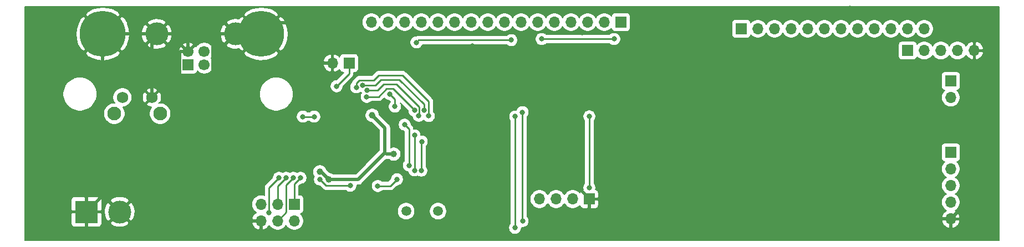
<source format=gbl>
%TF.GenerationSoftware,KiCad,Pcbnew,5.1.5+dfsg1-2build2*%
%TF.CreationDate,2021-03-31T10:56:14+02:00*%
%TF.ProjectId,Model-M-USB-v3,4d6f6465-6c2d-44d2-9d55-53422d76332e,rev?*%
%TF.SameCoordinates,Original*%
%TF.FileFunction,Copper,L2,Bot*%
%TF.FilePolarity,Positive*%
%FSLAX46Y46*%
G04 Gerber Fmt 4.6, Leading zero omitted, Abs format (unit mm)*
G04 Created by KiCad (PCBNEW 5.1.5+dfsg1-2build2) date 2021-03-31 10:56:14*
%MOMM*%
%LPD*%
G04 APERTURE LIST*
%ADD10O,1.700000X1.700000*%
%ADD11R,1.700000X1.700000*%
%ADD12C,1.500000*%
%ADD13C,3.500000*%
%ADD14C,1.700000*%
%ADD15C,2.100000*%
%ADD16C,1.750000*%
%ADD17C,3.500120*%
%ADD18R,3.500120X3.500120*%
%ADD19C,7.000000*%
%ADD20C,0.800000*%
%ADD21C,1.000000*%
%ADD22C,3.000000*%
%ADD23C,0.500000*%
%ADD24C,0.250000*%
%ADD25C,0.254000*%
%ADD26C,0.200000*%
G04 APERTURE END LIST*
D10*
X177939600Y-64017600D03*
X175399600Y-64017600D03*
X172859600Y-64017600D03*
X170319600Y-64017600D03*
X167779600Y-64017600D03*
X165239600Y-64017600D03*
X162699600Y-64017600D03*
X160159600Y-64017600D03*
X157619600Y-64017600D03*
X155079600Y-64017600D03*
X152539600Y-64017600D03*
D11*
X149999600Y-64017600D03*
D12*
X98820000Y-91900000D03*
X103700000Y-91900000D03*
D10*
X93500000Y-63000000D03*
X96040000Y-63000000D03*
X98580000Y-63000000D03*
X101120000Y-63000000D03*
X103660000Y-63000000D03*
X106200000Y-63000000D03*
X108740000Y-63000000D03*
X111280000Y-63000000D03*
X113820000Y-63000000D03*
X116360000Y-63000000D03*
X118900000Y-63000000D03*
X121440000Y-63000000D03*
X123980000Y-63000000D03*
X126520000Y-63000000D03*
X129060000Y-63000000D03*
D11*
X131600000Y-63000000D03*
D10*
X87560000Y-69250000D03*
D11*
X90100000Y-69250000D03*
D10*
X182000000Y-93080000D03*
X182000000Y-90540000D03*
X182000000Y-88000000D03*
X182000000Y-85460000D03*
D11*
X182000000Y-82920000D03*
D13*
X72770000Y-64790000D03*
X60730000Y-64790000D03*
D14*
X65500000Y-67500000D03*
X68000000Y-67500000D03*
X68000000Y-69500000D03*
D11*
X65500000Y-69500000D03*
D10*
X182000000Y-74540000D03*
D11*
X182000000Y-72000000D03*
D10*
X185585000Y-67345000D03*
X183045000Y-67345000D03*
X180505000Y-67345000D03*
X177965000Y-67345000D03*
D11*
X175425000Y-67345000D03*
D10*
X119170000Y-90050000D03*
X121710000Y-90050000D03*
X124250000Y-90050000D03*
D11*
X126790000Y-90050000D03*
D10*
X76660000Y-93380000D03*
X76660000Y-90840000D03*
X79200000Y-93380000D03*
X79200000Y-90840000D03*
X81740000Y-93380000D03*
D11*
X81740000Y-90840000D03*
D15*
X54250000Y-76990000D03*
D16*
X55500000Y-74500000D03*
X60000000Y-74500000D03*
D15*
X61260000Y-76990000D03*
D17*
X55080000Y-92000000D03*
D18*
X50000000Y-92000000D03*
D19*
X76700000Y-64800000D03*
X52500000Y-64800000D03*
D20*
X104000000Y-74100000D03*
X166630000Y-60910000D03*
X132725000Y-69450000D03*
X133950000Y-61550000D03*
X147150000Y-61500000D03*
D21*
X68550000Y-79100000D03*
D20*
X73620000Y-86020000D03*
X107450000Y-64700000D03*
X139520000Y-69720000D03*
X133100000Y-75200000D03*
X125700000Y-64650000D03*
D22*
X89450000Y-81100000D03*
D20*
X121400000Y-75900000D03*
X126200000Y-66700000D03*
X100600000Y-67900000D03*
D21*
X69500000Y-82700000D03*
X41800000Y-94600000D03*
X179311200Y-80616500D03*
D20*
X67880000Y-91940000D03*
X78750000Y-78200000D03*
X71500000Y-70000000D03*
X71500000Y-76500000D03*
X82000000Y-72000000D03*
X83450000Y-65700000D03*
X85850000Y-65700000D03*
X78400000Y-83500000D03*
X70500000Y-88400000D03*
X64100000Y-94575000D03*
X83100000Y-69700000D03*
X41850000Y-80050000D03*
X41850000Y-62800000D03*
X57500000Y-79500000D03*
X66000000Y-75900000D03*
X73800000Y-81400000D03*
X78300000Y-82100000D03*
X73850000Y-78300000D03*
X71500000Y-72500000D03*
X81900000Y-78250000D03*
X171996000Y-68996000D03*
X162100000Y-71900000D03*
X173100000Y-77500000D03*
X167200000Y-83700000D03*
X171900000Y-83100000D03*
X188100000Y-95300000D03*
X187620000Y-76980000D03*
X170100000Y-95300000D03*
X136100000Y-95800000D03*
X135810000Y-88610000D03*
X156150000Y-95700000D03*
X116875000Y-95750000D03*
X149700000Y-83800000D03*
X149700000Y-88610000D03*
X105375000Y-76275000D03*
X121900000Y-74000000D03*
X94600000Y-65700000D03*
X108954996Y-66654996D03*
X93150000Y-68600000D03*
X114075000Y-90925000D03*
D21*
X85600000Y-91500000D03*
D20*
X124300000Y-93500000D03*
D21*
X96950002Y-84925000D03*
X88474994Y-90075000D03*
D20*
X176733100Y-85493300D03*
X68341698Y-75658302D03*
D21*
X87022980Y-87080171D03*
X96923027Y-83174998D03*
X93649996Y-77250000D03*
X85650000Y-85900000D03*
D20*
X91200000Y-72950000D03*
X102275030Y-77350000D03*
X92200000Y-72650000D03*
X101550020Y-76500000D03*
X92851427Y-73408726D03*
X100764224Y-77314137D03*
X92806025Y-74411891D03*
X100100008Y-76491955D03*
X97425000Y-87025000D03*
X94500000Y-88050000D03*
X90300000Y-88000000D03*
X85649992Y-87050000D03*
X81600000Y-86800000D03*
X116590000Y-76759998D03*
X116600000Y-93400000D03*
X80500000Y-86800000D03*
X126800008Y-88300000D03*
X126800000Y-77400000D03*
X82700000Y-86800000D03*
X119521232Y-65581232D03*
X130590000Y-65570000D03*
X115450000Y-94430000D03*
X77900000Y-92140000D03*
X115486749Y-77425010D03*
X79400000Y-86790000D03*
X114870000Y-65740000D03*
X100400000Y-66100000D03*
X84800000Y-77450000D03*
X83050000Y-77450000D03*
X97100000Y-75900000D03*
X96300000Y-73999990D03*
X98600000Y-78668136D03*
X99250000Y-84900000D03*
X88200000Y-72800000D03*
X101150000Y-85700000D03*
X101200000Y-81250000D03*
X100100000Y-85650000D03*
X100100000Y-80300000D03*
D23*
X78400000Y-63100000D02*
X76700000Y-64800000D01*
X82100000Y-63100000D02*
X78400000Y-63100000D01*
X72780000Y-64800000D02*
X72770000Y-64790000D01*
X76700000Y-64800000D02*
X72780000Y-64800000D01*
X65500000Y-64880000D02*
X65410000Y-64790000D01*
X65500000Y-67500000D02*
X65500000Y-64880000D01*
X65410000Y-64790000D02*
X60730000Y-64790000D01*
X60000000Y-65520000D02*
X60730000Y-64790000D01*
X60000000Y-74500000D02*
X60000000Y-65520000D01*
X64199999Y-67597920D02*
X64199999Y-71199999D01*
X65500000Y-67500000D02*
X64297919Y-67500000D01*
X64199999Y-71199999D02*
X68300000Y-75300000D01*
X64297919Y-67500000D02*
X64199999Y-67597920D01*
X67200000Y-76400000D02*
X68300000Y-75300000D01*
X67200000Y-79900000D02*
X67200000Y-76400000D01*
X52500000Y-89500000D02*
X50000000Y-92000000D01*
X52500000Y-64800000D02*
X52500000Y-89500000D01*
X52580000Y-89500000D02*
X55080000Y-92000000D01*
X52500000Y-89500000D02*
X52580000Y-89500000D01*
X89450000Y-81100000D02*
X89450000Y-81200000D01*
X89450000Y-81100000D02*
X89450000Y-77700000D01*
X89450000Y-77700000D02*
X91400004Y-75749996D01*
X69300001Y-64799999D02*
X69310000Y-64790000D01*
X69300001Y-71099999D02*
X69300001Y-64799999D01*
X68800000Y-71600000D02*
X69300001Y-71099999D01*
X72770000Y-64790000D02*
X69310000Y-64790000D01*
X69310000Y-64790000D02*
X65410000Y-64790000D01*
X68700000Y-75300000D02*
X68800000Y-75200000D01*
X68300000Y-75300000D02*
X68700000Y-75300000D01*
X68800000Y-75200000D02*
X68800000Y-71600000D01*
X60720000Y-64800000D02*
X60730000Y-64790000D01*
X52500000Y-64800000D02*
X60720000Y-64800000D01*
X187620000Y-87460000D02*
X182000000Y-93080000D01*
X119466761Y-93549999D02*
X119708381Y-93791619D01*
X180797919Y-93080000D02*
X182000000Y-93080000D01*
X178500000Y-93000000D02*
X178580000Y-93080000D01*
X178500000Y-81100000D02*
X178500000Y-84300000D01*
X178580000Y-93080000D02*
X180797919Y-93080000D01*
X187600000Y-81100000D02*
X187620000Y-81080000D01*
X178500000Y-81100000D02*
X187600000Y-81100000D01*
X187620000Y-64000000D02*
X187620000Y-76980000D01*
X187620000Y-81080000D02*
X187620000Y-87460000D01*
X136920000Y-93080000D02*
X155520000Y-93080000D01*
X136920000Y-93080000D02*
X136800000Y-92960000D01*
X178500000Y-84300000D02*
X178500000Y-93000000D01*
X187620000Y-76980000D02*
X187620000Y-81080000D01*
X155520000Y-93080000D02*
X178580000Y-93080000D01*
D24*
X121400000Y-74500000D02*
X121900000Y-74000000D01*
X121400000Y-75900000D02*
X121400000Y-74500000D01*
D23*
X105375000Y-76275000D02*
X105375000Y-70234992D01*
X106409992Y-69200000D02*
X108554997Y-67054995D01*
X108554997Y-67054995D02*
X108954996Y-66654996D01*
X105375000Y-70234992D02*
X108954996Y-66654996D01*
X82708004Y-63100000D02*
X82100000Y-63100000D01*
X89450000Y-81100000D02*
X86850000Y-81100000D01*
X84274990Y-90874990D02*
X88075010Y-90874990D01*
X86850000Y-81100000D02*
X82200000Y-85750000D01*
X88075010Y-90874990D02*
X88525010Y-90424990D01*
X89450000Y-81100000D02*
X88400000Y-80050000D01*
X88400000Y-80050000D02*
X79650000Y-80050000D01*
X68800000Y-76900000D02*
X68800000Y-75200000D01*
X71950000Y-80050000D02*
X68800000Y-76900000D01*
X79950000Y-80050000D02*
X71950000Y-80050000D01*
X97400000Y-80100000D02*
X98050000Y-80750000D01*
X132740009Y-93080000D02*
X132720000Y-93100009D01*
X132320001Y-93500008D02*
X132720000Y-93100009D01*
X132028390Y-93791619D02*
X132320001Y-93500008D01*
X119708381Y-93791619D02*
X132028390Y-93791619D01*
X136920000Y-93080000D02*
X132740009Y-93080000D01*
X97750000Y-77250000D02*
X98400000Y-77250000D01*
X95500000Y-77200000D02*
X97700000Y-77200000D01*
X91450000Y-75750000D02*
X94050000Y-75750000D01*
X94050000Y-75750000D02*
X95500000Y-77200000D01*
X126790000Y-90050000D02*
X126790000Y-89990000D01*
X126790000Y-89990000D02*
X124900000Y-88100000D01*
X95600000Y-82950017D02*
X95824981Y-83174998D01*
X95824981Y-83174998D02*
X96923027Y-83174998D01*
X95600000Y-82950017D02*
X95600000Y-79200004D01*
X95600000Y-79200004D02*
X93649996Y-77250000D01*
X85842809Y-85900000D02*
X85650000Y-85900000D01*
X87022980Y-87080171D02*
X85842809Y-85900000D01*
X91469846Y-87080171D02*
X87022980Y-87080171D01*
X95600000Y-82950017D02*
X91469846Y-87080171D01*
D24*
X102275030Y-75075030D02*
X102275030Y-77350000D01*
X91200000Y-72350000D02*
X91700000Y-71850000D01*
X91200000Y-72950000D02*
X91200000Y-72350000D01*
X91700000Y-71850000D02*
X93900000Y-71850000D01*
X93900000Y-71850000D02*
X94650000Y-71100000D01*
X94650000Y-71100000D02*
X98300000Y-71100000D01*
X98300000Y-71100000D02*
X102275030Y-75075030D01*
X101550020Y-75550020D02*
X101550020Y-76500000D01*
X97800000Y-71800000D02*
X101550020Y-75550020D01*
X94950000Y-71800000D02*
X97800000Y-71800000D01*
X92200000Y-72650000D02*
X94100000Y-72650000D01*
X94100000Y-72650000D02*
X94950000Y-71800000D01*
X100825010Y-77253351D02*
X100764224Y-77314137D01*
X100825010Y-76143953D02*
X100825010Y-77253351D01*
X94491274Y-73408726D02*
X95400000Y-72500000D01*
X92851427Y-73408726D02*
X94491274Y-73408726D01*
X95400000Y-72500000D02*
X97300000Y-72500000D01*
X100796405Y-76115348D02*
X100825010Y-76143953D01*
X97300000Y-72500000D02*
X100796405Y-75996405D01*
X100796405Y-75996405D02*
X100796405Y-76115348D01*
X96808053Y-73200000D02*
X100100008Y-76491955D01*
X95850000Y-73200000D02*
X96808053Y-73200000D01*
X92806025Y-74411891D02*
X94638109Y-74411891D01*
X94638109Y-74411891D02*
X95850000Y-73200000D01*
D25*
X96400000Y-88050000D02*
X94500000Y-88050000D01*
X97425000Y-87025000D02*
X96400000Y-88050000D01*
X86599992Y-88000000D02*
X85649992Y-87050000D01*
X90300000Y-88000000D02*
X86599992Y-88000000D01*
D24*
X80510000Y-87890000D02*
X81600000Y-86800000D01*
X80510000Y-92070000D02*
X80510000Y-87890000D01*
X79200000Y-93380000D02*
X80510000Y-92070000D01*
X116590000Y-93390000D02*
X116600000Y-93400000D01*
X116590000Y-76759998D02*
X116590000Y-93390000D01*
X79250000Y-88050000D02*
X80500000Y-86800000D01*
X79250000Y-90970000D02*
X79250000Y-88050000D01*
X126800008Y-77400008D02*
X126800000Y-77400000D01*
X126800008Y-88300000D02*
X126800008Y-77400008D01*
X81740000Y-90840000D02*
X81740000Y-87760000D01*
X81740000Y-87760000D02*
X82700000Y-86800000D01*
X130578768Y-65581232D02*
X130590000Y-65570000D01*
X119521232Y-65581232D02*
X130578768Y-65581232D01*
X115450000Y-94430000D02*
X115450000Y-77461759D01*
X115450000Y-77461759D02*
X115486749Y-77425010D01*
X77900000Y-88290000D02*
X79400000Y-86790000D01*
X77900000Y-92140000D02*
X77900000Y-88290000D01*
X114870000Y-65740000D02*
X100760000Y-65740000D01*
X100760000Y-65740000D02*
X100400000Y-66100000D01*
X84800000Y-77450000D02*
X83050000Y-77450000D01*
X97100000Y-74799990D02*
X96300000Y-73999990D01*
X97100000Y-75900000D02*
X97100000Y-74799990D01*
X99250000Y-79318136D02*
X99250000Y-84900000D01*
X98600000Y-78668136D02*
X99250000Y-79318136D01*
X90100000Y-70900000D02*
X88200000Y-72800000D01*
X90100000Y-69250000D02*
X90100000Y-70900000D01*
D25*
X101150000Y-81300000D02*
X101200000Y-81250000D01*
X101150000Y-85700000D02*
X101150000Y-81300000D01*
X100100000Y-85650000D02*
X100100000Y-80300000D01*
D26*
G36*
X189375000Y-96375000D02*
G01*
X40625000Y-96375000D01*
X40625000Y-93750060D01*
X47647037Y-93750060D01*
X47658622Y-93867681D01*
X47692930Y-93980781D01*
X47748644Y-94085015D01*
X47823623Y-94176377D01*
X47914985Y-94251356D01*
X48019219Y-94307070D01*
X48132319Y-94341378D01*
X48249940Y-94352963D01*
X49700000Y-94350060D01*
X49850000Y-94200060D01*
X49850000Y-92150000D01*
X50150000Y-92150000D01*
X50150000Y-94200060D01*
X50300000Y-94350060D01*
X51750060Y-94352963D01*
X51867681Y-94341378D01*
X51980781Y-94307070D01*
X52085015Y-94251356D01*
X52176377Y-94176377D01*
X52251356Y-94085015D01*
X52307070Y-93980781D01*
X52341378Y-93867681D01*
X52352963Y-93750060D01*
X52352796Y-93666183D01*
X53625949Y-93666183D01*
X53816141Y-93994747D01*
X54229582Y-94202985D01*
X54675703Y-94326564D01*
X55137362Y-94360734D01*
X55596816Y-94304182D01*
X56036409Y-94159082D01*
X56343859Y-93994747D01*
X56483352Y-93753767D01*
X75258995Y-93753767D01*
X75358833Y-94019908D01*
X75508674Y-94261457D01*
X75702760Y-94469133D01*
X75933632Y-94634954D01*
X76192418Y-94752548D01*
X76286234Y-94781000D01*
X76510000Y-94671317D01*
X76510000Y-93530000D01*
X75367774Y-93530000D01*
X75258995Y-93753767D01*
X56483352Y-93753767D01*
X56534051Y-93666183D01*
X55080000Y-92212132D01*
X53625949Y-93666183D01*
X52352796Y-93666183D01*
X52350060Y-92300000D01*
X52200060Y-92150000D01*
X50150000Y-92150000D01*
X49850000Y-92150000D01*
X47799940Y-92150000D01*
X47649940Y-92300000D01*
X47647037Y-93750060D01*
X40625000Y-93750060D01*
X40625000Y-92057362D01*
X52719266Y-92057362D01*
X52775818Y-92516816D01*
X52920918Y-92956409D01*
X53085253Y-93263859D01*
X53413817Y-93454051D01*
X54867868Y-92000000D01*
X55292132Y-92000000D01*
X56746183Y-93454051D01*
X57074747Y-93263859D01*
X57282985Y-92850418D01*
X57406564Y-92404297D01*
X57440734Y-91942638D01*
X57384182Y-91483184D01*
X57239082Y-91043591D01*
X57074747Y-90736141D01*
X57007453Y-90697187D01*
X75210000Y-90697187D01*
X75210000Y-90982813D01*
X75265723Y-91262949D01*
X75375027Y-91526833D01*
X75533711Y-91764321D01*
X75735679Y-91966289D01*
X75957229Y-92114323D01*
X75933632Y-92125046D01*
X75702760Y-92290867D01*
X75508674Y-92498543D01*
X75358833Y-92740092D01*
X75258995Y-93006233D01*
X75367774Y-93230000D01*
X76510000Y-93230000D01*
X76510000Y-93210000D01*
X76810000Y-93210000D01*
X76810000Y-93230000D01*
X76830000Y-93230000D01*
X76830000Y-93530000D01*
X76810000Y-93530000D01*
X76810000Y-94671317D01*
X77033766Y-94781000D01*
X77127582Y-94752548D01*
X77386368Y-94634954D01*
X77617240Y-94469133D01*
X77811326Y-94261457D01*
X77923859Y-94080050D01*
X78073711Y-94304321D01*
X78275679Y-94506289D01*
X78513167Y-94664973D01*
X78777051Y-94774277D01*
X79057187Y-94830000D01*
X79342813Y-94830000D01*
X79622949Y-94774277D01*
X79886833Y-94664973D01*
X80124321Y-94506289D01*
X80326289Y-94304321D01*
X80470000Y-94089242D01*
X80613711Y-94304321D01*
X80815679Y-94506289D01*
X81053167Y-94664973D01*
X81317051Y-94774277D01*
X81597187Y-94830000D01*
X81882813Y-94830000D01*
X82162949Y-94774277D01*
X82426833Y-94664973D01*
X82664321Y-94506289D01*
X82839101Y-94331509D01*
X114450000Y-94331509D01*
X114450000Y-94528491D01*
X114488429Y-94721689D01*
X114563811Y-94903678D01*
X114673249Y-95067463D01*
X114812537Y-95206751D01*
X114976322Y-95316189D01*
X115158311Y-95391571D01*
X115351509Y-95430000D01*
X115548491Y-95430000D01*
X115741689Y-95391571D01*
X115923678Y-95316189D01*
X116087463Y-95206751D01*
X116226751Y-95067463D01*
X116336189Y-94903678D01*
X116411571Y-94721689D01*
X116450000Y-94528491D01*
X116450000Y-94389754D01*
X116501509Y-94400000D01*
X116698491Y-94400000D01*
X116891689Y-94361571D01*
X117073678Y-94286189D01*
X117237463Y-94176751D01*
X117376751Y-94037463D01*
X117486189Y-93873678D01*
X117561571Y-93691689D01*
X117600000Y-93498491D01*
X117600000Y-93453766D01*
X180599000Y-93453766D01*
X180627452Y-93547582D01*
X180745046Y-93806368D01*
X180910867Y-94037240D01*
X181118543Y-94231326D01*
X181360092Y-94381167D01*
X181626233Y-94481005D01*
X181850000Y-94372226D01*
X181850000Y-93230000D01*
X182150000Y-93230000D01*
X182150000Y-94372226D01*
X182373767Y-94481005D01*
X182639908Y-94381167D01*
X182881457Y-94231326D01*
X183089133Y-94037240D01*
X183254954Y-93806368D01*
X183372548Y-93547582D01*
X183401000Y-93453766D01*
X183291317Y-93230000D01*
X182150000Y-93230000D01*
X181850000Y-93230000D01*
X180708683Y-93230000D01*
X180599000Y-93453766D01*
X117600000Y-93453766D01*
X117600000Y-93301509D01*
X117561571Y-93108311D01*
X117486189Y-92926322D01*
X117376751Y-92762537D01*
X117315000Y-92700786D01*
X117315000Y-89907187D01*
X117720000Y-89907187D01*
X117720000Y-90192813D01*
X117775723Y-90472949D01*
X117885027Y-90736833D01*
X118043711Y-90974321D01*
X118245679Y-91176289D01*
X118483167Y-91334973D01*
X118747051Y-91444277D01*
X119027187Y-91500000D01*
X119312813Y-91500000D01*
X119592949Y-91444277D01*
X119856833Y-91334973D01*
X120094321Y-91176289D01*
X120296289Y-90974321D01*
X120440000Y-90759242D01*
X120583711Y-90974321D01*
X120785679Y-91176289D01*
X121023167Y-91334973D01*
X121287051Y-91444277D01*
X121567187Y-91500000D01*
X121852813Y-91500000D01*
X122132949Y-91444277D01*
X122396833Y-91334973D01*
X122634321Y-91176289D01*
X122836289Y-90974321D01*
X122980000Y-90759242D01*
X123123711Y-90974321D01*
X123325679Y-91176289D01*
X123563167Y-91334973D01*
X123827051Y-91444277D01*
X124107187Y-91500000D01*
X124392813Y-91500000D01*
X124672949Y-91444277D01*
X124936833Y-91334973D01*
X125174321Y-91176289D01*
X125347275Y-91003335D01*
X125348682Y-91017621D01*
X125382990Y-91130721D01*
X125438704Y-91234955D01*
X125513683Y-91326317D01*
X125605045Y-91401296D01*
X125709279Y-91457010D01*
X125822379Y-91491318D01*
X125940000Y-91502903D01*
X126490000Y-91500000D01*
X126640000Y-91350000D01*
X126640000Y-90200000D01*
X126940000Y-90200000D01*
X126940000Y-91350000D01*
X127090000Y-91500000D01*
X127640000Y-91502903D01*
X127757621Y-91491318D01*
X127870721Y-91457010D01*
X127974955Y-91401296D01*
X128066317Y-91326317D01*
X128141296Y-91234955D01*
X128197010Y-91130721D01*
X128231318Y-91017621D01*
X128242903Y-90900000D01*
X128240000Y-90350000D01*
X128090000Y-90200000D01*
X126940000Y-90200000D01*
X126640000Y-90200000D01*
X126620000Y-90200000D01*
X126620000Y-89900000D01*
X126640000Y-89900000D01*
X126640000Y-89880000D01*
X126940000Y-89880000D01*
X126940000Y-89900000D01*
X128090000Y-89900000D01*
X128240000Y-89750000D01*
X128242903Y-89200000D01*
X128231318Y-89082379D01*
X128197010Y-88969279D01*
X128141296Y-88865045D01*
X128066317Y-88773683D01*
X127974955Y-88698704D01*
X127870721Y-88642990D01*
X127757621Y-88608682D01*
X127754661Y-88608390D01*
X127761579Y-88591689D01*
X127800008Y-88398491D01*
X127800008Y-88201509D01*
X127761579Y-88008311D01*
X127686197Y-87826322D01*
X127576759Y-87662537D01*
X127525008Y-87610786D01*
X127525008Y-82070000D01*
X180547097Y-82070000D01*
X180547097Y-83770000D01*
X180558682Y-83887621D01*
X180592990Y-84000721D01*
X180648704Y-84104955D01*
X180723683Y-84196317D01*
X180815045Y-84271296D01*
X180919279Y-84327010D01*
X181032379Y-84361318D01*
X181046665Y-84362725D01*
X180873711Y-84535679D01*
X180715027Y-84773167D01*
X180605723Y-85037051D01*
X180550000Y-85317187D01*
X180550000Y-85602813D01*
X180605723Y-85882949D01*
X180715027Y-86146833D01*
X180873711Y-86384321D01*
X181075679Y-86586289D01*
X181290758Y-86730000D01*
X181075679Y-86873711D01*
X180873711Y-87075679D01*
X180715027Y-87313167D01*
X180605723Y-87577051D01*
X180550000Y-87857187D01*
X180550000Y-88142813D01*
X180605723Y-88422949D01*
X180715027Y-88686833D01*
X180873711Y-88924321D01*
X181075679Y-89126289D01*
X181290758Y-89270000D01*
X181075679Y-89413711D01*
X180873711Y-89615679D01*
X180715027Y-89853167D01*
X180605723Y-90117051D01*
X180550000Y-90397187D01*
X180550000Y-90682813D01*
X180605723Y-90962949D01*
X180715027Y-91226833D01*
X180873711Y-91464321D01*
X181075679Y-91666289D01*
X181299950Y-91816141D01*
X181118543Y-91928674D01*
X180910867Y-92122760D01*
X180745046Y-92353632D01*
X180627452Y-92612418D01*
X180599000Y-92706234D01*
X180708683Y-92930000D01*
X181850000Y-92930000D01*
X181850000Y-92910000D01*
X182150000Y-92910000D01*
X182150000Y-92930000D01*
X183291317Y-92930000D01*
X183401000Y-92706234D01*
X183372548Y-92612418D01*
X183254954Y-92353632D01*
X183089133Y-92122760D01*
X182881457Y-91928674D01*
X182700050Y-91816141D01*
X182924321Y-91666289D01*
X183126289Y-91464321D01*
X183284973Y-91226833D01*
X183394277Y-90962949D01*
X183450000Y-90682813D01*
X183450000Y-90397187D01*
X183394277Y-90117051D01*
X183284973Y-89853167D01*
X183126289Y-89615679D01*
X182924321Y-89413711D01*
X182709242Y-89270000D01*
X182924321Y-89126289D01*
X183126289Y-88924321D01*
X183284973Y-88686833D01*
X183394277Y-88422949D01*
X183450000Y-88142813D01*
X183450000Y-87857187D01*
X183394277Y-87577051D01*
X183284973Y-87313167D01*
X183126289Y-87075679D01*
X182924321Y-86873711D01*
X182709242Y-86730000D01*
X182924321Y-86586289D01*
X183126289Y-86384321D01*
X183284973Y-86146833D01*
X183394277Y-85882949D01*
X183450000Y-85602813D01*
X183450000Y-85317187D01*
X183394277Y-85037051D01*
X183284973Y-84773167D01*
X183126289Y-84535679D01*
X182953335Y-84362725D01*
X182967621Y-84361318D01*
X183080721Y-84327010D01*
X183184955Y-84271296D01*
X183276317Y-84196317D01*
X183351296Y-84104955D01*
X183407010Y-84000721D01*
X183441318Y-83887621D01*
X183452903Y-83770000D01*
X183452903Y-82070000D01*
X183441318Y-81952379D01*
X183407010Y-81839279D01*
X183351296Y-81735045D01*
X183276317Y-81643683D01*
X183184955Y-81568704D01*
X183080721Y-81512990D01*
X182967621Y-81478682D01*
X182850000Y-81467097D01*
X181150000Y-81467097D01*
X181032379Y-81478682D01*
X180919279Y-81512990D01*
X180815045Y-81568704D01*
X180723683Y-81643683D01*
X180648704Y-81735045D01*
X180592990Y-81839279D01*
X180558682Y-81952379D01*
X180547097Y-82070000D01*
X127525008Y-82070000D01*
X127525008Y-78089206D01*
X127576751Y-78037463D01*
X127686189Y-77873678D01*
X127761571Y-77691689D01*
X127800000Y-77498491D01*
X127800000Y-77301509D01*
X127761571Y-77108311D01*
X127686189Y-76926322D01*
X127576751Y-76762537D01*
X127437463Y-76623249D01*
X127273678Y-76513811D01*
X127091689Y-76438429D01*
X126898491Y-76400000D01*
X126701509Y-76400000D01*
X126508311Y-76438429D01*
X126326322Y-76513811D01*
X126162537Y-76623249D01*
X126023249Y-76762537D01*
X125913811Y-76926322D01*
X125838429Y-77108311D01*
X125800000Y-77301509D01*
X125800000Y-77498491D01*
X125838429Y-77691689D01*
X125913811Y-77873678D01*
X126023249Y-78037463D01*
X126075009Y-78089223D01*
X126075008Y-87610786D01*
X126023257Y-87662537D01*
X125913819Y-87826322D01*
X125838437Y-88008311D01*
X125800008Y-88201509D01*
X125800008Y-88398491D01*
X125838437Y-88591689D01*
X125844570Y-88606496D01*
X125822379Y-88608682D01*
X125709279Y-88642990D01*
X125605045Y-88698704D01*
X125513683Y-88773683D01*
X125438704Y-88865045D01*
X125382990Y-88969279D01*
X125348682Y-89082379D01*
X125347275Y-89096665D01*
X125174321Y-88923711D01*
X124936833Y-88765027D01*
X124672949Y-88655723D01*
X124392813Y-88600000D01*
X124107187Y-88600000D01*
X123827051Y-88655723D01*
X123563167Y-88765027D01*
X123325679Y-88923711D01*
X123123711Y-89125679D01*
X122980000Y-89340758D01*
X122836289Y-89125679D01*
X122634321Y-88923711D01*
X122396833Y-88765027D01*
X122132949Y-88655723D01*
X121852813Y-88600000D01*
X121567187Y-88600000D01*
X121287051Y-88655723D01*
X121023167Y-88765027D01*
X120785679Y-88923711D01*
X120583711Y-89125679D01*
X120440000Y-89340758D01*
X120296289Y-89125679D01*
X120094321Y-88923711D01*
X119856833Y-88765027D01*
X119592949Y-88655723D01*
X119312813Y-88600000D01*
X119027187Y-88600000D01*
X118747051Y-88655723D01*
X118483167Y-88765027D01*
X118245679Y-88923711D01*
X118043711Y-89125679D01*
X117885027Y-89363167D01*
X117775723Y-89627051D01*
X117720000Y-89907187D01*
X117315000Y-89907187D01*
X117315000Y-77449212D01*
X117366751Y-77397461D01*
X117476189Y-77233676D01*
X117551571Y-77051687D01*
X117590000Y-76858489D01*
X117590000Y-76661507D01*
X117551571Y-76468309D01*
X117476189Y-76286320D01*
X117366751Y-76122535D01*
X117227463Y-75983247D01*
X117063678Y-75873809D01*
X116881689Y-75798427D01*
X116688491Y-75759998D01*
X116491509Y-75759998D01*
X116298311Y-75798427D01*
X116116322Y-75873809D01*
X115952537Y-75983247D01*
X115813249Y-76122535D01*
X115703811Y-76286320D01*
X115641711Y-76436243D01*
X115585240Y-76425010D01*
X115388258Y-76425010D01*
X115195060Y-76463439D01*
X115013071Y-76538821D01*
X114849286Y-76648259D01*
X114709998Y-76787547D01*
X114600560Y-76951332D01*
X114525178Y-77133321D01*
X114486749Y-77326519D01*
X114486749Y-77523501D01*
X114525178Y-77716699D01*
X114600560Y-77898688D01*
X114709998Y-78062473D01*
X114725001Y-78077476D01*
X114725000Y-93740786D01*
X114673249Y-93792537D01*
X114563811Y-93956322D01*
X114488429Y-94138311D01*
X114450000Y-94331509D01*
X82839101Y-94331509D01*
X82866289Y-94304321D01*
X83024973Y-94066833D01*
X83134277Y-93802949D01*
X83190000Y-93522813D01*
X83190000Y-93237187D01*
X83134277Y-92957051D01*
X83024973Y-92693167D01*
X82866289Y-92455679D01*
X82693335Y-92282725D01*
X82707621Y-92281318D01*
X82820721Y-92247010D01*
X82924955Y-92191296D01*
X83016317Y-92116317D01*
X83091296Y-92024955D01*
X83147010Y-91920721D01*
X83181318Y-91807621D01*
X83185315Y-91767037D01*
X97470000Y-91767037D01*
X97470000Y-92032963D01*
X97521880Y-92293780D01*
X97623646Y-92539465D01*
X97771387Y-92760575D01*
X97959425Y-92948613D01*
X98180535Y-93096354D01*
X98426220Y-93198120D01*
X98687037Y-93250000D01*
X98952963Y-93250000D01*
X99213780Y-93198120D01*
X99459465Y-93096354D01*
X99680575Y-92948613D01*
X99868613Y-92760575D01*
X100016354Y-92539465D01*
X100118120Y-92293780D01*
X100170000Y-92032963D01*
X100170000Y-91767037D01*
X102350000Y-91767037D01*
X102350000Y-92032963D01*
X102401880Y-92293780D01*
X102503646Y-92539465D01*
X102651387Y-92760575D01*
X102839425Y-92948613D01*
X103060535Y-93096354D01*
X103306220Y-93198120D01*
X103567037Y-93250000D01*
X103832963Y-93250000D01*
X104093780Y-93198120D01*
X104339465Y-93096354D01*
X104560575Y-92948613D01*
X104748613Y-92760575D01*
X104896354Y-92539465D01*
X104998120Y-92293780D01*
X105050000Y-92032963D01*
X105050000Y-91767037D01*
X104998120Y-91506220D01*
X104896354Y-91260535D01*
X104748613Y-91039425D01*
X104560575Y-90851387D01*
X104339465Y-90703646D01*
X104093780Y-90601880D01*
X103832963Y-90550000D01*
X103567037Y-90550000D01*
X103306220Y-90601880D01*
X103060535Y-90703646D01*
X102839425Y-90851387D01*
X102651387Y-91039425D01*
X102503646Y-91260535D01*
X102401880Y-91506220D01*
X102350000Y-91767037D01*
X100170000Y-91767037D01*
X100118120Y-91506220D01*
X100016354Y-91260535D01*
X99868613Y-91039425D01*
X99680575Y-90851387D01*
X99459465Y-90703646D01*
X99213780Y-90601880D01*
X98952963Y-90550000D01*
X98687037Y-90550000D01*
X98426220Y-90601880D01*
X98180535Y-90703646D01*
X97959425Y-90851387D01*
X97771387Y-91039425D01*
X97623646Y-91260535D01*
X97521880Y-91506220D01*
X97470000Y-91767037D01*
X83185315Y-91767037D01*
X83192903Y-91690000D01*
X83192903Y-89990000D01*
X83181318Y-89872379D01*
X83147010Y-89759279D01*
X83091296Y-89655045D01*
X83016317Y-89563683D01*
X82924955Y-89488704D01*
X82820721Y-89432990D01*
X82707621Y-89398682D01*
X82590000Y-89387097D01*
X82465000Y-89387097D01*
X82465000Y-88060304D01*
X82725304Y-87800000D01*
X82798491Y-87800000D01*
X82991689Y-87761571D01*
X83173678Y-87686189D01*
X83337463Y-87576751D01*
X83476751Y-87437463D01*
X83586189Y-87273678D01*
X83661571Y-87091689D01*
X83700000Y-86898491D01*
X83700000Y-86701509D01*
X83661571Y-86508311D01*
X83586189Y-86326322D01*
X83476751Y-86162537D01*
X83337463Y-86023249D01*
X83173678Y-85913811D01*
X82991689Y-85838429D01*
X82798491Y-85800000D01*
X82601509Y-85800000D01*
X82408311Y-85838429D01*
X82226322Y-85913811D01*
X82150000Y-85964808D01*
X82073678Y-85913811D01*
X81891689Y-85838429D01*
X81698491Y-85800000D01*
X81501509Y-85800000D01*
X81308311Y-85838429D01*
X81126322Y-85913811D01*
X81050000Y-85964808D01*
X80973678Y-85913811D01*
X80791689Y-85838429D01*
X80598491Y-85800000D01*
X80401509Y-85800000D01*
X80208311Y-85838429D01*
X80026322Y-85913811D01*
X79957483Y-85959808D01*
X79873678Y-85903811D01*
X79691689Y-85828429D01*
X79506832Y-85791659D01*
X84550000Y-85791659D01*
X84550000Y-86008341D01*
X84592273Y-86220858D01*
X84675193Y-86421045D01*
X84771375Y-86564990D01*
X84763803Y-86576322D01*
X84688421Y-86758311D01*
X84649992Y-86951509D01*
X84649992Y-87148491D01*
X84688421Y-87341689D01*
X84763803Y-87523678D01*
X84873241Y-87687463D01*
X85012529Y-87826751D01*
X85176314Y-87936189D01*
X85358303Y-88011571D01*
X85551501Y-88050000D01*
X85621859Y-88050000D01*
X86060675Y-88488817D01*
X86083438Y-88516554D01*
X86194139Y-88607403D01*
X86284539Y-88655723D01*
X86320435Y-88674910D01*
X86457474Y-88716480D01*
X86599992Y-88730517D01*
X86635700Y-88727000D01*
X89612786Y-88727000D01*
X89662537Y-88776751D01*
X89826322Y-88886189D01*
X90008311Y-88961571D01*
X90201509Y-89000000D01*
X90398491Y-89000000D01*
X90591689Y-88961571D01*
X90773678Y-88886189D01*
X90937463Y-88776751D01*
X91076751Y-88637463D01*
X91186189Y-88473678D01*
X91261571Y-88291689D01*
X91300000Y-88098491D01*
X91300000Y-87951509D01*
X93500000Y-87951509D01*
X93500000Y-88148491D01*
X93538429Y-88341689D01*
X93613811Y-88523678D01*
X93723249Y-88687463D01*
X93862537Y-88826751D01*
X94026322Y-88936189D01*
X94208311Y-89011571D01*
X94401509Y-89050000D01*
X94598491Y-89050000D01*
X94791689Y-89011571D01*
X94973678Y-88936189D01*
X95137463Y-88826751D01*
X95187214Y-88777000D01*
X96364292Y-88777000D01*
X96400000Y-88780517D01*
X96542517Y-88766480D01*
X96596845Y-88750000D01*
X96679557Y-88724910D01*
X96805853Y-88657403D01*
X96916554Y-88566554D01*
X96939325Y-88538807D01*
X97453133Y-88025000D01*
X97523491Y-88025000D01*
X97716689Y-87986571D01*
X97898678Y-87911189D01*
X98062463Y-87801751D01*
X98201751Y-87662463D01*
X98311189Y-87498678D01*
X98386571Y-87316689D01*
X98425000Y-87123491D01*
X98425000Y-86926509D01*
X98386571Y-86733311D01*
X98311189Y-86551322D01*
X98201751Y-86387537D01*
X98062463Y-86248249D01*
X97898678Y-86138811D01*
X97716689Y-86063429D01*
X97523491Y-86025000D01*
X97326509Y-86025000D01*
X97133311Y-86063429D01*
X96951322Y-86138811D01*
X96787537Y-86248249D01*
X96648249Y-86387537D01*
X96538811Y-86551322D01*
X96463429Y-86733311D01*
X96425000Y-86926509D01*
X96425000Y-86996867D01*
X96098868Y-87323000D01*
X95187214Y-87323000D01*
X95137463Y-87273249D01*
X94973678Y-87163811D01*
X94791689Y-87088429D01*
X94598491Y-87050000D01*
X94401509Y-87050000D01*
X94208311Y-87088429D01*
X94026322Y-87163811D01*
X93862537Y-87273249D01*
X93723249Y-87412537D01*
X93613811Y-87576322D01*
X93538429Y-87758311D01*
X93500000Y-87951509D01*
X91300000Y-87951509D01*
X91300000Y-87930171D01*
X91428105Y-87930171D01*
X91469846Y-87934282D01*
X91511587Y-87930171D01*
X91511595Y-87930171D01*
X91636475Y-87917871D01*
X91796701Y-87869268D01*
X91944365Y-87790339D01*
X92073794Y-87684119D01*
X92100412Y-87651685D01*
X95732133Y-84019965D01*
X95783232Y-84024998D01*
X95783239Y-84024998D01*
X95824980Y-84029109D01*
X95866721Y-84024998D01*
X96217393Y-84024998D01*
X96221818Y-84029423D01*
X96401982Y-84149805D01*
X96602169Y-84232725D01*
X96814686Y-84274998D01*
X97031368Y-84274998D01*
X97243885Y-84232725D01*
X97444072Y-84149805D01*
X97624236Y-84029423D01*
X97777452Y-83876207D01*
X97897834Y-83696043D01*
X97980754Y-83495856D01*
X98023027Y-83283339D01*
X98023027Y-83066657D01*
X97980754Y-82854140D01*
X97897834Y-82653953D01*
X97777452Y-82473789D01*
X97624236Y-82320573D01*
X97444072Y-82200191D01*
X97243885Y-82117271D01*
X97031368Y-82074998D01*
X96814686Y-82074998D01*
X96602169Y-82117271D01*
X96450000Y-82180301D01*
X96450000Y-79241744D01*
X96454111Y-79200003D01*
X96450000Y-79158262D01*
X96450000Y-79158255D01*
X96437700Y-79033375D01*
X96401307Y-78913399D01*
X96389097Y-78873149D01*
X96366386Y-78830661D01*
X96310168Y-78725485D01*
X96203948Y-78596056D01*
X96171766Y-78569645D01*
X97600000Y-78569645D01*
X97600000Y-78766627D01*
X97638429Y-78959825D01*
X97713811Y-79141814D01*
X97823249Y-79305599D01*
X97962537Y-79444887D01*
X98126322Y-79554325D01*
X98308311Y-79629707D01*
X98501509Y-79668136D01*
X98525000Y-79668136D01*
X98525001Y-84210785D01*
X98473249Y-84262537D01*
X98363811Y-84426322D01*
X98288429Y-84608311D01*
X98250000Y-84801509D01*
X98250000Y-84998491D01*
X98288429Y-85191689D01*
X98363811Y-85373678D01*
X98473249Y-85537463D01*
X98612537Y-85676751D01*
X98776322Y-85786189D01*
X98958311Y-85861571D01*
X99129256Y-85895574D01*
X99138429Y-85941689D01*
X99213811Y-86123678D01*
X99323249Y-86287463D01*
X99462537Y-86426751D01*
X99626322Y-86536189D01*
X99808311Y-86611571D01*
X100001509Y-86650000D01*
X100198491Y-86650000D01*
X100391689Y-86611571D01*
X100573678Y-86536189D01*
X100587585Y-86526897D01*
X100676322Y-86586189D01*
X100858311Y-86661571D01*
X101051509Y-86700000D01*
X101248491Y-86700000D01*
X101441689Y-86661571D01*
X101623678Y-86586189D01*
X101787463Y-86476751D01*
X101926751Y-86337463D01*
X102036189Y-86173678D01*
X102111571Y-85991689D01*
X102150000Y-85798491D01*
X102150000Y-85601509D01*
X102111571Y-85408311D01*
X102036189Y-85226322D01*
X101926751Y-85062537D01*
X101877000Y-85012786D01*
X101877000Y-81987214D01*
X101976751Y-81887463D01*
X102086189Y-81723678D01*
X102161571Y-81541689D01*
X102200000Y-81348491D01*
X102200000Y-81151509D01*
X102161571Y-80958311D01*
X102086189Y-80776322D01*
X101976751Y-80612537D01*
X101837463Y-80473249D01*
X101673678Y-80363811D01*
X101491689Y-80288429D01*
X101298491Y-80250000D01*
X101101509Y-80250000D01*
X101100000Y-80250300D01*
X101100000Y-80201509D01*
X101061571Y-80008311D01*
X100986189Y-79826322D01*
X100876751Y-79662537D01*
X100737463Y-79523249D01*
X100573678Y-79413811D01*
X100391689Y-79338429D01*
X100198491Y-79300000D01*
X100001509Y-79300000D01*
X99977196Y-79304836D01*
X99975000Y-79282539D01*
X99975000Y-79282529D01*
X99964509Y-79176011D01*
X99923053Y-79039348D01*
X99855731Y-78913399D01*
X99787830Y-78830661D01*
X99787823Y-78830654D01*
X99765131Y-78803004D01*
X99737482Y-78780313D01*
X99600000Y-78642831D01*
X99600000Y-78569645D01*
X99561571Y-78376447D01*
X99486189Y-78194458D01*
X99376751Y-78030673D01*
X99237463Y-77891385D01*
X99073678Y-77781947D01*
X98891689Y-77706565D01*
X98698491Y-77668136D01*
X98501509Y-77668136D01*
X98308311Y-77706565D01*
X98126322Y-77781947D01*
X97962537Y-77891385D01*
X97823249Y-78030673D01*
X97713811Y-78194458D01*
X97638429Y-78376447D01*
X97600000Y-78569645D01*
X96171766Y-78569645D01*
X96171519Y-78569443D01*
X94749996Y-77147920D01*
X94749996Y-77141659D01*
X94707723Y-76929142D01*
X94624803Y-76728955D01*
X94504421Y-76548791D01*
X94351205Y-76395575D01*
X94171041Y-76275193D01*
X93970854Y-76192273D01*
X93758337Y-76150000D01*
X93541655Y-76150000D01*
X93329138Y-76192273D01*
X93128951Y-76275193D01*
X92948787Y-76395575D01*
X92795571Y-76548791D01*
X92675189Y-76728955D01*
X92592269Y-76929142D01*
X92549996Y-77141659D01*
X92549996Y-77358341D01*
X92592269Y-77570858D01*
X92675189Y-77771045D01*
X92795571Y-77951209D01*
X92948787Y-78104425D01*
X93128951Y-78224807D01*
X93329138Y-78307727D01*
X93541655Y-78350000D01*
X93547916Y-78350000D01*
X94750001Y-79552086D01*
X94750000Y-82597936D01*
X91117766Y-86230171D01*
X87728614Y-86230171D01*
X87724189Y-86225746D01*
X87544025Y-86105364D01*
X87343838Y-86022444D01*
X87131321Y-85980171D01*
X87125061Y-85980171D01*
X86696198Y-85551309D01*
X86624807Y-85378955D01*
X86504425Y-85198791D01*
X86351209Y-85045575D01*
X86171045Y-84925193D01*
X85970858Y-84842273D01*
X85758341Y-84800000D01*
X85541659Y-84800000D01*
X85329142Y-84842273D01*
X85128955Y-84925193D01*
X84948791Y-85045575D01*
X84795575Y-85198791D01*
X84675193Y-85378955D01*
X84592273Y-85579142D01*
X84550000Y-85791659D01*
X79506832Y-85791659D01*
X79498491Y-85790000D01*
X79301509Y-85790000D01*
X79108311Y-85828429D01*
X78926322Y-85903811D01*
X78762537Y-86013249D01*
X78623249Y-86152537D01*
X78513811Y-86316322D01*
X78438429Y-86498311D01*
X78400000Y-86691509D01*
X78400000Y-86764695D01*
X77412523Y-87752173D01*
X77384869Y-87774868D01*
X77362173Y-87802523D01*
X77362170Y-87802526D01*
X77294269Y-87885264D01*
X77226947Y-88011213D01*
X77200472Y-88098491D01*
X77187118Y-88142517D01*
X77185492Y-88147876D01*
X77171494Y-88290000D01*
X77175001Y-88325607D01*
X77175001Y-89483852D01*
X77082949Y-89445723D01*
X76802813Y-89390000D01*
X76517187Y-89390000D01*
X76237051Y-89445723D01*
X75973167Y-89555027D01*
X75735679Y-89713711D01*
X75533711Y-89915679D01*
X75375027Y-90153167D01*
X75265723Y-90417051D01*
X75210000Y-90697187D01*
X57007453Y-90697187D01*
X56746183Y-90545949D01*
X55292132Y-92000000D01*
X54867868Y-92000000D01*
X53413817Y-90545949D01*
X53085253Y-90736141D01*
X52877015Y-91149582D01*
X52753436Y-91595703D01*
X52719266Y-92057362D01*
X40625000Y-92057362D01*
X40625000Y-90249940D01*
X47647037Y-90249940D01*
X47649940Y-91700000D01*
X47799940Y-91850000D01*
X49850000Y-91850000D01*
X49850000Y-89799940D01*
X50150000Y-89799940D01*
X50150000Y-91850000D01*
X52200060Y-91850000D01*
X52350060Y-91700000D01*
X52352795Y-90333817D01*
X53625949Y-90333817D01*
X55080000Y-91787868D01*
X56534051Y-90333817D01*
X56343859Y-90005253D01*
X55930418Y-89797015D01*
X55484297Y-89673436D01*
X55022638Y-89639266D01*
X54563184Y-89695818D01*
X54123591Y-89840918D01*
X53816141Y-90005253D01*
X53625949Y-90333817D01*
X52352795Y-90333817D01*
X52352963Y-90249940D01*
X52341378Y-90132319D01*
X52307070Y-90019219D01*
X52251356Y-89914985D01*
X52176377Y-89823623D01*
X52085015Y-89748644D01*
X51980781Y-89692930D01*
X51867681Y-89658622D01*
X51750060Y-89647037D01*
X50300000Y-89649940D01*
X50150000Y-89799940D01*
X49850000Y-89799940D01*
X49700000Y-89649940D01*
X48249940Y-89647037D01*
X48132319Y-89658622D01*
X48019219Y-89692930D01*
X47914985Y-89748644D01*
X47823623Y-89823623D01*
X47748644Y-89914985D01*
X47692930Y-90019219D01*
X47658622Y-90132319D01*
X47647037Y-90249940D01*
X40625000Y-90249940D01*
X40625000Y-76827489D01*
X52600000Y-76827489D01*
X52600000Y-77152511D01*
X52663408Y-77471287D01*
X52787789Y-77771568D01*
X52968361Y-78041814D01*
X53198186Y-78271639D01*
X53468432Y-78452211D01*
X53768713Y-78576592D01*
X54087489Y-78640000D01*
X54412511Y-78640000D01*
X54731287Y-78576592D01*
X55031568Y-78452211D01*
X55301814Y-78271639D01*
X55531639Y-78041814D01*
X55712211Y-77771568D01*
X55836592Y-77471287D01*
X55900000Y-77152511D01*
X55900000Y-76827489D01*
X55836592Y-76508713D01*
X55712211Y-76208432D01*
X55556237Y-75975000D01*
X55645275Y-75975000D01*
X55930242Y-75918317D01*
X56198675Y-75807128D01*
X56440258Y-75645707D01*
X56543926Y-75542039D01*
X59170094Y-75542039D01*
X59254647Y-75781085D01*
X59518897Y-75901881D01*
X59801635Y-75968803D01*
X59954225Y-75974308D01*
X59797789Y-76208432D01*
X59673408Y-76508713D01*
X59610000Y-76827489D01*
X59610000Y-77152511D01*
X59673408Y-77471287D01*
X59797789Y-77771568D01*
X59978361Y-78041814D01*
X60208186Y-78271639D01*
X60478432Y-78452211D01*
X60778713Y-78576592D01*
X61097489Y-78640000D01*
X61422511Y-78640000D01*
X61741287Y-78576592D01*
X62041568Y-78452211D01*
X62311814Y-78271639D01*
X62541639Y-78041814D01*
X62722211Y-77771568D01*
X62846592Y-77471287D01*
X62870417Y-77351509D01*
X82050000Y-77351509D01*
X82050000Y-77548491D01*
X82088429Y-77741689D01*
X82163811Y-77923678D01*
X82273249Y-78087463D01*
X82412537Y-78226751D01*
X82576322Y-78336189D01*
X82758311Y-78411571D01*
X82951509Y-78450000D01*
X83148491Y-78450000D01*
X83341689Y-78411571D01*
X83523678Y-78336189D01*
X83687463Y-78226751D01*
X83739214Y-78175000D01*
X84110786Y-78175000D01*
X84162537Y-78226751D01*
X84326322Y-78336189D01*
X84508311Y-78411571D01*
X84701509Y-78450000D01*
X84898491Y-78450000D01*
X85091689Y-78411571D01*
X85273678Y-78336189D01*
X85437463Y-78226751D01*
X85576751Y-78087463D01*
X85686189Y-77923678D01*
X85761571Y-77741689D01*
X85800000Y-77548491D01*
X85800000Y-77351509D01*
X85761571Y-77158311D01*
X85686189Y-76976322D01*
X85576751Y-76812537D01*
X85437463Y-76673249D01*
X85273678Y-76563811D01*
X85091689Y-76488429D01*
X84898491Y-76450000D01*
X84701509Y-76450000D01*
X84508311Y-76488429D01*
X84326322Y-76563811D01*
X84162537Y-76673249D01*
X84110786Y-76725000D01*
X83739214Y-76725000D01*
X83687463Y-76673249D01*
X83523678Y-76563811D01*
X83341689Y-76488429D01*
X83148491Y-76450000D01*
X82951509Y-76450000D01*
X82758311Y-76488429D01*
X82576322Y-76563811D01*
X82412537Y-76673249D01*
X82273249Y-76812537D01*
X82163811Y-76976322D01*
X82088429Y-77158311D01*
X82050000Y-77351509D01*
X62870417Y-77351509D01*
X62910000Y-77152511D01*
X62910000Y-76827489D01*
X62846592Y-76508713D01*
X62722211Y-76208432D01*
X62541639Y-75938186D01*
X62311814Y-75708361D01*
X62041568Y-75527789D01*
X61741287Y-75403408D01*
X61422511Y-75340000D01*
X61097489Y-75340000D01*
X61059660Y-75347525D01*
X61042040Y-75329905D01*
X61281085Y-75245353D01*
X61401881Y-74981103D01*
X61468803Y-74698365D01*
X61479279Y-74408005D01*
X61432908Y-74121179D01*
X61331471Y-73848912D01*
X61281085Y-73754647D01*
X61250764Y-73743922D01*
X76400000Y-73743922D01*
X76400000Y-74256078D01*
X76499917Y-74758392D01*
X76695910Y-75231562D01*
X76980448Y-75657403D01*
X77342597Y-76019552D01*
X77768438Y-76304090D01*
X78241608Y-76500083D01*
X78743922Y-76600000D01*
X79256078Y-76600000D01*
X79758392Y-76500083D01*
X80231562Y-76304090D01*
X80657403Y-76019552D01*
X81019552Y-75657403D01*
X81304090Y-75231562D01*
X81500083Y-74758392D01*
X81600000Y-74256078D01*
X81600000Y-73743922D01*
X81500083Y-73241608D01*
X81304090Y-72768438D01*
X81259370Y-72701509D01*
X87200000Y-72701509D01*
X87200000Y-72898491D01*
X87238429Y-73091689D01*
X87313811Y-73273678D01*
X87423249Y-73437463D01*
X87562537Y-73576751D01*
X87726322Y-73686189D01*
X87908311Y-73761571D01*
X88101509Y-73800000D01*
X88298491Y-73800000D01*
X88491689Y-73761571D01*
X88673678Y-73686189D01*
X88837463Y-73576751D01*
X88976751Y-73437463D01*
X89086189Y-73273678D01*
X89161571Y-73091689D01*
X89200000Y-72898491D01*
X89200000Y-72851509D01*
X90200000Y-72851509D01*
X90200000Y-73048491D01*
X90238429Y-73241689D01*
X90313811Y-73423678D01*
X90423249Y-73587463D01*
X90562537Y-73726751D01*
X90726322Y-73836189D01*
X90908311Y-73911571D01*
X91101509Y-73950000D01*
X91298491Y-73950000D01*
X91491689Y-73911571D01*
X91673678Y-73836189D01*
X91837463Y-73726751D01*
X91885533Y-73678681D01*
X91889856Y-73700415D01*
X91962134Y-73874910D01*
X91919836Y-73938213D01*
X91844454Y-74120202D01*
X91806025Y-74313400D01*
X91806025Y-74510382D01*
X91844454Y-74703580D01*
X91919836Y-74885569D01*
X92029274Y-75049354D01*
X92168562Y-75188642D01*
X92332347Y-75298080D01*
X92514336Y-75373462D01*
X92707534Y-75411891D01*
X92904516Y-75411891D01*
X93097714Y-75373462D01*
X93279703Y-75298080D01*
X93443488Y-75188642D01*
X93495239Y-75136891D01*
X94602512Y-75136891D01*
X94638109Y-75140397D01*
X94673706Y-75136891D01*
X94673716Y-75136891D01*
X94780234Y-75126400D01*
X94916897Y-75084944D01*
X95042846Y-75017622D01*
X95153241Y-74927023D01*
X95175941Y-74899363D01*
X95489043Y-74586261D01*
X95523249Y-74637453D01*
X95662537Y-74776741D01*
X95826322Y-74886179D01*
X96008311Y-74961561D01*
X96201509Y-74999990D01*
X96274695Y-74999990D01*
X96375001Y-75100295D01*
X96375001Y-75210785D01*
X96323249Y-75262537D01*
X96213811Y-75426322D01*
X96138429Y-75608311D01*
X96100000Y-75801509D01*
X96100000Y-75998491D01*
X96138429Y-76191689D01*
X96213811Y-76373678D01*
X96323249Y-76537463D01*
X96462537Y-76676751D01*
X96626322Y-76786189D01*
X96808311Y-76861571D01*
X97001509Y-76900000D01*
X97198491Y-76900000D01*
X97391689Y-76861571D01*
X97573678Y-76786189D01*
X97737463Y-76676751D01*
X97876751Y-76537463D01*
X97986189Y-76373678D01*
X98061571Y-76191689D01*
X98100000Y-75998491D01*
X98100000Y-75801509D01*
X98061571Y-75608311D01*
X97986189Y-75426322D01*
X97940113Y-75357364D01*
X99100008Y-76517260D01*
X99100008Y-76590446D01*
X99138437Y-76783644D01*
X99213819Y-76965633D01*
X99323257Y-77129418D01*
X99462545Y-77268706D01*
X99626330Y-77378144D01*
X99769130Y-77437294D01*
X99802653Y-77605826D01*
X99878035Y-77787815D01*
X99987473Y-77951600D01*
X100126761Y-78090888D01*
X100290546Y-78200326D01*
X100472535Y-78275708D01*
X100665733Y-78314137D01*
X100862715Y-78314137D01*
X101055913Y-78275708D01*
X101237902Y-78200326D01*
X101401687Y-78090888D01*
X101501696Y-77990880D01*
X101637567Y-78126751D01*
X101801352Y-78236189D01*
X101983341Y-78311571D01*
X102176539Y-78350000D01*
X102373521Y-78350000D01*
X102566719Y-78311571D01*
X102748708Y-78236189D01*
X102912493Y-78126751D01*
X103051781Y-77987463D01*
X103161219Y-77823678D01*
X103236601Y-77641689D01*
X103275030Y-77448491D01*
X103275030Y-77251509D01*
X103236601Y-77058311D01*
X103161219Y-76876322D01*
X103051781Y-76712537D01*
X103000030Y-76660786D01*
X103000030Y-75110626D01*
X103003536Y-75075029D01*
X103000030Y-75039432D01*
X103000030Y-75039423D01*
X102989539Y-74932905D01*
X102948083Y-74796242D01*
X102880761Y-74670293D01*
X102812860Y-74587555D01*
X102812853Y-74587548D01*
X102790161Y-74559898D01*
X102762512Y-74537207D01*
X99375305Y-71150000D01*
X180547097Y-71150000D01*
X180547097Y-72850000D01*
X180558682Y-72967621D01*
X180592990Y-73080721D01*
X180648704Y-73184955D01*
X180723683Y-73276317D01*
X180815045Y-73351296D01*
X180919279Y-73407010D01*
X181032379Y-73441318D01*
X181046665Y-73442725D01*
X180873711Y-73615679D01*
X180715027Y-73853167D01*
X180605723Y-74117051D01*
X180550000Y-74397187D01*
X180550000Y-74682813D01*
X180605723Y-74962949D01*
X180715027Y-75226833D01*
X180873711Y-75464321D01*
X181075679Y-75666289D01*
X181313167Y-75824973D01*
X181577051Y-75934277D01*
X181857187Y-75990000D01*
X182142813Y-75990000D01*
X182422949Y-75934277D01*
X182686833Y-75824973D01*
X182924321Y-75666289D01*
X183126289Y-75464321D01*
X183284973Y-75226833D01*
X183394277Y-74962949D01*
X183450000Y-74682813D01*
X183450000Y-74397187D01*
X183394277Y-74117051D01*
X183284973Y-73853167D01*
X183126289Y-73615679D01*
X182953335Y-73442725D01*
X182967621Y-73441318D01*
X183080721Y-73407010D01*
X183184955Y-73351296D01*
X183276317Y-73276317D01*
X183351296Y-73184955D01*
X183407010Y-73080721D01*
X183441318Y-72967621D01*
X183452903Y-72850000D01*
X183452903Y-71150000D01*
X183441318Y-71032379D01*
X183407010Y-70919279D01*
X183351296Y-70815045D01*
X183276317Y-70723683D01*
X183184955Y-70648704D01*
X183080721Y-70592990D01*
X182967621Y-70558682D01*
X182850000Y-70547097D01*
X181150000Y-70547097D01*
X181032379Y-70558682D01*
X180919279Y-70592990D01*
X180815045Y-70648704D01*
X180723683Y-70723683D01*
X180648704Y-70815045D01*
X180592990Y-70919279D01*
X180558682Y-71032379D01*
X180547097Y-71150000D01*
X99375305Y-71150000D01*
X98837832Y-70612528D01*
X98815132Y-70584868D01*
X98704737Y-70494269D01*
X98578788Y-70426947D01*
X98442125Y-70385491D01*
X98335607Y-70375000D01*
X98335597Y-70375000D01*
X98300000Y-70371494D01*
X98264403Y-70375000D01*
X94685596Y-70375000D01*
X94649999Y-70371494D01*
X94614402Y-70375000D01*
X94614393Y-70375000D01*
X94507875Y-70385491D01*
X94379869Y-70424321D01*
X94371212Y-70426947D01*
X94245263Y-70494269D01*
X94162525Y-70562170D01*
X94162523Y-70562172D01*
X94134868Y-70584868D01*
X94112172Y-70612523D01*
X93599696Y-71125000D01*
X91735597Y-71125000D01*
X91700000Y-71121494D01*
X91664403Y-71125000D01*
X91664393Y-71125000D01*
X91557875Y-71135491D01*
X91421212Y-71176947D01*
X91295263Y-71244269D01*
X91212525Y-71312170D01*
X91212523Y-71312172D01*
X91184868Y-71334868D01*
X91162172Y-71362523D01*
X90712523Y-71812173D01*
X90684869Y-71834868D01*
X90662173Y-71862523D01*
X90662170Y-71862526D01*
X90594269Y-71945264D01*
X90569221Y-71992125D01*
X90526947Y-72071212D01*
X90485491Y-72207875D01*
X90480857Y-72254929D01*
X90423249Y-72312537D01*
X90313811Y-72476322D01*
X90238429Y-72658311D01*
X90200000Y-72851509D01*
X89200000Y-72851509D01*
X89200000Y-72825304D01*
X90587477Y-71437828D01*
X90615132Y-71415132D01*
X90705731Y-71304737D01*
X90773053Y-71178788D01*
X90814509Y-71042125D01*
X90825000Y-70935607D01*
X90825000Y-70935597D01*
X90828506Y-70900000D01*
X90825000Y-70864403D01*
X90825000Y-70702903D01*
X90950000Y-70702903D01*
X91067621Y-70691318D01*
X91180721Y-70657010D01*
X91284955Y-70601296D01*
X91376317Y-70526317D01*
X91451296Y-70434955D01*
X91507010Y-70330721D01*
X91541318Y-70217621D01*
X91552903Y-70100000D01*
X91552903Y-68400000D01*
X91541318Y-68282379D01*
X91507010Y-68169279D01*
X91451296Y-68065045D01*
X91376317Y-67973683D01*
X91284955Y-67898704D01*
X91180721Y-67842990D01*
X91067621Y-67808682D01*
X90950000Y-67797097D01*
X89250000Y-67797097D01*
X89132379Y-67808682D01*
X89019279Y-67842990D01*
X88915045Y-67898704D01*
X88823683Y-67973683D01*
X88748704Y-68065045D01*
X88692990Y-68169279D01*
X88658682Y-68282379D01*
X88656024Y-68309368D01*
X88517240Y-68160867D01*
X88286368Y-67995046D01*
X88027582Y-67877452D01*
X87933766Y-67849000D01*
X87710000Y-67958683D01*
X87710000Y-69100000D01*
X87730000Y-69100000D01*
X87730000Y-69400000D01*
X87710000Y-69400000D01*
X87710000Y-70541317D01*
X87933766Y-70651000D01*
X88027582Y-70622548D01*
X88286368Y-70504954D01*
X88517240Y-70339133D01*
X88656024Y-70190632D01*
X88658682Y-70217621D01*
X88692990Y-70330721D01*
X88748704Y-70434955D01*
X88823683Y-70526317D01*
X88915045Y-70601296D01*
X89019279Y-70657010D01*
X89132379Y-70691318D01*
X89250000Y-70702903D01*
X89271792Y-70702903D01*
X88174696Y-71800000D01*
X88101509Y-71800000D01*
X87908311Y-71838429D01*
X87726322Y-71913811D01*
X87562537Y-72023249D01*
X87423249Y-72162537D01*
X87313811Y-72326322D01*
X87238429Y-72508311D01*
X87200000Y-72701509D01*
X81259370Y-72701509D01*
X81019552Y-72342597D01*
X80657403Y-71980448D01*
X80231562Y-71695910D01*
X79758392Y-71499917D01*
X79256078Y-71400000D01*
X78743922Y-71400000D01*
X78241608Y-71499917D01*
X77768438Y-71695910D01*
X77342597Y-71980448D01*
X76980448Y-72342597D01*
X76695910Y-72768438D01*
X76499917Y-73241608D01*
X76400000Y-73743922D01*
X61250764Y-73743922D01*
X61042039Y-73670094D01*
X60212132Y-74500000D01*
X60226275Y-74514142D01*
X60014142Y-74726275D01*
X60000000Y-74712132D01*
X59170094Y-75542039D01*
X56543926Y-75542039D01*
X56645707Y-75440258D01*
X56807128Y-75198675D01*
X56918317Y-74930242D01*
X56975000Y-74645275D01*
X56975000Y-74591995D01*
X58520721Y-74591995D01*
X58567092Y-74878821D01*
X58668529Y-75151088D01*
X58718915Y-75245353D01*
X58957961Y-75329906D01*
X59787868Y-74500000D01*
X58957961Y-73670094D01*
X58718915Y-73754647D01*
X58598119Y-74018897D01*
X58531197Y-74301635D01*
X58520721Y-74591995D01*
X56975000Y-74591995D01*
X56975000Y-74354725D01*
X56918317Y-74069758D01*
X56807128Y-73801325D01*
X56645707Y-73559742D01*
X56543926Y-73457961D01*
X59170094Y-73457961D01*
X60000000Y-74287868D01*
X60829906Y-73457961D01*
X60745353Y-73218915D01*
X60481103Y-73098119D01*
X60198365Y-73031197D01*
X59908005Y-73020721D01*
X59621179Y-73067092D01*
X59348912Y-73168529D01*
X59254647Y-73218915D01*
X59170094Y-73457961D01*
X56543926Y-73457961D01*
X56440258Y-73354293D01*
X56198675Y-73192872D01*
X55930242Y-73081683D01*
X55645275Y-73025000D01*
X55354725Y-73025000D01*
X55069758Y-73081683D01*
X54801325Y-73192872D01*
X54559742Y-73354293D01*
X54354293Y-73559742D01*
X54192872Y-73801325D01*
X54081683Y-74069758D01*
X54025000Y-74354725D01*
X54025000Y-74645275D01*
X54081683Y-74930242D01*
X54192872Y-75198675D01*
X54287303Y-75340000D01*
X54087489Y-75340000D01*
X53768713Y-75403408D01*
X53468432Y-75527789D01*
X53198186Y-75708361D01*
X52968361Y-75938186D01*
X52787789Y-76208432D01*
X52663408Y-76508713D01*
X52600000Y-76827489D01*
X40625000Y-76827489D01*
X40625000Y-73743922D01*
X46400000Y-73743922D01*
X46400000Y-74256078D01*
X46499917Y-74758392D01*
X46695910Y-75231562D01*
X46980448Y-75657403D01*
X47342597Y-76019552D01*
X47768438Y-76304090D01*
X48241608Y-76500083D01*
X48743922Y-76600000D01*
X49256078Y-76600000D01*
X49758392Y-76500083D01*
X50231562Y-76304090D01*
X50657403Y-76019552D01*
X51019552Y-75657403D01*
X51304090Y-75231562D01*
X51500083Y-74758392D01*
X51600000Y-74256078D01*
X51600000Y-73743922D01*
X51500083Y-73241608D01*
X51304090Y-72768438D01*
X51019552Y-72342597D01*
X50657403Y-71980448D01*
X50231562Y-71695910D01*
X49758392Y-71499917D01*
X49256078Y-71400000D01*
X48743922Y-71400000D01*
X48241608Y-71499917D01*
X47768438Y-71695910D01*
X47342597Y-71980448D01*
X46980448Y-72342597D01*
X46695910Y-72768438D01*
X46499917Y-73241608D01*
X46400000Y-73743922D01*
X40625000Y-73743922D01*
X40625000Y-67711161D01*
X49800971Y-67711161D01*
X50201379Y-68218977D01*
X50912556Y-68601721D01*
X51684738Y-68838367D01*
X52488249Y-68919820D01*
X53292212Y-68842952D01*
X54065731Y-68610714D01*
X54779079Y-68232034D01*
X54798621Y-68218977D01*
X55199029Y-67711161D01*
X55080854Y-67592986D01*
X64045954Y-67592986D01*
X64092033Y-67874870D01*
X64192220Y-68142347D01*
X64232033Y-68216830D01*
X64223683Y-68223683D01*
X64148704Y-68315045D01*
X64092990Y-68419279D01*
X64058682Y-68532379D01*
X64047097Y-68650000D01*
X64047097Y-70350000D01*
X64058682Y-70467621D01*
X64092990Y-70580721D01*
X64148704Y-70684955D01*
X64223683Y-70776317D01*
X64315045Y-70851296D01*
X64419279Y-70907010D01*
X64532379Y-70941318D01*
X64650000Y-70952903D01*
X66350000Y-70952903D01*
X66467621Y-70941318D01*
X66580721Y-70907010D01*
X66684955Y-70851296D01*
X66776317Y-70776317D01*
X66851296Y-70684955D01*
X66907010Y-70580721D01*
X66935661Y-70486271D01*
X67075679Y-70626289D01*
X67313167Y-70784973D01*
X67577051Y-70894277D01*
X67857187Y-70950000D01*
X68142813Y-70950000D01*
X68422949Y-70894277D01*
X68686833Y-70784973D01*
X68924321Y-70626289D01*
X69126289Y-70424321D01*
X69284973Y-70186833D01*
X69394277Y-69922949D01*
X69450000Y-69642813D01*
X69450000Y-69623767D01*
X86158995Y-69623767D01*
X86258833Y-69889908D01*
X86408674Y-70131457D01*
X86602760Y-70339133D01*
X86833632Y-70504954D01*
X87092418Y-70622548D01*
X87186234Y-70651000D01*
X87410000Y-70541317D01*
X87410000Y-69400000D01*
X86267774Y-69400000D01*
X86158995Y-69623767D01*
X69450000Y-69623767D01*
X69450000Y-69357187D01*
X69394277Y-69077051D01*
X69284973Y-68813167D01*
X69126289Y-68575679D01*
X69050610Y-68500000D01*
X69126289Y-68424321D01*
X69284973Y-68186833D01*
X69394277Y-67922949D01*
X69436404Y-67711161D01*
X74000971Y-67711161D01*
X74401379Y-68218977D01*
X75112556Y-68601721D01*
X75884738Y-68838367D01*
X76688249Y-68919820D01*
X77144125Y-68876233D01*
X86158995Y-68876233D01*
X86267774Y-69100000D01*
X87410000Y-69100000D01*
X87410000Y-67958683D01*
X87186234Y-67849000D01*
X87092418Y-67877452D01*
X86833632Y-67995046D01*
X86602760Y-68160867D01*
X86408674Y-68368543D01*
X86258833Y-68610092D01*
X86158995Y-68876233D01*
X77144125Y-68876233D01*
X77492212Y-68842952D01*
X78265731Y-68610714D01*
X78979079Y-68232034D01*
X78998621Y-68218977D01*
X79399029Y-67711161D01*
X76700000Y-65012132D01*
X74000971Y-67711161D01*
X69436404Y-67711161D01*
X69450000Y-67642813D01*
X69450000Y-67357187D01*
X69394277Y-67077051D01*
X69284973Y-66813167D01*
X69126289Y-66575679D01*
X68924321Y-66373711D01*
X68686833Y-66215027D01*
X68422949Y-66105723D01*
X68142813Y-66050000D01*
X67857187Y-66050000D01*
X67577051Y-66105723D01*
X67313167Y-66215027D01*
X67075679Y-66373711D01*
X66873711Y-66575679D01*
X66747289Y-66764884D01*
X66524159Y-66687973D01*
X65712132Y-67500000D01*
X65726275Y-67514143D01*
X65514143Y-67726275D01*
X65500000Y-67712132D01*
X65485858Y-67726275D01*
X65273726Y-67514143D01*
X65287868Y-67500000D01*
X64475841Y-66687973D01*
X64239345Y-66769491D01*
X64121052Y-67029469D01*
X64055752Y-67307529D01*
X64045954Y-67592986D01*
X55080854Y-67592986D01*
X52500000Y-65012132D01*
X49800971Y-67711161D01*
X40625000Y-67711161D01*
X40625000Y-64788249D01*
X48380180Y-64788249D01*
X48457048Y-65592212D01*
X48689286Y-66365731D01*
X49067966Y-67079079D01*
X49081023Y-67098621D01*
X49588839Y-67499029D01*
X52287868Y-64800000D01*
X52712132Y-64800000D01*
X55411161Y-67499029D01*
X55918977Y-67098621D01*
X56264749Y-66456140D01*
X59275992Y-66456140D01*
X59466177Y-66784699D01*
X59879607Y-66992931D01*
X60325717Y-67116506D01*
X60787364Y-67150674D01*
X61246806Y-67094123D01*
X61686387Y-66949026D01*
X61993823Y-66784699D01*
X62172604Y-66475841D01*
X64687973Y-66475841D01*
X65500000Y-67287868D01*
X66312027Y-66475841D01*
X66230509Y-66239345D01*
X65970531Y-66121052D01*
X65692471Y-66055752D01*
X65407014Y-66045954D01*
X65125130Y-66092033D01*
X64857653Y-66192220D01*
X64769491Y-66239345D01*
X64687973Y-66475841D01*
X62172604Y-66475841D01*
X62184008Y-66456140D01*
X60730000Y-65002132D01*
X59275992Y-66456140D01*
X56264749Y-66456140D01*
X56301721Y-66387444D01*
X56538367Y-65615262D01*
X56616209Y-64847364D01*
X58369326Y-64847364D01*
X58425877Y-65306806D01*
X58570974Y-65746387D01*
X58735301Y-66053823D01*
X59063860Y-66244008D01*
X60517868Y-64790000D01*
X60942132Y-64790000D01*
X62396140Y-66244008D01*
X62724699Y-66053823D01*
X62932931Y-65640393D01*
X63056506Y-65194283D01*
X63082182Y-64847364D01*
X70409326Y-64847364D01*
X70465877Y-65306806D01*
X70610974Y-65746387D01*
X70775301Y-66053823D01*
X71103860Y-66244008D01*
X72557868Y-64790000D01*
X71103860Y-63335992D01*
X70775301Y-63526177D01*
X70567069Y-63939607D01*
X70443494Y-64385717D01*
X70409326Y-64847364D01*
X63082182Y-64847364D01*
X63090674Y-64732636D01*
X63034123Y-64273194D01*
X62889026Y-63833613D01*
X62724699Y-63526177D01*
X62396140Y-63335992D01*
X60942132Y-64790000D01*
X60517868Y-64790000D01*
X59063860Y-63335992D01*
X58735301Y-63526177D01*
X58527069Y-63939607D01*
X58403494Y-64385717D01*
X58369326Y-64847364D01*
X56616209Y-64847364D01*
X56619820Y-64811751D01*
X56542952Y-64007788D01*
X56310714Y-63234269D01*
X56252104Y-63123860D01*
X59275992Y-63123860D01*
X60730000Y-64577868D01*
X62184008Y-63123860D01*
X71315992Y-63123860D01*
X72617015Y-64424883D01*
X72580180Y-64788249D01*
X72615410Y-65156722D01*
X71315992Y-66456140D01*
X71506177Y-66784699D01*
X71919607Y-66992931D01*
X72365717Y-67116506D01*
X72827364Y-67150674D01*
X73278685Y-67095123D01*
X73281023Y-67098621D01*
X73788839Y-67499029D01*
X76487868Y-64800000D01*
X76912132Y-64800000D01*
X79611161Y-67499029D01*
X80118977Y-67098621D01*
X80501721Y-66387444D01*
X80619996Y-66001509D01*
X99400000Y-66001509D01*
X99400000Y-66198491D01*
X99438429Y-66391689D01*
X99513811Y-66573678D01*
X99623249Y-66737463D01*
X99762537Y-66876751D01*
X99926322Y-66986189D01*
X100108311Y-67061571D01*
X100301509Y-67100000D01*
X100498491Y-67100000D01*
X100691689Y-67061571D01*
X100873678Y-66986189D01*
X101037463Y-66876751D01*
X101176751Y-66737463D01*
X101286189Y-66573678D01*
X101331205Y-66465000D01*
X114180786Y-66465000D01*
X114232537Y-66516751D01*
X114396322Y-66626189D01*
X114578311Y-66701571D01*
X114771509Y-66740000D01*
X114968491Y-66740000D01*
X115161689Y-66701571D01*
X115343678Y-66626189D01*
X115507463Y-66516751D01*
X115646751Y-66377463D01*
X115756189Y-66213678D01*
X115831571Y-66031689D01*
X115870000Y-65838491D01*
X115870000Y-65641509D01*
X115838420Y-65482741D01*
X118521232Y-65482741D01*
X118521232Y-65679723D01*
X118559661Y-65872921D01*
X118635043Y-66054910D01*
X118744481Y-66218695D01*
X118883769Y-66357983D01*
X119047554Y-66467421D01*
X119229543Y-66542803D01*
X119422741Y-66581232D01*
X119619723Y-66581232D01*
X119812921Y-66542803D01*
X119994910Y-66467421D01*
X120158695Y-66357983D01*
X120210446Y-66306232D01*
X129912018Y-66306232D01*
X129952537Y-66346751D01*
X130116322Y-66456189D01*
X130298311Y-66531571D01*
X130491509Y-66570000D01*
X130688491Y-66570000D01*
X130881689Y-66531571D01*
X130969979Y-66495000D01*
X173972097Y-66495000D01*
X173972097Y-68195000D01*
X173983682Y-68312621D01*
X174017990Y-68425721D01*
X174073704Y-68529955D01*
X174148683Y-68621317D01*
X174240045Y-68696296D01*
X174344279Y-68752010D01*
X174457379Y-68786318D01*
X174575000Y-68797903D01*
X176275000Y-68797903D01*
X176392621Y-68786318D01*
X176505721Y-68752010D01*
X176609955Y-68696296D01*
X176701317Y-68621317D01*
X176776296Y-68529955D01*
X176832010Y-68425721D01*
X176866318Y-68312621D01*
X176867725Y-68298335D01*
X177040679Y-68471289D01*
X177278167Y-68629973D01*
X177542051Y-68739277D01*
X177822187Y-68795000D01*
X178107813Y-68795000D01*
X178387949Y-68739277D01*
X178651833Y-68629973D01*
X178889321Y-68471289D01*
X179091289Y-68269321D01*
X179235000Y-68054242D01*
X179378711Y-68269321D01*
X179580679Y-68471289D01*
X179818167Y-68629973D01*
X180082051Y-68739277D01*
X180362187Y-68795000D01*
X180647813Y-68795000D01*
X180927949Y-68739277D01*
X181191833Y-68629973D01*
X181429321Y-68471289D01*
X181631289Y-68269321D01*
X181775000Y-68054242D01*
X181918711Y-68269321D01*
X182120679Y-68471289D01*
X182358167Y-68629973D01*
X182622051Y-68739277D01*
X182902187Y-68795000D01*
X183187813Y-68795000D01*
X183467949Y-68739277D01*
X183731833Y-68629973D01*
X183969321Y-68471289D01*
X184171289Y-68269321D01*
X184321141Y-68045050D01*
X184433674Y-68226457D01*
X184627760Y-68434133D01*
X184858632Y-68599954D01*
X185117418Y-68717548D01*
X185211234Y-68746000D01*
X185435000Y-68636317D01*
X185435000Y-67495000D01*
X185735000Y-67495000D01*
X185735000Y-68636317D01*
X185958766Y-68746000D01*
X186052582Y-68717548D01*
X186311368Y-68599954D01*
X186542240Y-68434133D01*
X186736326Y-68226457D01*
X186886167Y-67984908D01*
X186986005Y-67718767D01*
X186877226Y-67495000D01*
X185735000Y-67495000D01*
X185435000Y-67495000D01*
X185415000Y-67495000D01*
X185415000Y-67195000D01*
X185435000Y-67195000D01*
X185435000Y-66053683D01*
X185735000Y-66053683D01*
X185735000Y-67195000D01*
X186877226Y-67195000D01*
X186986005Y-66971233D01*
X186886167Y-66705092D01*
X186736326Y-66463543D01*
X186542240Y-66255867D01*
X186311368Y-66090046D01*
X186052582Y-65972452D01*
X185958766Y-65944000D01*
X185735000Y-66053683D01*
X185435000Y-66053683D01*
X185211234Y-65944000D01*
X185117418Y-65972452D01*
X184858632Y-66090046D01*
X184627760Y-66255867D01*
X184433674Y-66463543D01*
X184321141Y-66644950D01*
X184171289Y-66420679D01*
X183969321Y-66218711D01*
X183731833Y-66060027D01*
X183467949Y-65950723D01*
X183187813Y-65895000D01*
X182902187Y-65895000D01*
X182622051Y-65950723D01*
X182358167Y-66060027D01*
X182120679Y-66218711D01*
X181918711Y-66420679D01*
X181775000Y-66635758D01*
X181631289Y-66420679D01*
X181429321Y-66218711D01*
X181191833Y-66060027D01*
X180927949Y-65950723D01*
X180647813Y-65895000D01*
X180362187Y-65895000D01*
X180082051Y-65950723D01*
X179818167Y-66060027D01*
X179580679Y-66218711D01*
X179378711Y-66420679D01*
X179235000Y-66635758D01*
X179091289Y-66420679D01*
X178889321Y-66218711D01*
X178651833Y-66060027D01*
X178387949Y-65950723D01*
X178107813Y-65895000D01*
X177822187Y-65895000D01*
X177542051Y-65950723D01*
X177278167Y-66060027D01*
X177040679Y-66218711D01*
X176867725Y-66391665D01*
X176866318Y-66377379D01*
X176832010Y-66264279D01*
X176776296Y-66160045D01*
X176701317Y-66068683D01*
X176609955Y-65993704D01*
X176505721Y-65937990D01*
X176392621Y-65903682D01*
X176275000Y-65892097D01*
X174575000Y-65892097D01*
X174457379Y-65903682D01*
X174344279Y-65937990D01*
X174240045Y-65993704D01*
X174148683Y-66068683D01*
X174073704Y-66160045D01*
X174017990Y-66264279D01*
X173983682Y-66377379D01*
X173972097Y-66495000D01*
X130969979Y-66495000D01*
X131063678Y-66456189D01*
X131227463Y-66346751D01*
X131366751Y-66207463D01*
X131476189Y-66043678D01*
X131551571Y-65861689D01*
X131590000Y-65668491D01*
X131590000Y-65471509D01*
X131551571Y-65278311D01*
X131476189Y-65096322D01*
X131366751Y-64932537D01*
X131227463Y-64793249D01*
X131063678Y-64683811D01*
X130881689Y-64608429D01*
X130688491Y-64570000D01*
X130491509Y-64570000D01*
X130298311Y-64608429D01*
X130116322Y-64683811D01*
X129952537Y-64793249D01*
X129889554Y-64856232D01*
X120210446Y-64856232D01*
X120158695Y-64804481D01*
X119994910Y-64695043D01*
X119812921Y-64619661D01*
X119619723Y-64581232D01*
X119422741Y-64581232D01*
X119229543Y-64619661D01*
X119047554Y-64695043D01*
X118883769Y-64804481D01*
X118744481Y-64943769D01*
X118635043Y-65107554D01*
X118559661Y-65289543D01*
X118521232Y-65482741D01*
X115838420Y-65482741D01*
X115831571Y-65448311D01*
X115756189Y-65266322D01*
X115646751Y-65102537D01*
X115507463Y-64963249D01*
X115343678Y-64853811D01*
X115161689Y-64778429D01*
X114968491Y-64740000D01*
X114771509Y-64740000D01*
X114578311Y-64778429D01*
X114396322Y-64853811D01*
X114232537Y-64963249D01*
X114180786Y-65015000D01*
X100795597Y-65015000D01*
X100760000Y-65011494D01*
X100724403Y-65015000D01*
X100724393Y-65015000D01*
X100617875Y-65025491D01*
X100481212Y-65066947D01*
X100419375Y-65100000D01*
X100301509Y-65100000D01*
X100108311Y-65138429D01*
X99926322Y-65213811D01*
X99762537Y-65323249D01*
X99623249Y-65462537D01*
X99513811Y-65626322D01*
X99438429Y-65808311D01*
X99400000Y-66001509D01*
X80619996Y-66001509D01*
X80738367Y-65615262D01*
X80819820Y-64811751D01*
X80742952Y-64007788D01*
X80510714Y-63234269D01*
X80310541Y-62857187D01*
X92050000Y-62857187D01*
X92050000Y-63142813D01*
X92105723Y-63422949D01*
X92215027Y-63686833D01*
X92373711Y-63924321D01*
X92575679Y-64126289D01*
X92813167Y-64284973D01*
X93077051Y-64394277D01*
X93357187Y-64450000D01*
X93642813Y-64450000D01*
X93922949Y-64394277D01*
X94186833Y-64284973D01*
X94424321Y-64126289D01*
X94626289Y-63924321D01*
X94770000Y-63709242D01*
X94913711Y-63924321D01*
X95115679Y-64126289D01*
X95353167Y-64284973D01*
X95617051Y-64394277D01*
X95897187Y-64450000D01*
X96182813Y-64450000D01*
X96462949Y-64394277D01*
X96726833Y-64284973D01*
X96964321Y-64126289D01*
X97166289Y-63924321D01*
X97310000Y-63709242D01*
X97453711Y-63924321D01*
X97655679Y-64126289D01*
X97893167Y-64284973D01*
X98157051Y-64394277D01*
X98437187Y-64450000D01*
X98722813Y-64450000D01*
X99002949Y-64394277D01*
X99266833Y-64284973D01*
X99504321Y-64126289D01*
X99706289Y-63924321D01*
X99850000Y-63709242D01*
X99993711Y-63924321D01*
X100195679Y-64126289D01*
X100433167Y-64284973D01*
X100697051Y-64394277D01*
X100977187Y-64450000D01*
X101262813Y-64450000D01*
X101542949Y-64394277D01*
X101806833Y-64284973D01*
X102044321Y-64126289D01*
X102246289Y-63924321D01*
X102390000Y-63709242D01*
X102533711Y-63924321D01*
X102735679Y-64126289D01*
X102973167Y-64284973D01*
X103237051Y-64394277D01*
X103517187Y-64450000D01*
X103802813Y-64450000D01*
X104082949Y-64394277D01*
X104346833Y-64284973D01*
X104584321Y-64126289D01*
X104786289Y-63924321D01*
X104930000Y-63709242D01*
X105073711Y-63924321D01*
X105275679Y-64126289D01*
X105513167Y-64284973D01*
X105777051Y-64394277D01*
X106057187Y-64450000D01*
X106342813Y-64450000D01*
X106622949Y-64394277D01*
X106886833Y-64284973D01*
X107124321Y-64126289D01*
X107326289Y-63924321D01*
X107470000Y-63709242D01*
X107613711Y-63924321D01*
X107815679Y-64126289D01*
X108053167Y-64284973D01*
X108317051Y-64394277D01*
X108597187Y-64450000D01*
X108882813Y-64450000D01*
X109162949Y-64394277D01*
X109426833Y-64284973D01*
X109664321Y-64126289D01*
X109866289Y-63924321D01*
X110010000Y-63709242D01*
X110153711Y-63924321D01*
X110355679Y-64126289D01*
X110593167Y-64284973D01*
X110857051Y-64394277D01*
X111137187Y-64450000D01*
X111422813Y-64450000D01*
X111702949Y-64394277D01*
X111966833Y-64284973D01*
X112204321Y-64126289D01*
X112406289Y-63924321D01*
X112550000Y-63709242D01*
X112693711Y-63924321D01*
X112895679Y-64126289D01*
X113133167Y-64284973D01*
X113397051Y-64394277D01*
X113677187Y-64450000D01*
X113962813Y-64450000D01*
X114242949Y-64394277D01*
X114506833Y-64284973D01*
X114744321Y-64126289D01*
X114946289Y-63924321D01*
X115090000Y-63709242D01*
X115233711Y-63924321D01*
X115435679Y-64126289D01*
X115673167Y-64284973D01*
X115937051Y-64394277D01*
X116217187Y-64450000D01*
X116502813Y-64450000D01*
X116782949Y-64394277D01*
X117046833Y-64284973D01*
X117284321Y-64126289D01*
X117486289Y-63924321D01*
X117630000Y-63709242D01*
X117773711Y-63924321D01*
X117975679Y-64126289D01*
X118213167Y-64284973D01*
X118477051Y-64394277D01*
X118757187Y-64450000D01*
X119042813Y-64450000D01*
X119322949Y-64394277D01*
X119586833Y-64284973D01*
X119824321Y-64126289D01*
X120026289Y-63924321D01*
X120170000Y-63709242D01*
X120313711Y-63924321D01*
X120515679Y-64126289D01*
X120753167Y-64284973D01*
X121017051Y-64394277D01*
X121297187Y-64450000D01*
X121582813Y-64450000D01*
X121862949Y-64394277D01*
X122126833Y-64284973D01*
X122364321Y-64126289D01*
X122566289Y-63924321D01*
X122710000Y-63709242D01*
X122853711Y-63924321D01*
X123055679Y-64126289D01*
X123293167Y-64284973D01*
X123557051Y-64394277D01*
X123837187Y-64450000D01*
X124122813Y-64450000D01*
X124402949Y-64394277D01*
X124666833Y-64284973D01*
X124904321Y-64126289D01*
X125106289Y-63924321D01*
X125250000Y-63709242D01*
X125393711Y-63924321D01*
X125595679Y-64126289D01*
X125833167Y-64284973D01*
X126097051Y-64394277D01*
X126377187Y-64450000D01*
X126662813Y-64450000D01*
X126942949Y-64394277D01*
X127206833Y-64284973D01*
X127444321Y-64126289D01*
X127646289Y-63924321D01*
X127790000Y-63709242D01*
X127933711Y-63924321D01*
X128135679Y-64126289D01*
X128373167Y-64284973D01*
X128637051Y-64394277D01*
X128917187Y-64450000D01*
X129202813Y-64450000D01*
X129482949Y-64394277D01*
X129746833Y-64284973D01*
X129984321Y-64126289D01*
X130157275Y-63953335D01*
X130158682Y-63967621D01*
X130192990Y-64080721D01*
X130248704Y-64184955D01*
X130323683Y-64276317D01*
X130415045Y-64351296D01*
X130519279Y-64407010D01*
X130632379Y-64441318D01*
X130750000Y-64452903D01*
X132450000Y-64452903D01*
X132567621Y-64441318D01*
X132680721Y-64407010D01*
X132784955Y-64351296D01*
X132876317Y-64276317D01*
X132951296Y-64184955D01*
X133007010Y-64080721D01*
X133041318Y-63967621D01*
X133052903Y-63850000D01*
X133052903Y-63167600D01*
X148546697Y-63167600D01*
X148546697Y-64867600D01*
X148558282Y-64985221D01*
X148592590Y-65098321D01*
X148648304Y-65202555D01*
X148723283Y-65293917D01*
X148814645Y-65368896D01*
X148918879Y-65424610D01*
X149031979Y-65458918D01*
X149149600Y-65470503D01*
X150849600Y-65470503D01*
X150967221Y-65458918D01*
X151080321Y-65424610D01*
X151184555Y-65368896D01*
X151275917Y-65293917D01*
X151350896Y-65202555D01*
X151406610Y-65098321D01*
X151440918Y-64985221D01*
X151442325Y-64970935D01*
X151615279Y-65143889D01*
X151852767Y-65302573D01*
X152116651Y-65411877D01*
X152396787Y-65467600D01*
X152682413Y-65467600D01*
X152962549Y-65411877D01*
X153226433Y-65302573D01*
X153463921Y-65143889D01*
X153665889Y-64941921D01*
X153809600Y-64726842D01*
X153953311Y-64941921D01*
X154155279Y-65143889D01*
X154392767Y-65302573D01*
X154656651Y-65411877D01*
X154936787Y-65467600D01*
X155222413Y-65467600D01*
X155502549Y-65411877D01*
X155766433Y-65302573D01*
X156003921Y-65143889D01*
X156205889Y-64941921D01*
X156349600Y-64726842D01*
X156493311Y-64941921D01*
X156695279Y-65143889D01*
X156932767Y-65302573D01*
X157196651Y-65411877D01*
X157476787Y-65467600D01*
X157762413Y-65467600D01*
X158042549Y-65411877D01*
X158306433Y-65302573D01*
X158543921Y-65143889D01*
X158745889Y-64941921D01*
X158889600Y-64726842D01*
X159033311Y-64941921D01*
X159235279Y-65143889D01*
X159472767Y-65302573D01*
X159736651Y-65411877D01*
X160016787Y-65467600D01*
X160302413Y-65467600D01*
X160582549Y-65411877D01*
X160846433Y-65302573D01*
X161083921Y-65143889D01*
X161285889Y-64941921D01*
X161429600Y-64726842D01*
X161573311Y-64941921D01*
X161775279Y-65143889D01*
X162012767Y-65302573D01*
X162276651Y-65411877D01*
X162556787Y-65467600D01*
X162842413Y-65467600D01*
X163122549Y-65411877D01*
X163386433Y-65302573D01*
X163623921Y-65143889D01*
X163825889Y-64941921D01*
X163969600Y-64726842D01*
X164113311Y-64941921D01*
X164315279Y-65143889D01*
X164552767Y-65302573D01*
X164816651Y-65411877D01*
X165096787Y-65467600D01*
X165382413Y-65467600D01*
X165662549Y-65411877D01*
X165926433Y-65302573D01*
X166163921Y-65143889D01*
X166365889Y-64941921D01*
X166509600Y-64726842D01*
X166653311Y-64941921D01*
X166855279Y-65143889D01*
X167092767Y-65302573D01*
X167356651Y-65411877D01*
X167636787Y-65467600D01*
X167922413Y-65467600D01*
X168202549Y-65411877D01*
X168466433Y-65302573D01*
X168703921Y-65143889D01*
X168905889Y-64941921D01*
X169049600Y-64726842D01*
X169193311Y-64941921D01*
X169395279Y-65143889D01*
X169632767Y-65302573D01*
X169896651Y-65411877D01*
X170176787Y-65467600D01*
X170462413Y-65467600D01*
X170742549Y-65411877D01*
X171006433Y-65302573D01*
X171243921Y-65143889D01*
X171445889Y-64941921D01*
X171589600Y-64726842D01*
X171733311Y-64941921D01*
X171935279Y-65143889D01*
X172172767Y-65302573D01*
X172436651Y-65411877D01*
X172716787Y-65467600D01*
X173002413Y-65467600D01*
X173282549Y-65411877D01*
X173546433Y-65302573D01*
X173783921Y-65143889D01*
X173985889Y-64941921D01*
X174129600Y-64726842D01*
X174273311Y-64941921D01*
X174475279Y-65143889D01*
X174712767Y-65302573D01*
X174976651Y-65411877D01*
X175256787Y-65467600D01*
X175542413Y-65467600D01*
X175822549Y-65411877D01*
X176086433Y-65302573D01*
X176323921Y-65143889D01*
X176525889Y-64941921D01*
X176669600Y-64726842D01*
X176813311Y-64941921D01*
X177015279Y-65143889D01*
X177252767Y-65302573D01*
X177516651Y-65411877D01*
X177796787Y-65467600D01*
X178082413Y-65467600D01*
X178362549Y-65411877D01*
X178626433Y-65302573D01*
X178863921Y-65143889D01*
X179065889Y-64941921D01*
X179224573Y-64704433D01*
X179333877Y-64440549D01*
X179389600Y-64160413D01*
X179389600Y-63874787D01*
X179333877Y-63594651D01*
X179224573Y-63330767D01*
X179065889Y-63093279D01*
X178863921Y-62891311D01*
X178626433Y-62732627D01*
X178362549Y-62623323D01*
X178082413Y-62567600D01*
X177796787Y-62567600D01*
X177516651Y-62623323D01*
X177252767Y-62732627D01*
X177015279Y-62891311D01*
X176813311Y-63093279D01*
X176669600Y-63308358D01*
X176525889Y-63093279D01*
X176323921Y-62891311D01*
X176086433Y-62732627D01*
X175822549Y-62623323D01*
X175542413Y-62567600D01*
X175256787Y-62567600D01*
X174976651Y-62623323D01*
X174712767Y-62732627D01*
X174475279Y-62891311D01*
X174273311Y-63093279D01*
X174129600Y-63308358D01*
X173985889Y-63093279D01*
X173783921Y-62891311D01*
X173546433Y-62732627D01*
X173282549Y-62623323D01*
X173002413Y-62567600D01*
X172716787Y-62567600D01*
X172436651Y-62623323D01*
X172172767Y-62732627D01*
X171935279Y-62891311D01*
X171733311Y-63093279D01*
X171589600Y-63308358D01*
X171445889Y-63093279D01*
X171243921Y-62891311D01*
X171006433Y-62732627D01*
X170742549Y-62623323D01*
X170462413Y-62567600D01*
X170176787Y-62567600D01*
X169896651Y-62623323D01*
X169632767Y-62732627D01*
X169395279Y-62891311D01*
X169193311Y-63093279D01*
X169049600Y-63308358D01*
X168905889Y-63093279D01*
X168703921Y-62891311D01*
X168466433Y-62732627D01*
X168202549Y-62623323D01*
X167922413Y-62567600D01*
X167636787Y-62567600D01*
X167356651Y-62623323D01*
X167092767Y-62732627D01*
X166855279Y-62891311D01*
X166653311Y-63093279D01*
X166509600Y-63308358D01*
X166365889Y-63093279D01*
X166163921Y-62891311D01*
X165926433Y-62732627D01*
X165662549Y-62623323D01*
X165382413Y-62567600D01*
X165096787Y-62567600D01*
X164816651Y-62623323D01*
X164552767Y-62732627D01*
X164315279Y-62891311D01*
X164113311Y-63093279D01*
X163969600Y-63308358D01*
X163825889Y-63093279D01*
X163623921Y-62891311D01*
X163386433Y-62732627D01*
X163122549Y-62623323D01*
X162842413Y-62567600D01*
X162556787Y-62567600D01*
X162276651Y-62623323D01*
X162012767Y-62732627D01*
X161775279Y-62891311D01*
X161573311Y-63093279D01*
X161429600Y-63308358D01*
X161285889Y-63093279D01*
X161083921Y-62891311D01*
X160846433Y-62732627D01*
X160582549Y-62623323D01*
X160302413Y-62567600D01*
X160016787Y-62567600D01*
X159736651Y-62623323D01*
X159472767Y-62732627D01*
X159235279Y-62891311D01*
X159033311Y-63093279D01*
X158889600Y-63308358D01*
X158745889Y-63093279D01*
X158543921Y-62891311D01*
X158306433Y-62732627D01*
X158042549Y-62623323D01*
X157762413Y-62567600D01*
X157476787Y-62567600D01*
X157196651Y-62623323D01*
X156932767Y-62732627D01*
X156695279Y-62891311D01*
X156493311Y-63093279D01*
X156349600Y-63308358D01*
X156205889Y-63093279D01*
X156003921Y-62891311D01*
X155766433Y-62732627D01*
X155502549Y-62623323D01*
X155222413Y-62567600D01*
X154936787Y-62567600D01*
X154656651Y-62623323D01*
X154392767Y-62732627D01*
X154155279Y-62891311D01*
X153953311Y-63093279D01*
X153809600Y-63308358D01*
X153665889Y-63093279D01*
X153463921Y-62891311D01*
X153226433Y-62732627D01*
X152962549Y-62623323D01*
X152682413Y-62567600D01*
X152396787Y-62567600D01*
X152116651Y-62623323D01*
X151852767Y-62732627D01*
X151615279Y-62891311D01*
X151442325Y-63064265D01*
X151440918Y-63049979D01*
X151406610Y-62936879D01*
X151350896Y-62832645D01*
X151275917Y-62741283D01*
X151184555Y-62666304D01*
X151080321Y-62610590D01*
X150967221Y-62576282D01*
X150849600Y-62564697D01*
X149149600Y-62564697D01*
X149031979Y-62576282D01*
X148918879Y-62610590D01*
X148814645Y-62666304D01*
X148723283Y-62741283D01*
X148648304Y-62832645D01*
X148592590Y-62936879D01*
X148558282Y-63049979D01*
X148546697Y-63167600D01*
X133052903Y-63167600D01*
X133052903Y-62150000D01*
X133041318Y-62032379D01*
X133007010Y-61919279D01*
X132951296Y-61815045D01*
X132876317Y-61723683D01*
X132784955Y-61648704D01*
X132680721Y-61592990D01*
X132567621Y-61558682D01*
X132450000Y-61547097D01*
X130750000Y-61547097D01*
X130632379Y-61558682D01*
X130519279Y-61592990D01*
X130415045Y-61648704D01*
X130323683Y-61723683D01*
X130248704Y-61815045D01*
X130192990Y-61919279D01*
X130158682Y-62032379D01*
X130157275Y-62046665D01*
X129984321Y-61873711D01*
X129746833Y-61715027D01*
X129482949Y-61605723D01*
X129202813Y-61550000D01*
X128917187Y-61550000D01*
X128637051Y-61605723D01*
X128373167Y-61715027D01*
X128135679Y-61873711D01*
X127933711Y-62075679D01*
X127790000Y-62290758D01*
X127646289Y-62075679D01*
X127444321Y-61873711D01*
X127206833Y-61715027D01*
X126942949Y-61605723D01*
X126662813Y-61550000D01*
X126377187Y-61550000D01*
X126097051Y-61605723D01*
X125833167Y-61715027D01*
X125595679Y-61873711D01*
X125393711Y-62075679D01*
X125250000Y-62290758D01*
X125106289Y-62075679D01*
X124904321Y-61873711D01*
X124666833Y-61715027D01*
X124402949Y-61605723D01*
X124122813Y-61550000D01*
X123837187Y-61550000D01*
X123557051Y-61605723D01*
X123293167Y-61715027D01*
X123055679Y-61873711D01*
X122853711Y-62075679D01*
X122710000Y-62290758D01*
X122566289Y-62075679D01*
X122364321Y-61873711D01*
X122126833Y-61715027D01*
X121862949Y-61605723D01*
X121582813Y-61550000D01*
X121297187Y-61550000D01*
X121017051Y-61605723D01*
X120753167Y-61715027D01*
X120515679Y-61873711D01*
X120313711Y-62075679D01*
X120170000Y-62290758D01*
X120026289Y-62075679D01*
X119824321Y-61873711D01*
X119586833Y-61715027D01*
X119322949Y-61605723D01*
X119042813Y-61550000D01*
X118757187Y-61550000D01*
X118477051Y-61605723D01*
X118213167Y-61715027D01*
X117975679Y-61873711D01*
X117773711Y-62075679D01*
X117630000Y-62290758D01*
X117486289Y-62075679D01*
X117284321Y-61873711D01*
X117046833Y-61715027D01*
X116782949Y-61605723D01*
X116502813Y-61550000D01*
X116217187Y-61550000D01*
X115937051Y-61605723D01*
X115673167Y-61715027D01*
X115435679Y-61873711D01*
X115233711Y-62075679D01*
X115090000Y-62290758D01*
X114946289Y-62075679D01*
X114744321Y-61873711D01*
X114506833Y-61715027D01*
X114242949Y-61605723D01*
X113962813Y-61550000D01*
X113677187Y-61550000D01*
X113397051Y-61605723D01*
X113133167Y-61715027D01*
X112895679Y-61873711D01*
X112693711Y-62075679D01*
X112550000Y-62290758D01*
X112406289Y-62075679D01*
X112204321Y-61873711D01*
X111966833Y-61715027D01*
X111702949Y-61605723D01*
X111422813Y-61550000D01*
X111137187Y-61550000D01*
X110857051Y-61605723D01*
X110593167Y-61715027D01*
X110355679Y-61873711D01*
X110153711Y-62075679D01*
X110010000Y-62290758D01*
X109866289Y-62075679D01*
X109664321Y-61873711D01*
X109426833Y-61715027D01*
X109162949Y-61605723D01*
X108882813Y-61550000D01*
X108597187Y-61550000D01*
X108317051Y-61605723D01*
X108053167Y-61715027D01*
X107815679Y-61873711D01*
X107613711Y-62075679D01*
X107470000Y-62290758D01*
X107326289Y-62075679D01*
X107124321Y-61873711D01*
X106886833Y-61715027D01*
X106622949Y-61605723D01*
X106342813Y-61550000D01*
X106057187Y-61550000D01*
X105777051Y-61605723D01*
X105513167Y-61715027D01*
X105275679Y-61873711D01*
X105073711Y-62075679D01*
X104930000Y-62290758D01*
X104786289Y-62075679D01*
X104584321Y-61873711D01*
X104346833Y-61715027D01*
X104082949Y-61605723D01*
X103802813Y-61550000D01*
X103517187Y-61550000D01*
X103237051Y-61605723D01*
X102973167Y-61715027D01*
X102735679Y-61873711D01*
X102533711Y-62075679D01*
X102390000Y-62290758D01*
X102246289Y-62075679D01*
X102044321Y-61873711D01*
X101806833Y-61715027D01*
X101542949Y-61605723D01*
X101262813Y-61550000D01*
X100977187Y-61550000D01*
X100697051Y-61605723D01*
X100433167Y-61715027D01*
X100195679Y-61873711D01*
X99993711Y-62075679D01*
X99850000Y-62290758D01*
X99706289Y-62075679D01*
X99504321Y-61873711D01*
X99266833Y-61715027D01*
X99002949Y-61605723D01*
X98722813Y-61550000D01*
X98437187Y-61550000D01*
X98157051Y-61605723D01*
X97893167Y-61715027D01*
X97655679Y-61873711D01*
X97453711Y-62075679D01*
X97310000Y-62290758D01*
X97166289Y-62075679D01*
X96964321Y-61873711D01*
X96726833Y-61715027D01*
X96462949Y-61605723D01*
X96182813Y-61550000D01*
X95897187Y-61550000D01*
X95617051Y-61605723D01*
X95353167Y-61715027D01*
X95115679Y-61873711D01*
X94913711Y-62075679D01*
X94770000Y-62290758D01*
X94626289Y-62075679D01*
X94424321Y-61873711D01*
X94186833Y-61715027D01*
X93922949Y-61605723D01*
X93642813Y-61550000D01*
X93357187Y-61550000D01*
X93077051Y-61605723D01*
X92813167Y-61715027D01*
X92575679Y-61873711D01*
X92373711Y-62075679D01*
X92215027Y-62313167D01*
X92105723Y-62577051D01*
X92050000Y-62857187D01*
X80310541Y-62857187D01*
X80132034Y-62520921D01*
X80118977Y-62501379D01*
X79611161Y-62100971D01*
X76912132Y-64800000D01*
X76487868Y-64800000D01*
X73788839Y-62100971D01*
X73288829Y-62495224D01*
X73174283Y-62463494D01*
X72712636Y-62429326D01*
X72253194Y-62485877D01*
X71813613Y-62630974D01*
X71506177Y-62795301D01*
X71315992Y-63123860D01*
X62184008Y-63123860D01*
X61993823Y-62795301D01*
X61580393Y-62587069D01*
X61134283Y-62463494D01*
X60672636Y-62429326D01*
X60213194Y-62485877D01*
X59773613Y-62630974D01*
X59466177Y-62795301D01*
X59275992Y-63123860D01*
X56252104Y-63123860D01*
X55932034Y-62520921D01*
X55918977Y-62501379D01*
X55411161Y-62100971D01*
X52712132Y-64800000D01*
X52287868Y-64800000D01*
X49588839Y-62100971D01*
X49081023Y-62501379D01*
X48698279Y-63212556D01*
X48461633Y-63984738D01*
X48380180Y-64788249D01*
X40625000Y-64788249D01*
X40625000Y-61888839D01*
X49800971Y-61888839D01*
X52500000Y-64587868D01*
X55199029Y-61888839D01*
X74000971Y-61888839D01*
X76700000Y-64587868D01*
X79399029Y-61888839D01*
X78998621Y-61381023D01*
X78287444Y-60998279D01*
X77515262Y-60761633D01*
X76711751Y-60680180D01*
X75907788Y-60757048D01*
X75134269Y-60989286D01*
X74420921Y-61367966D01*
X74401379Y-61381023D01*
X74000971Y-61888839D01*
X55199029Y-61888839D01*
X54798621Y-61381023D01*
X54087444Y-60998279D01*
X53315262Y-60761633D01*
X52511751Y-60680180D01*
X51707788Y-60757048D01*
X50934269Y-60989286D01*
X50220921Y-61367966D01*
X50201379Y-61381023D01*
X49800971Y-61888839D01*
X40625000Y-61888839D01*
X40625000Y-60625000D01*
X189375001Y-60625000D01*
X189375000Y-96375000D01*
G37*
X189375000Y-96375000D02*
X40625000Y-96375000D01*
X40625000Y-93750060D01*
X47647037Y-93750060D01*
X47658622Y-93867681D01*
X47692930Y-93980781D01*
X47748644Y-94085015D01*
X47823623Y-94176377D01*
X47914985Y-94251356D01*
X48019219Y-94307070D01*
X48132319Y-94341378D01*
X48249940Y-94352963D01*
X49700000Y-94350060D01*
X49850000Y-94200060D01*
X49850000Y-92150000D01*
X50150000Y-92150000D01*
X50150000Y-94200060D01*
X50300000Y-94350060D01*
X51750060Y-94352963D01*
X51867681Y-94341378D01*
X51980781Y-94307070D01*
X52085015Y-94251356D01*
X52176377Y-94176377D01*
X52251356Y-94085015D01*
X52307070Y-93980781D01*
X52341378Y-93867681D01*
X52352963Y-93750060D01*
X52352796Y-93666183D01*
X53625949Y-93666183D01*
X53816141Y-93994747D01*
X54229582Y-94202985D01*
X54675703Y-94326564D01*
X55137362Y-94360734D01*
X55596816Y-94304182D01*
X56036409Y-94159082D01*
X56343859Y-93994747D01*
X56483352Y-93753767D01*
X75258995Y-93753767D01*
X75358833Y-94019908D01*
X75508674Y-94261457D01*
X75702760Y-94469133D01*
X75933632Y-94634954D01*
X76192418Y-94752548D01*
X76286234Y-94781000D01*
X76510000Y-94671317D01*
X76510000Y-93530000D01*
X75367774Y-93530000D01*
X75258995Y-93753767D01*
X56483352Y-93753767D01*
X56534051Y-93666183D01*
X55080000Y-92212132D01*
X53625949Y-93666183D01*
X52352796Y-93666183D01*
X52350060Y-92300000D01*
X52200060Y-92150000D01*
X50150000Y-92150000D01*
X49850000Y-92150000D01*
X47799940Y-92150000D01*
X47649940Y-92300000D01*
X47647037Y-93750060D01*
X40625000Y-93750060D01*
X40625000Y-92057362D01*
X52719266Y-92057362D01*
X52775818Y-92516816D01*
X52920918Y-92956409D01*
X53085253Y-93263859D01*
X53413817Y-93454051D01*
X54867868Y-92000000D01*
X55292132Y-92000000D01*
X56746183Y-93454051D01*
X57074747Y-93263859D01*
X57282985Y-92850418D01*
X57406564Y-92404297D01*
X57440734Y-91942638D01*
X57384182Y-91483184D01*
X57239082Y-91043591D01*
X57074747Y-90736141D01*
X57007453Y-90697187D01*
X75210000Y-90697187D01*
X75210000Y-90982813D01*
X75265723Y-91262949D01*
X75375027Y-91526833D01*
X75533711Y-91764321D01*
X75735679Y-91966289D01*
X75957229Y-92114323D01*
X75933632Y-92125046D01*
X75702760Y-92290867D01*
X75508674Y-92498543D01*
X75358833Y-92740092D01*
X75258995Y-93006233D01*
X75367774Y-93230000D01*
X76510000Y-93230000D01*
X76510000Y-93210000D01*
X76810000Y-93210000D01*
X76810000Y-93230000D01*
X76830000Y-93230000D01*
X76830000Y-93530000D01*
X76810000Y-93530000D01*
X76810000Y-94671317D01*
X77033766Y-94781000D01*
X77127582Y-94752548D01*
X77386368Y-94634954D01*
X77617240Y-94469133D01*
X77811326Y-94261457D01*
X77923859Y-94080050D01*
X78073711Y-94304321D01*
X78275679Y-94506289D01*
X78513167Y-94664973D01*
X78777051Y-94774277D01*
X79057187Y-94830000D01*
X79342813Y-94830000D01*
X79622949Y-94774277D01*
X79886833Y-94664973D01*
X80124321Y-94506289D01*
X80326289Y-94304321D01*
X80470000Y-94089242D01*
X80613711Y-94304321D01*
X80815679Y-94506289D01*
X81053167Y-94664973D01*
X81317051Y-94774277D01*
X81597187Y-94830000D01*
X81882813Y-94830000D01*
X82162949Y-94774277D01*
X82426833Y-94664973D01*
X82664321Y-94506289D01*
X82839101Y-94331509D01*
X114450000Y-94331509D01*
X114450000Y-94528491D01*
X114488429Y-94721689D01*
X114563811Y-94903678D01*
X114673249Y-95067463D01*
X114812537Y-95206751D01*
X114976322Y-95316189D01*
X115158311Y-95391571D01*
X115351509Y-95430000D01*
X115548491Y-95430000D01*
X115741689Y-95391571D01*
X115923678Y-95316189D01*
X116087463Y-95206751D01*
X116226751Y-95067463D01*
X116336189Y-94903678D01*
X116411571Y-94721689D01*
X116450000Y-94528491D01*
X116450000Y-94389754D01*
X116501509Y-94400000D01*
X116698491Y-94400000D01*
X116891689Y-94361571D01*
X117073678Y-94286189D01*
X117237463Y-94176751D01*
X117376751Y-94037463D01*
X117486189Y-93873678D01*
X117561571Y-93691689D01*
X117600000Y-93498491D01*
X117600000Y-93453766D01*
X180599000Y-93453766D01*
X180627452Y-93547582D01*
X180745046Y-93806368D01*
X180910867Y-94037240D01*
X181118543Y-94231326D01*
X181360092Y-94381167D01*
X181626233Y-94481005D01*
X181850000Y-94372226D01*
X181850000Y-93230000D01*
X182150000Y-93230000D01*
X182150000Y-94372226D01*
X182373767Y-94481005D01*
X182639908Y-94381167D01*
X182881457Y-94231326D01*
X183089133Y-94037240D01*
X183254954Y-93806368D01*
X183372548Y-93547582D01*
X183401000Y-93453766D01*
X183291317Y-93230000D01*
X182150000Y-93230000D01*
X181850000Y-93230000D01*
X180708683Y-93230000D01*
X180599000Y-93453766D01*
X117600000Y-93453766D01*
X117600000Y-93301509D01*
X117561571Y-93108311D01*
X117486189Y-92926322D01*
X117376751Y-92762537D01*
X117315000Y-92700786D01*
X117315000Y-89907187D01*
X117720000Y-89907187D01*
X117720000Y-90192813D01*
X117775723Y-90472949D01*
X117885027Y-90736833D01*
X118043711Y-90974321D01*
X118245679Y-91176289D01*
X118483167Y-91334973D01*
X118747051Y-91444277D01*
X119027187Y-91500000D01*
X119312813Y-91500000D01*
X119592949Y-91444277D01*
X119856833Y-91334973D01*
X120094321Y-91176289D01*
X120296289Y-90974321D01*
X120440000Y-90759242D01*
X120583711Y-90974321D01*
X120785679Y-91176289D01*
X121023167Y-91334973D01*
X121287051Y-91444277D01*
X121567187Y-91500000D01*
X121852813Y-91500000D01*
X122132949Y-91444277D01*
X122396833Y-91334973D01*
X122634321Y-91176289D01*
X122836289Y-90974321D01*
X122980000Y-90759242D01*
X123123711Y-90974321D01*
X123325679Y-91176289D01*
X123563167Y-91334973D01*
X123827051Y-91444277D01*
X124107187Y-91500000D01*
X124392813Y-91500000D01*
X124672949Y-91444277D01*
X124936833Y-91334973D01*
X125174321Y-91176289D01*
X125347275Y-91003335D01*
X125348682Y-91017621D01*
X125382990Y-91130721D01*
X125438704Y-91234955D01*
X125513683Y-91326317D01*
X125605045Y-91401296D01*
X125709279Y-91457010D01*
X125822379Y-91491318D01*
X125940000Y-91502903D01*
X126490000Y-91500000D01*
X126640000Y-91350000D01*
X126640000Y-90200000D01*
X126940000Y-90200000D01*
X126940000Y-91350000D01*
X127090000Y-91500000D01*
X127640000Y-91502903D01*
X127757621Y-91491318D01*
X127870721Y-91457010D01*
X127974955Y-91401296D01*
X128066317Y-91326317D01*
X128141296Y-91234955D01*
X128197010Y-91130721D01*
X128231318Y-91017621D01*
X128242903Y-90900000D01*
X128240000Y-90350000D01*
X128090000Y-90200000D01*
X126940000Y-90200000D01*
X126640000Y-90200000D01*
X126620000Y-90200000D01*
X126620000Y-89900000D01*
X126640000Y-89900000D01*
X126640000Y-89880000D01*
X126940000Y-89880000D01*
X126940000Y-89900000D01*
X128090000Y-89900000D01*
X128240000Y-89750000D01*
X128242903Y-89200000D01*
X128231318Y-89082379D01*
X128197010Y-88969279D01*
X128141296Y-88865045D01*
X128066317Y-88773683D01*
X127974955Y-88698704D01*
X127870721Y-88642990D01*
X127757621Y-88608682D01*
X127754661Y-88608390D01*
X127761579Y-88591689D01*
X127800008Y-88398491D01*
X127800008Y-88201509D01*
X127761579Y-88008311D01*
X127686197Y-87826322D01*
X127576759Y-87662537D01*
X127525008Y-87610786D01*
X127525008Y-82070000D01*
X180547097Y-82070000D01*
X180547097Y-83770000D01*
X180558682Y-83887621D01*
X180592990Y-84000721D01*
X180648704Y-84104955D01*
X180723683Y-84196317D01*
X180815045Y-84271296D01*
X180919279Y-84327010D01*
X181032379Y-84361318D01*
X181046665Y-84362725D01*
X180873711Y-84535679D01*
X180715027Y-84773167D01*
X180605723Y-85037051D01*
X180550000Y-85317187D01*
X180550000Y-85602813D01*
X180605723Y-85882949D01*
X180715027Y-86146833D01*
X180873711Y-86384321D01*
X181075679Y-86586289D01*
X181290758Y-86730000D01*
X181075679Y-86873711D01*
X180873711Y-87075679D01*
X180715027Y-87313167D01*
X180605723Y-87577051D01*
X180550000Y-87857187D01*
X180550000Y-88142813D01*
X180605723Y-88422949D01*
X180715027Y-88686833D01*
X180873711Y-88924321D01*
X181075679Y-89126289D01*
X181290758Y-89270000D01*
X181075679Y-89413711D01*
X180873711Y-89615679D01*
X180715027Y-89853167D01*
X180605723Y-90117051D01*
X180550000Y-90397187D01*
X180550000Y-90682813D01*
X180605723Y-90962949D01*
X180715027Y-91226833D01*
X180873711Y-91464321D01*
X181075679Y-91666289D01*
X181299950Y-91816141D01*
X181118543Y-91928674D01*
X180910867Y-92122760D01*
X180745046Y-92353632D01*
X180627452Y-92612418D01*
X180599000Y-92706234D01*
X180708683Y-92930000D01*
X181850000Y-92930000D01*
X181850000Y-92910000D01*
X182150000Y-92910000D01*
X182150000Y-92930000D01*
X183291317Y-92930000D01*
X183401000Y-92706234D01*
X183372548Y-92612418D01*
X183254954Y-92353632D01*
X183089133Y-92122760D01*
X182881457Y-91928674D01*
X182700050Y-91816141D01*
X182924321Y-91666289D01*
X183126289Y-91464321D01*
X183284973Y-91226833D01*
X183394277Y-90962949D01*
X183450000Y-90682813D01*
X183450000Y-90397187D01*
X183394277Y-90117051D01*
X183284973Y-89853167D01*
X183126289Y-89615679D01*
X182924321Y-89413711D01*
X182709242Y-89270000D01*
X182924321Y-89126289D01*
X183126289Y-88924321D01*
X183284973Y-88686833D01*
X183394277Y-88422949D01*
X183450000Y-88142813D01*
X183450000Y-87857187D01*
X183394277Y-87577051D01*
X183284973Y-87313167D01*
X183126289Y-87075679D01*
X182924321Y-86873711D01*
X182709242Y-86730000D01*
X182924321Y-86586289D01*
X183126289Y-86384321D01*
X183284973Y-86146833D01*
X183394277Y-85882949D01*
X183450000Y-85602813D01*
X183450000Y-85317187D01*
X183394277Y-85037051D01*
X183284973Y-84773167D01*
X183126289Y-84535679D01*
X182953335Y-84362725D01*
X182967621Y-84361318D01*
X183080721Y-84327010D01*
X183184955Y-84271296D01*
X183276317Y-84196317D01*
X183351296Y-84104955D01*
X183407010Y-84000721D01*
X183441318Y-83887621D01*
X183452903Y-83770000D01*
X183452903Y-82070000D01*
X183441318Y-81952379D01*
X183407010Y-81839279D01*
X183351296Y-81735045D01*
X183276317Y-81643683D01*
X183184955Y-81568704D01*
X183080721Y-81512990D01*
X182967621Y-81478682D01*
X182850000Y-81467097D01*
X181150000Y-81467097D01*
X181032379Y-81478682D01*
X180919279Y-81512990D01*
X180815045Y-81568704D01*
X180723683Y-81643683D01*
X180648704Y-81735045D01*
X180592990Y-81839279D01*
X180558682Y-81952379D01*
X180547097Y-82070000D01*
X127525008Y-82070000D01*
X127525008Y-78089206D01*
X127576751Y-78037463D01*
X127686189Y-77873678D01*
X127761571Y-77691689D01*
X127800000Y-77498491D01*
X127800000Y-77301509D01*
X127761571Y-77108311D01*
X127686189Y-76926322D01*
X127576751Y-76762537D01*
X127437463Y-76623249D01*
X127273678Y-76513811D01*
X127091689Y-76438429D01*
X126898491Y-76400000D01*
X126701509Y-76400000D01*
X126508311Y-76438429D01*
X126326322Y-76513811D01*
X126162537Y-76623249D01*
X126023249Y-76762537D01*
X125913811Y-76926322D01*
X125838429Y-77108311D01*
X125800000Y-77301509D01*
X125800000Y-77498491D01*
X125838429Y-77691689D01*
X125913811Y-77873678D01*
X126023249Y-78037463D01*
X126075009Y-78089223D01*
X126075008Y-87610786D01*
X126023257Y-87662537D01*
X125913819Y-87826322D01*
X125838437Y-88008311D01*
X125800008Y-88201509D01*
X125800008Y-88398491D01*
X125838437Y-88591689D01*
X125844570Y-88606496D01*
X125822379Y-88608682D01*
X125709279Y-88642990D01*
X125605045Y-88698704D01*
X125513683Y-88773683D01*
X125438704Y-88865045D01*
X125382990Y-88969279D01*
X125348682Y-89082379D01*
X125347275Y-89096665D01*
X125174321Y-88923711D01*
X124936833Y-88765027D01*
X124672949Y-88655723D01*
X124392813Y-88600000D01*
X124107187Y-88600000D01*
X123827051Y-88655723D01*
X123563167Y-88765027D01*
X123325679Y-88923711D01*
X123123711Y-89125679D01*
X122980000Y-89340758D01*
X122836289Y-89125679D01*
X122634321Y-88923711D01*
X122396833Y-88765027D01*
X122132949Y-88655723D01*
X121852813Y-88600000D01*
X121567187Y-88600000D01*
X121287051Y-88655723D01*
X121023167Y-88765027D01*
X120785679Y-88923711D01*
X120583711Y-89125679D01*
X120440000Y-89340758D01*
X120296289Y-89125679D01*
X120094321Y-88923711D01*
X119856833Y-88765027D01*
X119592949Y-88655723D01*
X119312813Y-88600000D01*
X119027187Y-88600000D01*
X118747051Y-88655723D01*
X118483167Y-88765027D01*
X118245679Y-88923711D01*
X118043711Y-89125679D01*
X117885027Y-89363167D01*
X117775723Y-89627051D01*
X117720000Y-89907187D01*
X117315000Y-89907187D01*
X117315000Y-77449212D01*
X117366751Y-77397461D01*
X117476189Y-77233676D01*
X117551571Y-77051687D01*
X117590000Y-76858489D01*
X117590000Y-76661507D01*
X117551571Y-76468309D01*
X117476189Y-76286320D01*
X117366751Y-76122535D01*
X117227463Y-75983247D01*
X117063678Y-75873809D01*
X116881689Y-75798427D01*
X116688491Y-75759998D01*
X116491509Y-75759998D01*
X116298311Y-75798427D01*
X116116322Y-75873809D01*
X115952537Y-75983247D01*
X115813249Y-76122535D01*
X115703811Y-76286320D01*
X115641711Y-76436243D01*
X115585240Y-76425010D01*
X115388258Y-76425010D01*
X115195060Y-76463439D01*
X115013071Y-76538821D01*
X114849286Y-76648259D01*
X114709998Y-76787547D01*
X114600560Y-76951332D01*
X114525178Y-77133321D01*
X114486749Y-77326519D01*
X114486749Y-77523501D01*
X114525178Y-77716699D01*
X114600560Y-77898688D01*
X114709998Y-78062473D01*
X114725001Y-78077476D01*
X114725000Y-93740786D01*
X114673249Y-93792537D01*
X114563811Y-93956322D01*
X114488429Y-94138311D01*
X114450000Y-94331509D01*
X82839101Y-94331509D01*
X82866289Y-94304321D01*
X83024973Y-94066833D01*
X83134277Y-93802949D01*
X83190000Y-93522813D01*
X83190000Y-93237187D01*
X83134277Y-92957051D01*
X83024973Y-92693167D01*
X82866289Y-92455679D01*
X82693335Y-92282725D01*
X82707621Y-92281318D01*
X82820721Y-92247010D01*
X82924955Y-92191296D01*
X83016317Y-92116317D01*
X83091296Y-92024955D01*
X83147010Y-91920721D01*
X83181318Y-91807621D01*
X83185315Y-91767037D01*
X97470000Y-91767037D01*
X97470000Y-92032963D01*
X97521880Y-92293780D01*
X97623646Y-92539465D01*
X97771387Y-92760575D01*
X97959425Y-92948613D01*
X98180535Y-93096354D01*
X98426220Y-93198120D01*
X98687037Y-93250000D01*
X98952963Y-93250000D01*
X99213780Y-93198120D01*
X99459465Y-93096354D01*
X99680575Y-92948613D01*
X99868613Y-92760575D01*
X100016354Y-92539465D01*
X100118120Y-92293780D01*
X100170000Y-92032963D01*
X100170000Y-91767037D01*
X102350000Y-91767037D01*
X102350000Y-92032963D01*
X102401880Y-92293780D01*
X102503646Y-92539465D01*
X102651387Y-92760575D01*
X102839425Y-92948613D01*
X103060535Y-93096354D01*
X103306220Y-93198120D01*
X103567037Y-93250000D01*
X103832963Y-93250000D01*
X104093780Y-93198120D01*
X104339465Y-93096354D01*
X104560575Y-92948613D01*
X104748613Y-92760575D01*
X104896354Y-92539465D01*
X104998120Y-92293780D01*
X105050000Y-92032963D01*
X105050000Y-91767037D01*
X104998120Y-91506220D01*
X104896354Y-91260535D01*
X104748613Y-91039425D01*
X104560575Y-90851387D01*
X104339465Y-90703646D01*
X104093780Y-90601880D01*
X103832963Y-90550000D01*
X103567037Y-90550000D01*
X103306220Y-90601880D01*
X103060535Y-90703646D01*
X102839425Y-90851387D01*
X102651387Y-91039425D01*
X102503646Y-91260535D01*
X102401880Y-91506220D01*
X102350000Y-91767037D01*
X100170000Y-91767037D01*
X100118120Y-91506220D01*
X100016354Y-91260535D01*
X99868613Y-91039425D01*
X99680575Y-90851387D01*
X99459465Y-90703646D01*
X99213780Y-90601880D01*
X98952963Y-90550000D01*
X98687037Y-90550000D01*
X98426220Y-90601880D01*
X98180535Y-90703646D01*
X97959425Y-90851387D01*
X97771387Y-91039425D01*
X97623646Y-91260535D01*
X97521880Y-91506220D01*
X97470000Y-91767037D01*
X83185315Y-91767037D01*
X83192903Y-91690000D01*
X83192903Y-89990000D01*
X83181318Y-89872379D01*
X83147010Y-89759279D01*
X83091296Y-89655045D01*
X83016317Y-89563683D01*
X82924955Y-89488704D01*
X82820721Y-89432990D01*
X82707621Y-89398682D01*
X82590000Y-89387097D01*
X82465000Y-89387097D01*
X82465000Y-88060304D01*
X82725304Y-87800000D01*
X82798491Y-87800000D01*
X82991689Y-87761571D01*
X83173678Y-87686189D01*
X83337463Y-87576751D01*
X83476751Y-87437463D01*
X83586189Y-87273678D01*
X83661571Y-87091689D01*
X83700000Y-86898491D01*
X83700000Y-86701509D01*
X83661571Y-86508311D01*
X83586189Y-86326322D01*
X83476751Y-86162537D01*
X83337463Y-86023249D01*
X83173678Y-85913811D01*
X82991689Y-85838429D01*
X82798491Y-85800000D01*
X82601509Y-85800000D01*
X82408311Y-85838429D01*
X82226322Y-85913811D01*
X82150000Y-85964808D01*
X82073678Y-85913811D01*
X81891689Y-85838429D01*
X81698491Y-85800000D01*
X81501509Y-85800000D01*
X81308311Y-85838429D01*
X81126322Y-85913811D01*
X81050000Y-85964808D01*
X80973678Y-85913811D01*
X80791689Y-85838429D01*
X80598491Y-85800000D01*
X80401509Y-85800000D01*
X80208311Y-85838429D01*
X80026322Y-85913811D01*
X79957483Y-85959808D01*
X79873678Y-85903811D01*
X79691689Y-85828429D01*
X79506832Y-85791659D01*
X84550000Y-85791659D01*
X84550000Y-86008341D01*
X84592273Y-86220858D01*
X84675193Y-86421045D01*
X84771375Y-86564990D01*
X84763803Y-86576322D01*
X84688421Y-86758311D01*
X84649992Y-86951509D01*
X84649992Y-87148491D01*
X84688421Y-87341689D01*
X84763803Y-87523678D01*
X84873241Y-87687463D01*
X85012529Y-87826751D01*
X85176314Y-87936189D01*
X85358303Y-88011571D01*
X85551501Y-88050000D01*
X85621859Y-88050000D01*
X86060675Y-88488817D01*
X86083438Y-88516554D01*
X86194139Y-88607403D01*
X86284539Y-88655723D01*
X86320435Y-88674910D01*
X86457474Y-88716480D01*
X86599992Y-88730517D01*
X86635700Y-88727000D01*
X89612786Y-88727000D01*
X89662537Y-88776751D01*
X89826322Y-88886189D01*
X90008311Y-88961571D01*
X90201509Y-89000000D01*
X90398491Y-89000000D01*
X90591689Y-88961571D01*
X90773678Y-88886189D01*
X90937463Y-88776751D01*
X91076751Y-88637463D01*
X91186189Y-88473678D01*
X91261571Y-88291689D01*
X91300000Y-88098491D01*
X91300000Y-87951509D01*
X93500000Y-87951509D01*
X93500000Y-88148491D01*
X93538429Y-88341689D01*
X93613811Y-88523678D01*
X93723249Y-88687463D01*
X93862537Y-88826751D01*
X94026322Y-88936189D01*
X94208311Y-89011571D01*
X94401509Y-89050000D01*
X94598491Y-89050000D01*
X94791689Y-89011571D01*
X94973678Y-88936189D01*
X95137463Y-88826751D01*
X95187214Y-88777000D01*
X96364292Y-88777000D01*
X96400000Y-88780517D01*
X96542517Y-88766480D01*
X96596845Y-88750000D01*
X96679557Y-88724910D01*
X96805853Y-88657403D01*
X96916554Y-88566554D01*
X96939325Y-88538807D01*
X97453133Y-88025000D01*
X97523491Y-88025000D01*
X97716689Y-87986571D01*
X97898678Y-87911189D01*
X98062463Y-87801751D01*
X98201751Y-87662463D01*
X98311189Y-87498678D01*
X98386571Y-87316689D01*
X98425000Y-87123491D01*
X98425000Y-86926509D01*
X98386571Y-86733311D01*
X98311189Y-86551322D01*
X98201751Y-86387537D01*
X98062463Y-86248249D01*
X97898678Y-86138811D01*
X97716689Y-86063429D01*
X97523491Y-86025000D01*
X97326509Y-86025000D01*
X97133311Y-86063429D01*
X96951322Y-86138811D01*
X96787537Y-86248249D01*
X96648249Y-86387537D01*
X96538811Y-86551322D01*
X96463429Y-86733311D01*
X96425000Y-86926509D01*
X96425000Y-86996867D01*
X96098868Y-87323000D01*
X95187214Y-87323000D01*
X95137463Y-87273249D01*
X94973678Y-87163811D01*
X94791689Y-87088429D01*
X94598491Y-87050000D01*
X94401509Y-87050000D01*
X94208311Y-87088429D01*
X94026322Y-87163811D01*
X93862537Y-87273249D01*
X93723249Y-87412537D01*
X93613811Y-87576322D01*
X93538429Y-87758311D01*
X93500000Y-87951509D01*
X91300000Y-87951509D01*
X91300000Y-87930171D01*
X91428105Y-87930171D01*
X91469846Y-87934282D01*
X91511587Y-87930171D01*
X91511595Y-87930171D01*
X91636475Y-87917871D01*
X91796701Y-87869268D01*
X91944365Y-87790339D01*
X92073794Y-87684119D01*
X92100412Y-87651685D01*
X95732133Y-84019965D01*
X95783232Y-84024998D01*
X95783239Y-84024998D01*
X95824980Y-84029109D01*
X95866721Y-84024998D01*
X96217393Y-84024998D01*
X96221818Y-84029423D01*
X96401982Y-84149805D01*
X96602169Y-84232725D01*
X96814686Y-84274998D01*
X97031368Y-84274998D01*
X97243885Y-84232725D01*
X97444072Y-84149805D01*
X97624236Y-84029423D01*
X97777452Y-83876207D01*
X97897834Y-83696043D01*
X97980754Y-83495856D01*
X98023027Y-83283339D01*
X98023027Y-83066657D01*
X97980754Y-82854140D01*
X97897834Y-82653953D01*
X97777452Y-82473789D01*
X97624236Y-82320573D01*
X97444072Y-82200191D01*
X97243885Y-82117271D01*
X97031368Y-82074998D01*
X96814686Y-82074998D01*
X96602169Y-82117271D01*
X96450000Y-82180301D01*
X96450000Y-79241744D01*
X96454111Y-79200003D01*
X96450000Y-79158262D01*
X96450000Y-79158255D01*
X96437700Y-79033375D01*
X96401307Y-78913399D01*
X96389097Y-78873149D01*
X96366386Y-78830661D01*
X96310168Y-78725485D01*
X96203948Y-78596056D01*
X96171766Y-78569645D01*
X97600000Y-78569645D01*
X97600000Y-78766627D01*
X97638429Y-78959825D01*
X97713811Y-79141814D01*
X97823249Y-79305599D01*
X97962537Y-79444887D01*
X98126322Y-79554325D01*
X98308311Y-79629707D01*
X98501509Y-79668136D01*
X98525000Y-79668136D01*
X98525001Y-84210785D01*
X98473249Y-84262537D01*
X98363811Y-84426322D01*
X98288429Y-84608311D01*
X98250000Y-84801509D01*
X98250000Y-84998491D01*
X98288429Y-85191689D01*
X98363811Y-85373678D01*
X98473249Y-85537463D01*
X98612537Y-85676751D01*
X98776322Y-85786189D01*
X98958311Y-85861571D01*
X99129256Y-85895574D01*
X99138429Y-85941689D01*
X99213811Y-86123678D01*
X99323249Y-86287463D01*
X99462537Y-86426751D01*
X99626322Y-86536189D01*
X99808311Y-86611571D01*
X100001509Y-86650000D01*
X100198491Y-86650000D01*
X100391689Y-86611571D01*
X100573678Y-86536189D01*
X100587585Y-86526897D01*
X100676322Y-86586189D01*
X100858311Y-86661571D01*
X101051509Y-86700000D01*
X101248491Y-86700000D01*
X101441689Y-86661571D01*
X101623678Y-86586189D01*
X101787463Y-86476751D01*
X101926751Y-86337463D01*
X102036189Y-86173678D01*
X102111571Y-85991689D01*
X102150000Y-85798491D01*
X102150000Y-85601509D01*
X102111571Y-85408311D01*
X102036189Y-85226322D01*
X101926751Y-85062537D01*
X101877000Y-85012786D01*
X101877000Y-81987214D01*
X101976751Y-81887463D01*
X102086189Y-81723678D01*
X102161571Y-81541689D01*
X102200000Y-81348491D01*
X102200000Y-81151509D01*
X102161571Y-80958311D01*
X102086189Y-80776322D01*
X101976751Y-80612537D01*
X101837463Y-80473249D01*
X101673678Y-80363811D01*
X101491689Y-80288429D01*
X101298491Y-80250000D01*
X101101509Y-80250000D01*
X101100000Y-80250300D01*
X101100000Y-80201509D01*
X101061571Y-80008311D01*
X100986189Y-79826322D01*
X100876751Y-79662537D01*
X100737463Y-79523249D01*
X100573678Y-79413811D01*
X100391689Y-79338429D01*
X100198491Y-79300000D01*
X100001509Y-79300000D01*
X99977196Y-79304836D01*
X99975000Y-79282539D01*
X99975000Y-79282529D01*
X99964509Y-79176011D01*
X99923053Y-79039348D01*
X99855731Y-78913399D01*
X99787830Y-78830661D01*
X99787823Y-78830654D01*
X99765131Y-78803004D01*
X99737482Y-78780313D01*
X99600000Y-78642831D01*
X99600000Y-78569645D01*
X99561571Y-78376447D01*
X99486189Y-78194458D01*
X99376751Y-78030673D01*
X99237463Y-77891385D01*
X99073678Y-77781947D01*
X98891689Y-77706565D01*
X98698491Y-77668136D01*
X98501509Y-77668136D01*
X98308311Y-77706565D01*
X98126322Y-77781947D01*
X97962537Y-77891385D01*
X97823249Y-78030673D01*
X97713811Y-78194458D01*
X97638429Y-78376447D01*
X97600000Y-78569645D01*
X96171766Y-78569645D01*
X96171519Y-78569443D01*
X94749996Y-77147920D01*
X94749996Y-77141659D01*
X94707723Y-76929142D01*
X94624803Y-76728955D01*
X94504421Y-76548791D01*
X94351205Y-76395575D01*
X94171041Y-76275193D01*
X93970854Y-76192273D01*
X93758337Y-76150000D01*
X93541655Y-76150000D01*
X93329138Y-76192273D01*
X93128951Y-76275193D01*
X92948787Y-76395575D01*
X92795571Y-76548791D01*
X92675189Y-76728955D01*
X92592269Y-76929142D01*
X92549996Y-77141659D01*
X92549996Y-77358341D01*
X92592269Y-77570858D01*
X92675189Y-77771045D01*
X92795571Y-77951209D01*
X92948787Y-78104425D01*
X93128951Y-78224807D01*
X93329138Y-78307727D01*
X93541655Y-78350000D01*
X93547916Y-78350000D01*
X94750001Y-79552086D01*
X94750000Y-82597936D01*
X91117766Y-86230171D01*
X87728614Y-86230171D01*
X87724189Y-86225746D01*
X87544025Y-86105364D01*
X87343838Y-86022444D01*
X87131321Y-85980171D01*
X87125061Y-85980171D01*
X86696198Y-85551309D01*
X86624807Y-85378955D01*
X86504425Y-85198791D01*
X86351209Y-85045575D01*
X86171045Y-84925193D01*
X85970858Y-84842273D01*
X85758341Y-84800000D01*
X85541659Y-84800000D01*
X85329142Y-84842273D01*
X85128955Y-84925193D01*
X84948791Y-85045575D01*
X84795575Y-85198791D01*
X84675193Y-85378955D01*
X84592273Y-85579142D01*
X84550000Y-85791659D01*
X79506832Y-85791659D01*
X79498491Y-85790000D01*
X79301509Y-85790000D01*
X79108311Y-85828429D01*
X78926322Y-85903811D01*
X78762537Y-86013249D01*
X78623249Y-86152537D01*
X78513811Y-86316322D01*
X78438429Y-86498311D01*
X78400000Y-86691509D01*
X78400000Y-86764695D01*
X77412523Y-87752173D01*
X77384869Y-87774868D01*
X77362173Y-87802523D01*
X77362170Y-87802526D01*
X77294269Y-87885264D01*
X77226947Y-88011213D01*
X77200472Y-88098491D01*
X77187118Y-88142517D01*
X77185492Y-88147876D01*
X77171494Y-88290000D01*
X77175001Y-88325607D01*
X77175001Y-89483852D01*
X77082949Y-89445723D01*
X76802813Y-89390000D01*
X76517187Y-89390000D01*
X76237051Y-89445723D01*
X75973167Y-89555027D01*
X75735679Y-89713711D01*
X75533711Y-89915679D01*
X75375027Y-90153167D01*
X75265723Y-90417051D01*
X75210000Y-90697187D01*
X57007453Y-90697187D01*
X56746183Y-90545949D01*
X55292132Y-92000000D01*
X54867868Y-92000000D01*
X53413817Y-90545949D01*
X53085253Y-90736141D01*
X52877015Y-91149582D01*
X52753436Y-91595703D01*
X52719266Y-92057362D01*
X40625000Y-92057362D01*
X40625000Y-90249940D01*
X47647037Y-90249940D01*
X47649940Y-91700000D01*
X47799940Y-91850000D01*
X49850000Y-91850000D01*
X49850000Y-89799940D01*
X50150000Y-89799940D01*
X50150000Y-91850000D01*
X52200060Y-91850000D01*
X52350060Y-91700000D01*
X52352795Y-90333817D01*
X53625949Y-90333817D01*
X55080000Y-91787868D01*
X56534051Y-90333817D01*
X56343859Y-90005253D01*
X55930418Y-89797015D01*
X55484297Y-89673436D01*
X55022638Y-89639266D01*
X54563184Y-89695818D01*
X54123591Y-89840918D01*
X53816141Y-90005253D01*
X53625949Y-90333817D01*
X52352795Y-90333817D01*
X52352963Y-90249940D01*
X52341378Y-90132319D01*
X52307070Y-90019219D01*
X52251356Y-89914985D01*
X52176377Y-89823623D01*
X52085015Y-89748644D01*
X51980781Y-89692930D01*
X51867681Y-89658622D01*
X51750060Y-89647037D01*
X50300000Y-89649940D01*
X50150000Y-89799940D01*
X49850000Y-89799940D01*
X49700000Y-89649940D01*
X48249940Y-89647037D01*
X48132319Y-89658622D01*
X48019219Y-89692930D01*
X47914985Y-89748644D01*
X47823623Y-89823623D01*
X47748644Y-89914985D01*
X47692930Y-90019219D01*
X47658622Y-90132319D01*
X47647037Y-90249940D01*
X40625000Y-90249940D01*
X40625000Y-76827489D01*
X52600000Y-76827489D01*
X52600000Y-77152511D01*
X52663408Y-77471287D01*
X52787789Y-77771568D01*
X52968361Y-78041814D01*
X53198186Y-78271639D01*
X53468432Y-78452211D01*
X53768713Y-78576592D01*
X54087489Y-78640000D01*
X54412511Y-78640000D01*
X54731287Y-78576592D01*
X55031568Y-78452211D01*
X55301814Y-78271639D01*
X55531639Y-78041814D01*
X55712211Y-77771568D01*
X55836592Y-77471287D01*
X55900000Y-77152511D01*
X55900000Y-76827489D01*
X55836592Y-76508713D01*
X55712211Y-76208432D01*
X55556237Y-75975000D01*
X55645275Y-75975000D01*
X55930242Y-75918317D01*
X56198675Y-75807128D01*
X56440258Y-75645707D01*
X56543926Y-75542039D01*
X59170094Y-75542039D01*
X59254647Y-75781085D01*
X59518897Y-75901881D01*
X59801635Y-75968803D01*
X59954225Y-75974308D01*
X59797789Y-76208432D01*
X59673408Y-76508713D01*
X59610000Y-76827489D01*
X59610000Y-77152511D01*
X59673408Y-77471287D01*
X59797789Y-77771568D01*
X59978361Y-78041814D01*
X60208186Y-78271639D01*
X60478432Y-78452211D01*
X60778713Y-78576592D01*
X61097489Y-78640000D01*
X61422511Y-78640000D01*
X61741287Y-78576592D01*
X62041568Y-78452211D01*
X62311814Y-78271639D01*
X62541639Y-78041814D01*
X62722211Y-77771568D01*
X62846592Y-77471287D01*
X62870417Y-77351509D01*
X82050000Y-77351509D01*
X82050000Y-77548491D01*
X82088429Y-77741689D01*
X82163811Y-77923678D01*
X82273249Y-78087463D01*
X82412537Y-78226751D01*
X82576322Y-78336189D01*
X82758311Y-78411571D01*
X82951509Y-78450000D01*
X83148491Y-78450000D01*
X83341689Y-78411571D01*
X83523678Y-78336189D01*
X83687463Y-78226751D01*
X83739214Y-78175000D01*
X84110786Y-78175000D01*
X84162537Y-78226751D01*
X84326322Y-78336189D01*
X84508311Y-78411571D01*
X84701509Y-78450000D01*
X84898491Y-78450000D01*
X85091689Y-78411571D01*
X85273678Y-78336189D01*
X85437463Y-78226751D01*
X85576751Y-78087463D01*
X85686189Y-77923678D01*
X85761571Y-77741689D01*
X85800000Y-77548491D01*
X85800000Y-77351509D01*
X85761571Y-77158311D01*
X85686189Y-76976322D01*
X85576751Y-76812537D01*
X85437463Y-76673249D01*
X85273678Y-76563811D01*
X85091689Y-76488429D01*
X84898491Y-76450000D01*
X84701509Y-76450000D01*
X84508311Y-76488429D01*
X84326322Y-76563811D01*
X84162537Y-76673249D01*
X84110786Y-76725000D01*
X83739214Y-76725000D01*
X83687463Y-76673249D01*
X83523678Y-76563811D01*
X83341689Y-76488429D01*
X83148491Y-76450000D01*
X82951509Y-76450000D01*
X82758311Y-76488429D01*
X82576322Y-76563811D01*
X82412537Y-76673249D01*
X82273249Y-76812537D01*
X82163811Y-76976322D01*
X82088429Y-77158311D01*
X82050000Y-77351509D01*
X62870417Y-77351509D01*
X62910000Y-77152511D01*
X62910000Y-76827489D01*
X62846592Y-76508713D01*
X62722211Y-76208432D01*
X62541639Y-75938186D01*
X62311814Y-75708361D01*
X62041568Y-75527789D01*
X61741287Y-75403408D01*
X61422511Y-75340000D01*
X61097489Y-75340000D01*
X61059660Y-75347525D01*
X61042040Y-75329905D01*
X61281085Y-75245353D01*
X61401881Y-74981103D01*
X61468803Y-74698365D01*
X61479279Y-74408005D01*
X61432908Y-74121179D01*
X61331471Y-73848912D01*
X61281085Y-73754647D01*
X61250764Y-73743922D01*
X76400000Y-73743922D01*
X76400000Y-74256078D01*
X76499917Y-74758392D01*
X76695910Y-75231562D01*
X76980448Y-75657403D01*
X77342597Y-76019552D01*
X77768438Y-76304090D01*
X78241608Y-76500083D01*
X78743922Y-76600000D01*
X79256078Y-76600000D01*
X79758392Y-76500083D01*
X80231562Y-76304090D01*
X80657403Y-76019552D01*
X81019552Y-75657403D01*
X81304090Y-75231562D01*
X81500083Y-74758392D01*
X81600000Y-74256078D01*
X81600000Y-73743922D01*
X81500083Y-73241608D01*
X81304090Y-72768438D01*
X81259370Y-72701509D01*
X87200000Y-72701509D01*
X87200000Y-72898491D01*
X87238429Y-73091689D01*
X87313811Y-73273678D01*
X87423249Y-73437463D01*
X87562537Y-73576751D01*
X87726322Y-73686189D01*
X87908311Y-73761571D01*
X88101509Y-73800000D01*
X88298491Y-73800000D01*
X88491689Y-73761571D01*
X88673678Y-73686189D01*
X88837463Y-73576751D01*
X88976751Y-73437463D01*
X89086189Y-73273678D01*
X89161571Y-73091689D01*
X89200000Y-72898491D01*
X89200000Y-72851509D01*
X90200000Y-72851509D01*
X90200000Y-73048491D01*
X90238429Y-73241689D01*
X90313811Y-73423678D01*
X90423249Y-73587463D01*
X90562537Y-73726751D01*
X90726322Y-73836189D01*
X90908311Y-73911571D01*
X91101509Y-73950000D01*
X91298491Y-73950000D01*
X91491689Y-73911571D01*
X91673678Y-73836189D01*
X91837463Y-73726751D01*
X91885533Y-73678681D01*
X91889856Y-73700415D01*
X91962134Y-73874910D01*
X91919836Y-73938213D01*
X91844454Y-74120202D01*
X91806025Y-74313400D01*
X91806025Y-74510382D01*
X91844454Y-74703580D01*
X91919836Y-74885569D01*
X92029274Y-75049354D01*
X92168562Y-75188642D01*
X92332347Y-75298080D01*
X92514336Y-75373462D01*
X92707534Y-75411891D01*
X92904516Y-75411891D01*
X93097714Y-75373462D01*
X93279703Y-75298080D01*
X93443488Y-75188642D01*
X93495239Y-75136891D01*
X94602512Y-75136891D01*
X94638109Y-75140397D01*
X94673706Y-75136891D01*
X94673716Y-75136891D01*
X94780234Y-75126400D01*
X94916897Y-75084944D01*
X95042846Y-75017622D01*
X95153241Y-74927023D01*
X95175941Y-74899363D01*
X95489043Y-74586261D01*
X95523249Y-74637453D01*
X95662537Y-74776741D01*
X95826322Y-74886179D01*
X96008311Y-74961561D01*
X96201509Y-74999990D01*
X96274695Y-74999990D01*
X96375001Y-75100295D01*
X96375001Y-75210785D01*
X96323249Y-75262537D01*
X96213811Y-75426322D01*
X96138429Y-75608311D01*
X96100000Y-75801509D01*
X96100000Y-75998491D01*
X96138429Y-76191689D01*
X96213811Y-76373678D01*
X96323249Y-76537463D01*
X96462537Y-76676751D01*
X96626322Y-76786189D01*
X96808311Y-76861571D01*
X97001509Y-76900000D01*
X97198491Y-76900000D01*
X97391689Y-76861571D01*
X97573678Y-76786189D01*
X97737463Y-76676751D01*
X97876751Y-76537463D01*
X97986189Y-76373678D01*
X98061571Y-76191689D01*
X98100000Y-75998491D01*
X98100000Y-75801509D01*
X98061571Y-75608311D01*
X97986189Y-75426322D01*
X97940113Y-75357364D01*
X99100008Y-76517260D01*
X99100008Y-76590446D01*
X99138437Y-76783644D01*
X99213819Y-76965633D01*
X99323257Y-77129418D01*
X99462545Y-77268706D01*
X99626330Y-77378144D01*
X99769130Y-77437294D01*
X99802653Y-77605826D01*
X99878035Y-77787815D01*
X99987473Y-77951600D01*
X100126761Y-78090888D01*
X100290546Y-78200326D01*
X100472535Y-78275708D01*
X100665733Y-78314137D01*
X100862715Y-78314137D01*
X101055913Y-78275708D01*
X101237902Y-78200326D01*
X101401687Y-78090888D01*
X101501696Y-77990880D01*
X101637567Y-78126751D01*
X101801352Y-78236189D01*
X101983341Y-78311571D01*
X102176539Y-78350000D01*
X102373521Y-78350000D01*
X102566719Y-78311571D01*
X102748708Y-78236189D01*
X102912493Y-78126751D01*
X103051781Y-77987463D01*
X103161219Y-77823678D01*
X103236601Y-77641689D01*
X103275030Y-77448491D01*
X103275030Y-77251509D01*
X103236601Y-77058311D01*
X103161219Y-76876322D01*
X103051781Y-76712537D01*
X103000030Y-76660786D01*
X103000030Y-75110626D01*
X103003536Y-75075029D01*
X103000030Y-75039432D01*
X103000030Y-75039423D01*
X102989539Y-74932905D01*
X102948083Y-74796242D01*
X102880761Y-74670293D01*
X102812860Y-74587555D01*
X102812853Y-74587548D01*
X102790161Y-74559898D01*
X102762512Y-74537207D01*
X99375305Y-71150000D01*
X180547097Y-71150000D01*
X180547097Y-72850000D01*
X180558682Y-72967621D01*
X180592990Y-73080721D01*
X180648704Y-73184955D01*
X180723683Y-73276317D01*
X180815045Y-73351296D01*
X180919279Y-73407010D01*
X181032379Y-73441318D01*
X181046665Y-73442725D01*
X180873711Y-73615679D01*
X180715027Y-73853167D01*
X180605723Y-74117051D01*
X180550000Y-74397187D01*
X180550000Y-74682813D01*
X180605723Y-74962949D01*
X180715027Y-75226833D01*
X180873711Y-75464321D01*
X181075679Y-75666289D01*
X181313167Y-75824973D01*
X181577051Y-75934277D01*
X181857187Y-75990000D01*
X182142813Y-75990000D01*
X182422949Y-75934277D01*
X182686833Y-75824973D01*
X182924321Y-75666289D01*
X183126289Y-75464321D01*
X183284973Y-75226833D01*
X183394277Y-74962949D01*
X183450000Y-74682813D01*
X183450000Y-74397187D01*
X183394277Y-74117051D01*
X183284973Y-73853167D01*
X183126289Y-73615679D01*
X182953335Y-73442725D01*
X182967621Y-73441318D01*
X183080721Y-73407010D01*
X183184955Y-73351296D01*
X183276317Y-73276317D01*
X183351296Y-73184955D01*
X183407010Y-73080721D01*
X183441318Y-72967621D01*
X183452903Y-72850000D01*
X183452903Y-71150000D01*
X183441318Y-71032379D01*
X183407010Y-70919279D01*
X183351296Y-70815045D01*
X183276317Y-70723683D01*
X183184955Y-70648704D01*
X183080721Y-70592990D01*
X182967621Y-70558682D01*
X182850000Y-70547097D01*
X181150000Y-70547097D01*
X181032379Y-70558682D01*
X180919279Y-70592990D01*
X180815045Y-70648704D01*
X180723683Y-70723683D01*
X180648704Y-70815045D01*
X180592990Y-70919279D01*
X180558682Y-71032379D01*
X180547097Y-71150000D01*
X99375305Y-71150000D01*
X98837832Y-70612528D01*
X98815132Y-70584868D01*
X98704737Y-70494269D01*
X98578788Y-70426947D01*
X98442125Y-70385491D01*
X98335607Y-70375000D01*
X98335597Y-70375000D01*
X98300000Y-70371494D01*
X98264403Y-70375000D01*
X94685596Y-70375000D01*
X94649999Y-70371494D01*
X94614402Y-70375000D01*
X94614393Y-70375000D01*
X94507875Y-70385491D01*
X94379869Y-70424321D01*
X94371212Y-70426947D01*
X94245263Y-70494269D01*
X94162525Y-70562170D01*
X94162523Y-70562172D01*
X94134868Y-70584868D01*
X94112172Y-70612523D01*
X93599696Y-71125000D01*
X91735597Y-71125000D01*
X91700000Y-71121494D01*
X91664403Y-71125000D01*
X91664393Y-71125000D01*
X91557875Y-71135491D01*
X91421212Y-71176947D01*
X91295263Y-71244269D01*
X91212525Y-71312170D01*
X91212523Y-71312172D01*
X91184868Y-71334868D01*
X91162172Y-71362523D01*
X90712523Y-71812173D01*
X90684869Y-71834868D01*
X90662173Y-71862523D01*
X90662170Y-71862526D01*
X90594269Y-71945264D01*
X90569221Y-71992125D01*
X90526947Y-72071212D01*
X90485491Y-72207875D01*
X90480857Y-72254929D01*
X90423249Y-72312537D01*
X90313811Y-72476322D01*
X90238429Y-72658311D01*
X90200000Y-72851509D01*
X89200000Y-72851509D01*
X89200000Y-72825304D01*
X90587477Y-71437828D01*
X90615132Y-71415132D01*
X90705731Y-71304737D01*
X90773053Y-71178788D01*
X90814509Y-71042125D01*
X90825000Y-70935607D01*
X90825000Y-70935597D01*
X90828506Y-70900000D01*
X90825000Y-70864403D01*
X90825000Y-70702903D01*
X90950000Y-70702903D01*
X91067621Y-70691318D01*
X91180721Y-70657010D01*
X91284955Y-70601296D01*
X91376317Y-70526317D01*
X91451296Y-70434955D01*
X91507010Y-70330721D01*
X91541318Y-70217621D01*
X91552903Y-70100000D01*
X91552903Y-68400000D01*
X91541318Y-68282379D01*
X91507010Y-68169279D01*
X91451296Y-68065045D01*
X91376317Y-67973683D01*
X91284955Y-67898704D01*
X91180721Y-67842990D01*
X91067621Y-67808682D01*
X90950000Y-67797097D01*
X89250000Y-67797097D01*
X89132379Y-67808682D01*
X89019279Y-67842990D01*
X88915045Y-67898704D01*
X88823683Y-67973683D01*
X88748704Y-68065045D01*
X88692990Y-68169279D01*
X88658682Y-68282379D01*
X88656024Y-68309368D01*
X88517240Y-68160867D01*
X88286368Y-67995046D01*
X88027582Y-67877452D01*
X87933766Y-67849000D01*
X87710000Y-67958683D01*
X87710000Y-69100000D01*
X87730000Y-69100000D01*
X87730000Y-69400000D01*
X87710000Y-69400000D01*
X87710000Y-70541317D01*
X87933766Y-70651000D01*
X88027582Y-70622548D01*
X88286368Y-70504954D01*
X88517240Y-70339133D01*
X88656024Y-70190632D01*
X88658682Y-70217621D01*
X88692990Y-70330721D01*
X88748704Y-70434955D01*
X88823683Y-70526317D01*
X88915045Y-70601296D01*
X89019279Y-70657010D01*
X89132379Y-70691318D01*
X89250000Y-70702903D01*
X89271792Y-70702903D01*
X88174696Y-71800000D01*
X88101509Y-71800000D01*
X87908311Y-71838429D01*
X87726322Y-71913811D01*
X87562537Y-72023249D01*
X87423249Y-72162537D01*
X87313811Y-72326322D01*
X87238429Y-72508311D01*
X87200000Y-72701509D01*
X81259370Y-72701509D01*
X81019552Y-72342597D01*
X80657403Y-71980448D01*
X80231562Y-71695910D01*
X79758392Y-71499917D01*
X79256078Y-71400000D01*
X78743922Y-71400000D01*
X78241608Y-71499917D01*
X77768438Y-71695910D01*
X77342597Y-71980448D01*
X76980448Y-72342597D01*
X76695910Y-72768438D01*
X76499917Y-73241608D01*
X76400000Y-73743922D01*
X61250764Y-73743922D01*
X61042039Y-73670094D01*
X60212132Y-74500000D01*
X60226275Y-74514142D01*
X60014142Y-74726275D01*
X60000000Y-74712132D01*
X59170094Y-75542039D01*
X56543926Y-75542039D01*
X56645707Y-75440258D01*
X56807128Y-75198675D01*
X56918317Y-74930242D01*
X56975000Y-74645275D01*
X56975000Y-74591995D01*
X58520721Y-74591995D01*
X58567092Y-74878821D01*
X58668529Y-75151088D01*
X58718915Y-75245353D01*
X58957961Y-75329906D01*
X59787868Y-74500000D01*
X58957961Y-73670094D01*
X58718915Y-73754647D01*
X58598119Y-74018897D01*
X58531197Y-74301635D01*
X58520721Y-74591995D01*
X56975000Y-74591995D01*
X56975000Y-74354725D01*
X56918317Y-74069758D01*
X56807128Y-73801325D01*
X56645707Y-73559742D01*
X56543926Y-73457961D01*
X59170094Y-73457961D01*
X60000000Y-74287868D01*
X60829906Y-73457961D01*
X60745353Y-73218915D01*
X60481103Y-73098119D01*
X60198365Y-73031197D01*
X59908005Y-73020721D01*
X59621179Y-73067092D01*
X59348912Y-73168529D01*
X59254647Y-73218915D01*
X59170094Y-73457961D01*
X56543926Y-73457961D01*
X56440258Y-73354293D01*
X56198675Y-73192872D01*
X55930242Y-73081683D01*
X55645275Y-73025000D01*
X55354725Y-73025000D01*
X55069758Y-73081683D01*
X54801325Y-73192872D01*
X54559742Y-73354293D01*
X54354293Y-73559742D01*
X54192872Y-73801325D01*
X54081683Y-74069758D01*
X54025000Y-74354725D01*
X54025000Y-74645275D01*
X54081683Y-74930242D01*
X54192872Y-75198675D01*
X54287303Y-75340000D01*
X54087489Y-75340000D01*
X53768713Y-75403408D01*
X53468432Y-75527789D01*
X53198186Y-75708361D01*
X52968361Y-75938186D01*
X52787789Y-76208432D01*
X52663408Y-76508713D01*
X52600000Y-76827489D01*
X40625000Y-76827489D01*
X40625000Y-73743922D01*
X46400000Y-73743922D01*
X46400000Y-74256078D01*
X46499917Y-74758392D01*
X46695910Y-75231562D01*
X46980448Y-75657403D01*
X47342597Y-76019552D01*
X47768438Y-76304090D01*
X48241608Y-76500083D01*
X48743922Y-76600000D01*
X49256078Y-76600000D01*
X49758392Y-76500083D01*
X50231562Y-76304090D01*
X50657403Y-76019552D01*
X51019552Y-75657403D01*
X51304090Y-75231562D01*
X51500083Y-74758392D01*
X51600000Y-74256078D01*
X51600000Y-73743922D01*
X51500083Y-73241608D01*
X51304090Y-72768438D01*
X51019552Y-72342597D01*
X50657403Y-71980448D01*
X50231562Y-71695910D01*
X49758392Y-71499917D01*
X49256078Y-71400000D01*
X48743922Y-71400000D01*
X48241608Y-71499917D01*
X47768438Y-71695910D01*
X47342597Y-71980448D01*
X46980448Y-72342597D01*
X46695910Y-72768438D01*
X46499917Y-73241608D01*
X46400000Y-73743922D01*
X40625000Y-73743922D01*
X40625000Y-67711161D01*
X49800971Y-67711161D01*
X50201379Y-68218977D01*
X50912556Y-68601721D01*
X51684738Y-68838367D01*
X52488249Y-68919820D01*
X53292212Y-68842952D01*
X54065731Y-68610714D01*
X54779079Y-68232034D01*
X54798621Y-68218977D01*
X55199029Y-67711161D01*
X55080854Y-67592986D01*
X64045954Y-67592986D01*
X64092033Y-67874870D01*
X64192220Y-68142347D01*
X64232033Y-68216830D01*
X64223683Y-68223683D01*
X64148704Y-68315045D01*
X64092990Y-68419279D01*
X64058682Y-68532379D01*
X64047097Y-68650000D01*
X64047097Y-70350000D01*
X64058682Y-70467621D01*
X64092990Y-70580721D01*
X64148704Y-70684955D01*
X64223683Y-70776317D01*
X64315045Y-70851296D01*
X64419279Y-70907010D01*
X64532379Y-70941318D01*
X64650000Y-70952903D01*
X66350000Y-70952903D01*
X66467621Y-70941318D01*
X66580721Y-70907010D01*
X66684955Y-70851296D01*
X66776317Y-70776317D01*
X66851296Y-70684955D01*
X66907010Y-70580721D01*
X66935661Y-70486271D01*
X67075679Y-70626289D01*
X67313167Y-70784973D01*
X67577051Y-70894277D01*
X67857187Y-70950000D01*
X68142813Y-70950000D01*
X68422949Y-70894277D01*
X68686833Y-70784973D01*
X68924321Y-70626289D01*
X69126289Y-70424321D01*
X69284973Y-70186833D01*
X69394277Y-69922949D01*
X69450000Y-69642813D01*
X69450000Y-69623767D01*
X86158995Y-69623767D01*
X86258833Y-69889908D01*
X86408674Y-70131457D01*
X86602760Y-70339133D01*
X86833632Y-70504954D01*
X87092418Y-70622548D01*
X87186234Y-70651000D01*
X87410000Y-70541317D01*
X87410000Y-69400000D01*
X86267774Y-69400000D01*
X86158995Y-69623767D01*
X69450000Y-69623767D01*
X69450000Y-69357187D01*
X69394277Y-69077051D01*
X69284973Y-68813167D01*
X69126289Y-68575679D01*
X69050610Y-68500000D01*
X69126289Y-68424321D01*
X69284973Y-68186833D01*
X69394277Y-67922949D01*
X69436404Y-67711161D01*
X74000971Y-67711161D01*
X74401379Y-68218977D01*
X75112556Y-68601721D01*
X75884738Y-68838367D01*
X76688249Y-68919820D01*
X77144125Y-68876233D01*
X86158995Y-68876233D01*
X86267774Y-69100000D01*
X87410000Y-69100000D01*
X87410000Y-67958683D01*
X87186234Y-67849000D01*
X87092418Y-67877452D01*
X86833632Y-67995046D01*
X86602760Y-68160867D01*
X86408674Y-68368543D01*
X86258833Y-68610092D01*
X86158995Y-68876233D01*
X77144125Y-68876233D01*
X77492212Y-68842952D01*
X78265731Y-68610714D01*
X78979079Y-68232034D01*
X78998621Y-68218977D01*
X79399029Y-67711161D01*
X76700000Y-65012132D01*
X74000971Y-67711161D01*
X69436404Y-67711161D01*
X69450000Y-67642813D01*
X69450000Y-67357187D01*
X69394277Y-67077051D01*
X69284973Y-66813167D01*
X69126289Y-66575679D01*
X68924321Y-66373711D01*
X68686833Y-66215027D01*
X68422949Y-66105723D01*
X68142813Y-66050000D01*
X67857187Y-66050000D01*
X67577051Y-66105723D01*
X67313167Y-66215027D01*
X67075679Y-66373711D01*
X66873711Y-66575679D01*
X66747289Y-66764884D01*
X66524159Y-66687973D01*
X65712132Y-67500000D01*
X65726275Y-67514143D01*
X65514143Y-67726275D01*
X65500000Y-67712132D01*
X65485858Y-67726275D01*
X65273726Y-67514143D01*
X65287868Y-67500000D01*
X64475841Y-66687973D01*
X64239345Y-66769491D01*
X64121052Y-67029469D01*
X64055752Y-67307529D01*
X64045954Y-67592986D01*
X55080854Y-67592986D01*
X52500000Y-65012132D01*
X49800971Y-67711161D01*
X40625000Y-67711161D01*
X40625000Y-64788249D01*
X48380180Y-64788249D01*
X48457048Y-65592212D01*
X48689286Y-66365731D01*
X49067966Y-67079079D01*
X49081023Y-67098621D01*
X49588839Y-67499029D01*
X52287868Y-64800000D01*
X52712132Y-64800000D01*
X55411161Y-67499029D01*
X55918977Y-67098621D01*
X56264749Y-66456140D01*
X59275992Y-66456140D01*
X59466177Y-66784699D01*
X59879607Y-66992931D01*
X60325717Y-67116506D01*
X60787364Y-67150674D01*
X61246806Y-67094123D01*
X61686387Y-66949026D01*
X61993823Y-66784699D01*
X62172604Y-66475841D01*
X64687973Y-66475841D01*
X65500000Y-67287868D01*
X66312027Y-66475841D01*
X66230509Y-66239345D01*
X65970531Y-66121052D01*
X65692471Y-66055752D01*
X65407014Y-66045954D01*
X65125130Y-66092033D01*
X64857653Y-66192220D01*
X64769491Y-66239345D01*
X64687973Y-66475841D01*
X62172604Y-66475841D01*
X62184008Y-66456140D01*
X60730000Y-65002132D01*
X59275992Y-66456140D01*
X56264749Y-66456140D01*
X56301721Y-66387444D01*
X56538367Y-65615262D01*
X56616209Y-64847364D01*
X58369326Y-64847364D01*
X58425877Y-65306806D01*
X58570974Y-65746387D01*
X58735301Y-66053823D01*
X59063860Y-66244008D01*
X60517868Y-64790000D01*
X60942132Y-64790000D01*
X62396140Y-66244008D01*
X62724699Y-66053823D01*
X62932931Y-65640393D01*
X63056506Y-65194283D01*
X63082182Y-64847364D01*
X70409326Y-64847364D01*
X70465877Y-65306806D01*
X70610974Y-65746387D01*
X70775301Y-66053823D01*
X71103860Y-66244008D01*
X72557868Y-64790000D01*
X71103860Y-63335992D01*
X70775301Y-63526177D01*
X70567069Y-63939607D01*
X70443494Y-64385717D01*
X70409326Y-64847364D01*
X63082182Y-64847364D01*
X63090674Y-64732636D01*
X63034123Y-64273194D01*
X62889026Y-63833613D01*
X62724699Y-63526177D01*
X62396140Y-63335992D01*
X60942132Y-64790000D01*
X60517868Y-64790000D01*
X59063860Y-63335992D01*
X58735301Y-63526177D01*
X58527069Y-63939607D01*
X58403494Y-64385717D01*
X58369326Y-64847364D01*
X56616209Y-64847364D01*
X56619820Y-64811751D01*
X56542952Y-64007788D01*
X56310714Y-63234269D01*
X56252104Y-63123860D01*
X59275992Y-63123860D01*
X60730000Y-64577868D01*
X62184008Y-63123860D01*
X71315992Y-63123860D01*
X72617015Y-64424883D01*
X72580180Y-64788249D01*
X72615410Y-65156722D01*
X71315992Y-66456140D01*
X71506177Y-66784699D01*
X71919607Y-66992931D01*
X72365717Y-67116506D01*
X72827364Y-67150674D01*
X73278685Y-67095123D01*
X73281023Y-67098621D01*
X73788839Y-67499029D01*
X76487868Y-64800000D01*
X76912132Y-64800000D01*
X79611161Y-67499029D01*
X80118977Y-67098621D01*
X80501721Y-66387444D01*
X80619996Y-66001509D01*
X99400000Y-66001509D01*
X99400000Y-66198491D01*
X99438429Y-66391689D01*
X99513811Y-66573678D01*
X99623249Y-66737463D01*
X99762537Y-66876751D01*
X99926322Y-66986189D01*
X100108311Y-67061571D01*
X100301509Y-67100000D01*
X100498491Y-67100000D01*
X100691689Y-67061571D01*
X100873678Y-66986189D01*
X101037463Y-66876751D01*
X101176751Y-66737463D01*
X101286189Y-66573678D01*
X101331205Y-66465000D01*
X114180786Y-66465000D01*
X114232537Y-66516751D01*
X114396322Y-66626189D01*
X114578311Y-66701571D01*
X114771509Y-66740000D01*
X114968491Y-66740000D01*
X115161689Y-66701571D01*
X115343678Y-66626189D01*
X115507463Y-66516751D01*
X115646751Y-66377463D01*
X115756189Y-66213678D01*
X115831571Y-66031689D01*
X115870000Y-65838491D01*
X115870000Y-65641509D01*
X115838420Y-65482741D01*
X118521232Y-65482741D01*
X118521232Y-65679723D01*
X118559661Y-65872921D01*
X118635043Y-66054910D01*
X118744481Y-66218695D01*
X118883769Y-66357983D01*
X119047554Y-66467421D01*
X119229543Y-66542803D01*
X119422741Y-66581232D01*
X119619723Y-66581232D01*
X119812921Y-66542803D01*
X119994910Y-66467421D01*
X120158695Y-66357983D01*
X120210446Y-66306232D01*
X129912018Y-66306232D01*
X129952537Y-66346751D01*
X130116322Y-66456189D01*
X130298311Y-66531571D01*
X130491509Y-66570000D01*
X130688491Y-66570000D01*
X130881689Y-66531571D01*
X130969979Y-66495000D01*
X173972097Y-66495000D01*
X173972097Y-68195000D01*
X173983682Y-68312621D01*
X174017990Y-68425721D01*
X174073704Y-68529955D01*
X174148683Y-68621317D01*
X174240045Y-68696296D01*
X174344279Y-68752010D01*
X174457379Y-68786318D01*
X174575000Y-68797903D01*
X176275000Y-68797903D01*
X176392621Y-68786318D01*
X176505721Y-68752010D01*
X176609955Y-68696296D01*
X176701317Y-68621317D01*
X176776296Y-68529955D01*
X176832010Y-68425721D01*
X176866318Y-68312621D01*
X176867725Y-68298335D01*
X177040679Y-68471289D01*
X177278167Y-68629973D01*
X177542051Y-68739277D01*
X177822187Y-68795000D01*
X178107813Y-68795000D01*
X178387949Y-68739277D01*
X178651833Y-68629973D01*
X178889321Y-68471289D01*
X179091289Y-68269321D01*
X179235000Y-68054242D01*
X179378711Y-68269321D01*
X179580679Y-68471289D01*
X179818167Y-68629973D01*
X180082051Y-68739277D01*
X180362187Y-68795000D01*
X180647813Y-68795000D01*
X180927949Y-68739277D01*
X181191833Y-68629973D01*
X181429321Y-68471289D01*
X181631289Y-68269321D01*
X181775000Y-68054242D01*
X181918711Y-68269321D01*
X182120679Y-68471289D01*
X182358167Y-68629973D01*
X182622051Y-68739277D01*
X182902187Y-68795000D01*
X183187813Y-68795000D01*
X183467949Y-68739277D01*
X183731833Y-68629973D01*
X183969321Y-68471289D01*
X184171289Y-68269321D01*
X184321141Y-68045050D01*
X184433674Y-68226457D01*
X184627760Y-68434133D01*
X184858632Y-68599954D01*
X185117418Y-68717548D01*
X185211234Y-68746000D01*
X185435000Y-68636317D01*
X185435000Y-67495000D01*
X185735000Y-67495000D01*
X185735000Y-68636317D01*
X185958766Y-68746000D01*
X186052582Y-68717548D01*
X186311368Y-68599954D01*
X186542240Y-68434133D01*
X186736326Y-68226457D01*
X186886167Y-67984908D01*
X186986005Y-67718767D01*
X186877226Y-67495000D01*
X185735000Y-67495000D01*
X185435000Y-67495000D01*
X185415000Y-67495000D01*
X185415000Y-67195000D01*
X185435000Y-67195000D01*
X185435000Y-66053683D01*
X185735000Y-66053683D01*
X185735000Y-67195000D01*
X186877226Y-67195000D01*
X186986005Y-66971233D01*
X186886167Y-66705092D01*
X186736326Y-66463543D01*
X186542240Y-66255867D01*
X186311368Y-66090046D01*
X186052582Y-65972452D01*
X185958766Y-65944000D01*
X185735000Y-66053683D01*
X185435000Y-66053683D01*
X185211234Y-65944000D01*
X185117418Y-65972452D01*
X184858632Y-66090046D01*
X184627760Y-66255867D01*
X184433674Y-66463543D01*
X184321141Y-66644950D01*
X184171289Y-66420679D01*
X183969321Y-66218711D01*
X183731833Y-66060027D01*
X183467949Y-65950723D01*
X183187813Y-65895000D01*
X182902187Y-65895000D01*
X182622051Y-65950723D01*
X182358167Y-66060027D01*
X182120679Y-66218711D01*
X181918711Y-66420679D01*
X181775000Y-66635758D01*
X181631289Y-66420679D01*
X181429321Y-66218711D01*
X181191833Y-66060027D01*
X180927949Y-65950723D01*
X180647813Y-65895000D01*
X180362187Y-65895000D01*
X180082051Y-65950723D01*
X179818167Y-66060027D01*
X179580679Y-66218711D01*
X179378711Y-66420679D01*
X179235000Y-66635758D01*
X179091289Y-66420679D01*
X178889321Y-66218711D01*
X178651833Y-66060027D01*
X178387949Y-65950723D01*
X178107813Y-65895000D01*
X177822187Y-65895000D01*
X177542051Y-65950723D01*
X177278167Y-66060027D01*
X177040679Y-66218711D01*
X176867725Y-66391665D01*
X176866318Y-66377379D01*
X176832010Y-66264279D01*
X176776296Y-66160045D01*
X176701317Y-66068683D01*
X176609955Y-65993704D01*
X176505721Y-65937990D01*
X176392621Y-65903682D01*
X176275000Y-65892097D01*
X174575000Y-65892097D01*
X174457379Y-65903682D01*
X174344279Y-65937990D01*
X174240045Y-65993704D01*
X174148683Y-66068683D01*
X174073704Y-66160045D01*
X174017990Y-66264279D01*
X173983682Y-66377379D01*
X173972097Y-66495000D01*
X130969979Y-66495000D01*
X131063678Y-66456189D01*
X131227463Y-66346751D01*
X131366751Y-66207463D01*
X131476189Y-66043678D01*
X131551571Y-65861689D01*
X131590000Y-65668491D01*
X131590000Y-65471509D01*
X131551571Y-65278311D01*
X131476189Y-65096322D01*
X131366751Y-64932537D01*
X131227463Y-64793249D01*
X131063678Y-64683811D01*
X130881689Y-64608429D01*
X130688491Y-64570000D01*
X130491509Y-64570000D01*
X130298311Y-64608429D01*
X130116322Y-64683811D01*
X129952537Y-64793249D01*
X129889554Y-64856232D01*
X120210446Y-64856232D01*
X120158695Y-64804481D01*
X119994910Y-64695043D01*
X119812921Y-64619661D01*
X119619723Y-64581232D01*
X119422741Y-64581232D01*
X119229543Y-64619661D01*
X119047554Y-64695043D01*
X118883769Y-64804481D01*
X118744481Y-64943769D01*
X118635043Y-65107554D01*
X118559661Y-65289543D01*
X118521232Y-65482741D01*
X115838420Y-65482741D01*
X115831571Y-65448311D01*
X115756189Y-65266322D01*
X115646751Y-65102537D01*
X115507463Y-64963249D01*
X115343678Y-64853811D01*
X115161689Y-64778429D01*
X114968491Y-64740000D01*
X114771509Y-64740000D01*
X114578311Y-64778429D01*
X114396322Y-64853811D01*
X114232537Y-64963249D01*
X114180786Y-65015000D01*
X100795597Y-65015000D01*
X100760000Y-65011494D01*
X100724403Y-65015000D01*
X100724393Y-65015000D01*
X100617875Y-65025491D01*
X100481212Y-65066947D01*
X100419375Y-65100000D01*
X100301509Y-65100000D01*
X100108311Y-65138429D01*
X99926322Y-65213811D01*
X99762537Y-65323249D01*
X99623249Y-65462537D01*
X99513811Y-65626322D01*
X99438429Y-65808311D01*
X99400000Y-66001509D01*
X80619996Y-66001509D01*
X80738367Y-65615262D01*
X80819820Y-64811751D01*
X80742952Y-64007788D01*
X80510714Y-63234269D01*
X80310541Y-62857187D01*
X92050000Y-62857187D01*
X92050000Y-63142813D01*
X92105723Y-63422949D01*
X92215027Y-63686833D01*
X92373711Y-63924321D01*
X92575679Y-64126289D01*
X92813167Y-64284973D01*
X93077051Y-64394277D01*
X93357187Y-64450000D01*
X93642813Y-64450000D01*
X93922949Y-64394277D01*
X94186833Y-64284973D01*
X94424321Y-64126289D01*
X94626289Y-63924321D01*
X94770000Y-63709242D01*
X94913711Y-63924321D01*
X95115679Y-64126289D01*
X95353167Y-64284973D01*
X95617051Y-64394277D01*
X95897187Y-64450000D01*
X96182813Y-64450000D01*
X96462949Y-64394277D01*
X96726833Y-64284973D01*
X96964321Y-64126289D01*
X97166289Y-63924321D01*
X97310000Y-63709242D01*
X97453711Y-63924321D01*
X97655679Y-64126289D01*
X97893167Y-64284973D01*
X98157051Y-64394277D01*
X98437187Y-64450000D01*
X98722813Y-64450000D01*
X99002949Y-64394277D01*
X99266833Y-64284973D01*
X99504321Y-64126289D01*
X99706289Y-63924321D01*
X99850000Y-63709242D01*
X99993711Y-63924321D01*
X100195679Y-64126289D01*
X100433167Y-64284973D01*
X100697051Y-64394277D01*
X100977187Y-64450000D01*
X101262813Y-64450000D01*
X101542949Y-64394277D01*
X101806833Y-64284973D01*
X102044321Y-64126289D01*
X102246289Y-63924321D01*
X102390000Y-63709242D01*
X102533711Y-63924321D01*
X102735679Y-64126289D01*
X102973167Y-64284973D01*
X103237051Y-64394277D01*
X103517187Y-64450000D01*
X103802813Y-64450000D01*
X104082949Y-64394277D01*
X104346833Y-64284973D01*
X104584321Y-64126289D01*
X104786289Y-63924321D01*
X104930000Y-63709242D01*
X105073711Y-63924321D01*
X105275679Y-64126289D01*
X105513167Y-64284973D01*
X105777051Y-64394277D01*
X106057187Y-64450000D01*
X106342813Y-64450000D01*
X106622949Y-64394277D01*
X106886833Y-64284973D01*
X107124321Y-64126289D01*
X107326289Y-63924321D01*
X107470000Y-63709242D01*
X107613711Y-63924321D01*
X107815679Y-64126289D01*
X108053167Y-64284973D01*
X108317051Y-64394277D01*
X108597187Y-64450000D01*
X108882813Y-64450000D01*
X109162949Y-64394277D01*
X109426833Y-64284973D01*
X109664321Y-64126289D01*
X109866289Y-63924321D01*
X110010000Y-63709242D01*
X110153711Y-63924321D01*
X110355679Y-64126289D01*
X110593167Y-64284973D01*
X110857051Y-64394277D01*
X111137187Y-64450000D01*
X111422813Y-64450000D01*
X111702949Y-64394277D01*
X111966833Y-64284973D01*
X112204321Y-64126289D01*
X112406289Y-63924321D01*
X112550000Y-63709242D01*
X112693711Y-63924321D01*
X112895679Y-64126289D01*
X113133167Y-64284973D01*
X113397051Y-64394277D01*
X113677187Y-64450000D01*
X113962813Y-64450000D01*
X114242949Y-64394277D01*
X114506833Y-64284973D01*
X114744321Y-64126289D01*
X114946289Y-63924321D01*
X115090000Y-63709242D01*
X115233711Y-63924321D01*
X115435679Y-64126289D01*
X115673167Y-64284973D01*
X115937051Y-64394277D01*
X116217187Y-64450000D01*
X116502813Y-64450000D01*
X116782949Y-64394277D01*
X117046833Y-64284973D01*
X117284321Y-64126289D01*
X117486289Y-63924321D01*
X117630000Y-63709242D01*
X117773711Y-63924321D01*
X117975679Y-64126289D01*
X118213167Y-64284973D01*
X118477051Y-64394277D01*
X118757187Y-64450000D01*
X119042813Y-64450000D01*
X119322949Y-64394277D01*
X119586833Y-64284973D01*
X119824321Y-64126289D01*
X120026289Y-63924321D01*
X120170000Y-63709242D01*
X120313711Y-63924321D01*
X120515679Y-64126289D01*
X120753167Y-64284973D01*
X121017051Y-64394277D01*
X121297187Y-64450000D01*
X121582813Y-64450000D01*
X121862949Y-64394277D01*
X122126833Y-64284973D01*
X122364321Y-64126289D01*
X122566289Y-63924321D01*
X122710000Y-63709242D01*
X122853711Y-63924321D01*
X123055679Y-64126289D01*
X123293167Y-64284973D01*
X123557051Y-64394277D01*
X123837187Y-64450000D01*
X124122813Y-64450000D01*
X124402949Y-64394277D01*
X124666833Y-64284973D01*
X124904321Y-64126289D01*
X125106289Y-63924321D01*
X125250000Y-63709242D01*
X125393711Y-63924321D01*
X125595679Y-64126289D01*
X125833167Y-64284973D01*
X126097051Y-64394277D01*
X126377187Y-64450000D01*
X126662813Y-64450000D01*
X126942949Y-64394277D01*
X127206833Y-64284973D01*
X127444321Y-64126289D01*
X127646289Y-63924321D01*
X127790000Y-63709242D01*
X127933711Y-63924321D01*
X128135679Y-64126289D01*
X128373167Y-64284973D01*
X128637051Y-64394277D01*
X128917187Y-64450000D01*
X129202813Y-64450000D01*
X129482949Y-64394277D01*
X129746833Y-64284973D01*
X129984321Y-64126289D01*
X130157275Y-63953335D01*
X130158682Y-63967621D01*
X130192990Y-64080721D01*
X130248704Y-64184955D01*
X130323683Y-64276317D01*
X130415045Y-64351296D01*
X130519279Y-64407010D01*
X130632379Y-64441318D01*
X130750000Y-64452903D01*
X132450000Y-64452903D01*
X132567621Y-64441318D01*
X132680721Y-64407010D01*
X132784955Y-64351296D01*
X132876317Y-64276317D01*
X132951296Y-64184955D01*
X133007010Y-64080721D01*
X133041318Y-63967621D01*
X133052903Y-63850000D01*
X133052903Y-63167600D01*
X148546697Y-63167600D01*
X148546697Y-64867600D01*
X148558282Y-64985221D01*
X148592590Y-65098321D01*
X148648304Y-65202555D01*
X148723283Y-65293917D01*
X148814645Y-65368896D01*
X148918879Y-65424610D01*
X149031979Y-65458918D01*
X149149600Y-65470503D01*
X150849600Y-65470503D01*
X150967221Y-65458918D01*
X151080321Y-65424610D01*
X151184555Y-65368896D01*
X151275917Y-65293917D01*
X151350896Y-65202555D01*
X151406610Y-65098321D01*
X151440918Y-64985221D01*
X151442325Y-64970935D01*
X151615279Y-65143889D01*
X151852767Y-65302573D01*
X152116651Y-65411877D01*
X152396787Y-65467600D01*
X152682413Y-65467600D01*
X152962549Y-65411877D01*
X153226433Y-65302573D01*
X153463921Y-65143889D01*
X153665889Y-64941921D01*
X153809600Y-64726842D01*
X153953311Y-64941921D01*
X154155279Y-65143889D01*
X154392767Y-65302573D01*
X154656651Y-65411877D01*
X154936787Y-65467600D01*
X155222413Y-65467600D01*
X155502549Y-65411877D01*
X155766433Y-65302573D01*
X156003921Y-65143889D01*
X156205889Y-64941921D01*
X156349600Y-64726842D01*
X156493311Y-64941921D01*
X156695279Y-65143889D01*
X156932767Y-65302573D01*
X157196651Y-65411877D01*
X157476787Y-65467600D01*
X157762413Y-65467600D01*
X158042549Y-65411877D01*
X158306433Y-65302573D01*
X158543921Y-65143889D01*
X158745889Y-64941921D01*
X158889600Y-64726842D01*
X159033311Y-64941921D01*
X159235279Y-65143889D01*
X159472767Y-65302573D01*
X159736651Y-65411877D01*
X160016787Y-65467600D01*
X160302413Y-65467600D01*
X160582549Y-65411877D01*
X160846433Y-65302573D01*
X161083921Y-65143889D01*
X161285889Y-64941921D01*
X161429600Y-64726842D01*
X161573311Y-64941921D01*
X161775279Y-65143889D01*
X162012767Y-65302573D01*
X162276651Y-65411877D01*
X162556787Y-65467600D01*
X162842413Y-65467600D01*
X163122549Y-65411877D01*
X163386433Y-65302573D01*
X163623921Y-65143889D01*
X163825889Y-64941921D01*
X163969600Y-64726842D01*
X164113311Y-64941921D01*
X164315279Y-65143889D01*
X164552767Y-65302573D01*
X164816651Y-65411877D01*
X165096787Y-65467600D01*
X165382413Y-65467600D01*
X165662549Y-65411877D01*
X165926433Y-65302573D01*
X166163921Y-65143889D01*
X166365889Y-64941921D01*
X166509600Y-64726842D01*
X166653311Y-64941921D01*
X166855279Y-65143889D01*
X167092767Y-65302573D01*
X167356651Y-65411877D01*
X167636787Y-65467600D01*
X167922413Y-65467600D01*
X168202549Y-65411877D01*
X168466433Y-65302573D01*
X168703921Y-65143889D01*
X168905889Y-64941921D01*
X169049600Y-64726842D01*
X169193311Y-64941921D01*
X169395279Y-65143889D01*
X169632767Y-65302573D01*
X169896651Y-65411877D01*
X170176787Y-65467600D01*
X170462413Y-65467600D01*
X170742549Y-65411877D01*
X171006433Y-65302573D01*
X171243921Y-65143889D01*
X171445889Y-64941921D01*
X171589600Y-64726842D01*
X171733311Y-64941921D01*
X171935279Y-65143889D01*
X172172767Y-65302573D01*
X172436651Y-65411877D01*
X172716787Y-65467600D01*
X173002413Y-65467600D01*
X173282549Y-65411877D01*
X173546433Y-65302573D01*
X173783921Y-65143889D01*
X173985889Y-64941921D01*
X174129600Y-64726842D01*
X174273311Y-64941921D01*
X174475279Y-65143889D01*
X174712767Y-65302573D01*
X174976651Y-65411877D01*
X175256787Y-65467600D01*
X175542413Y-65467600D01*
X175822549Y-65411877D01*
X176086433Y-65302573D01*
X176323921Y-65143889D01*
X176525889Y-64941921D01*
X176669600Y-64726842D01*
X176813311Y-64941921D01*
X177015279Y-65143889D01*
X177252767Y-65302573D01*
X177516651Y-65411877D01*
X177796787Y-65467600D01*
X178082413Y-65467600D01*
X178362549Y-65411877D01*
X178626433Y-65302573D01*
X178863921Y-65143889D01*
X179065889Y-64941921D01*
X179224573Y-64704433D01*
X179333877Y-64440549D01*
X179389600Y-64160413D01*
X179389600Y-63874787D01*
X179333877Y-63594651D01*
X179224573Y-63330767D01*
X179065889Y-63093279D01*
X178863921Y-62891311D01*
X178626433Y-62732627D01*
X178362549Y-62623323D01*
X178082413Y-62567600D01*
X177796787Y-62567600D01*
X177516651Y-62623323D01*
X177252767Y-62732627D01*
X177015279Y-62891311D01*
X176813311Y-63093279D01*
X176669600Y-63308358D01*
X176525889Y-63093279D01*
X176323921Y-62891311D01*
X176086433Y-62732627D01*
X175822549Y-62623323D01*
X175542413Y-62567600D01*
X175256787Y-62567600D01*
X174976651Y-62623323D01*
X174712767Y-62732627D01*
X174475279Y-62891311D01*
X174273311Y-63093279D01*
X174129600Y-63308358D01*
X173985889Y-63093279D01*
X173783921Y-62891311D01*
X173546433Y-62732627D01*
X173282549Y-62623323D01*
X173002413Y-62567600D01*
X172716787Y-62567600D01*
X172436651Y-62623323D01*
X172172767Y-62732627D01*
X171935279Y-62891311D01*
X171733311Y-63093279D01*
X171589600Y-63308358D01*
X171445889Y-63093279D01*
X171243921Y-62891311D01*
X171006433Y-62732627D01*
X170742549Y-62623323D01*
X170462413Y-62567600D01*
X170176787Y-62567600D01*
X169896651Y-62623323D01*
X169632767Y-62732627D01*
X169395279Y-62891311D01*
X169193311Y-63093279D01*
X169049600Y-63308358D01*
X168905889Y-63093279D01*
X168703921Y-62891311D01*
X168466433Y-62732627D01*
X168202549Y-62623323D01*
X167922413Y-62567600D01*
X167636787Y-62567600D01*
X167356651Y-62623323D01*
X167092767Y-62732627D01*
X166855279Y-62891311D01*
X166653311Y-63093279D01*
X166509600Y-63308358D01*
X166365889Y-63093279D01*
X166163921Y-62891311D01*
X165926433Y-62732627D01*
X165662549Y-62623323D01*
X165382413Y-62567600D01*
X165096787Y-62567600D01*
X164816651Y-62623323D01*
X164552767Y-62732627D01*
X164315279Y-62891311D01*
X164113311Y-63093279D01*
X163969600Y-63308358D01*
X163825889Y-63093279D01*
X163623921Y-62891311D01*
X163386433Y-62732627D01*
X163122549Y-62623323D01*
X162842413Y-62567600D01*
X162556787Y-62567600D01*
X162276651Y-62623323D01*
X162012767Y-62732627D01*
X161775279Y-62891311D01*
X161573311Y-63093279D01*
X161429600Y-63308358D01*
X161285889Y-63093279D01*
X161083921Y-62891311D01*
X160846433Y-62732627D01*
X160582549Y-62623323D01*
X160302413Y-62567600D01*
X160016787Y-62567600D01*
X159736651Y-62623323D01*
X159472767Y-62732627D01*
X159235279Y-62891311D01*
X159033311Y-63093279D01*
X158889600Y-63308358D01*
X158745889Y-63093279D01*
X158543921Y-62891311D01*
X158306433Y-62732627D01*
X158042549Y-62623323D01*
X157762413Y-62567600D01*
X157476787Y-62567600D01*
X157196651Y-62623323D01*
X156932767Y-62732627D01*
X156695279Y-62891311D01*
X156493311Y-63093279D01*
X156349600Y-63308358D01*
X156205889Y-63093279D01*
X156003921Y-62891311D01*
X155766433Y-62732627D01*
X155502549Y-62623323D01*
X155222413Y-62567600D01*
X154936787Y-62567600D01*
X154656651Y-62623323D01*
X154392767Y-62732627D01*
X154155279Y-62891311D01*
X153953311Y-63093279D01*
X153809600Y-63308358D01*
X153665889Y-63093279D01*
X153463921Y-62891311D01*
X153226433Y-62732627D01*
X152962549Y-62623323D01*
X152682413Y-62567600D01*
X152396787Y-62567600D01*
X152116651Y-62623323D01*
X151852767Y-62732627D01*
X151615279Y-62891311D01*
X151442325Y-63064265D01*
X151440918Y-63049979D01*
X151406610Y-62936879D01*
X151350896Y-62832645D01*
X151275917Y-62741283D01*
X151184555Y-62666304D01*
X151080321Y-62610590D01*
X150967221Y-62576282D01*
X150849600Y-62564697D01*
X149149600Y-62564697D01*
X149031979Y-62576282D01*
X148918879Y-62610590D01*
X148814645Y-62666304D01*
X148723283Y-62741283D01*
X148648304Y-62832645D01*
X148592590Y-62936879D01*
X148558282Y-63049979D01*
X148546697Y-63167600D01*
X133052903Y-63167600D01*
X133052903Y-62150000D01*
X133041318Y-62032379D01*
X133007010Y-61919279D01*
X132951296Y-61815045D01*
X132876317Y-61723683D01*
X132784955Y-61648704D01*
X132680721Y-61592990D01*
X132567621Y-61558682D01*
X132450000Y-61547097D01*
X130750000Y-61547097D01*
X130632379Y-61558682D01*
X130519279Y-61592990D01*
X130415045Y-61648704D01*
X130323683Y-61723683D01*
X130248704Y-61815045D01*
X130192990Y-61919279D01*
X130158682Y-62032379D01*
X130157275Y-62046665D01*
X129984321Y-61873711D01*
X129746833Y-61715027D01*
X129482949Y-61605723D01*
X129202813Y-61550000D01*
X128917187Y-61550000D01*
X128637051Y-61605723D01*
X128373167Y-61715027D01*
X128135679Y-61873711D01*
X127933711Y-62075679D01*
X127790000Y-62290758D01*
X127646289Y-62075679D01*
X127444321Y-61873711D01*
X127206833Y-61715027D01*
X126942949Y-61605723D01*
X126662813Y-61550000D01*
X126377187Y-61550000D01*
X126097051Y-61605723D01*
X125833167Y-61715027D01*
X125595679Y-61873711D01*
X125393711Y-62075679D01*
X125250000Y-62290758D01*
X125106289Y-62075679D01*
X124904321Y-61873711D01*
X124666833Y-61715027D01*
X124402949Y-61605723D01*
X124122813Y-61550000D01*
X123837187Y-61550000D01*
X123557051Y-61605723D01*
X123293167Y-61715027D01*
X123055679Y-61873711D01*
X122853711Y-62075679D01*
X122710000Y-62290758D01*
X122566289Y-62075679D01*
X122364321Y-61873711D01*
X122126833Y-61715027D01*
X121862949Y-61605723D01*
X121582813Y-61550000D01*
X121297187Y-61550000D01*
X121017051Y-61605723D01*
X120753167Y-61715027D01*
X120515679Y-61873711D01*
X120313711Y-62075679D01*
X120170000Y-62290758D01*
X120026289Y-62075679D01*
X119824321Y-61873711D01*
X119586833Y-61715027D01*
X119322949Y-61605723D01*
X119042813Y-61550000D01*
X118757187Y-61550000D01*
X118477051Y-61605723D01*
X118213167Y-61715027D01*
X117975679Y-61873711D01*
X117773711Y-62075679D01*
X117630000Y-62290758D01*
X117486289Y-62075679D01*
X117284321Y-61873711D01*
X117046833Y-61715027D01*
X116782949Y-61605723D01*
X116502813Y-61550000D01*
X116217187Y-61550000D01*
X115937051Y-61605723D01*
X115673167Y-61715027D01*
X115435679Y-61873711D01*
X115233711Y-62075679D01*
X115090000Y-62290758D01*
X114946289Y-62075679D01*
X114744321Y-61873711D01*
X114506833Y-61715027D01*
X114242949Y-61605723D01*
X113962813Y-61550000D01*
X113677187Y-61550000D01*
X113397051Y-61605723D01*
X113133167Y-61715027D01*
X112895679Y-61873711D01*
X112693711Y-62075679D01*
X112550000Y-62290758D01*
X112406289Y-62075679D01*
X112204321Y-61873711D01*
X111966833Y-61715027D01*
X111702949Y-61605723D01*
X111422813Y-61550000D01*
X111137187Y-61550000D01*
X110857051Y-61605723D01*
X110593167Y-61715027D01*
X110355679Y-61873711D01*
X110153711Y-62075679D01*
X110010000Y-62290758D01*
X109866289Y-62075679D01*
X109664321Y-61873711D01*
X109426833Y-61715027D01*
X109162949Y-61605723D01*
X108882813Y-61550000D01*
X108597187Y-61550000D01*
X108317051Y-61605723D01*
X108053167Y-61715027D01*
X107815679Y-61873711D01*
X107613711Y-62075679D01*
X107470000Y-62290758D01*
X107326289Y-62075679D01*
X107124321Y-61873711D01*
X106886833Y-61715027D01*
X106622949Y-61605723D01*
X106342813Y-61550000D01*
X106057187Y-61550000D01*
X105777051Y-61605723D01*
X105513167Y-61715027D01*
X105275679Y-61873711D01*
X105073711Y-62075679D01*
X104930000Y-62290758D01*
X104786289Y-62075679D01*
X104584321Y-61873711D01*
X104346833Y-61715027D01*
X104082949Y-61605723D01*
X103802813Y-61550000D01*
X103517187Y-61550000D01*
X103237051Y-61605723D01*
X102973167Y-61715027D01*
X102735679Y-61873711D01*
X102533711Y-62075679D01*
X102390000Y-62290758D01*
X102246289Y-62075679D01*
X102044321Y-61873711D01*
X101806833Y-61715027D01*
X101542949Y-61605723D01*
X101262813Y-61550000D01*
X100977187Y-61550000D01*
X100697051Y-61605723D01*
X100433167Y-61715027D01*
X100195679Y-61873711D01*
X99993711Y-62075679D01*
X99850000Y-62290758D01*
X99706289Y-62075679D01*
X99504321Y-61873711D01*
X99266833Y-61715027D01*
X99002949Y-61605723D01*
X98722813Y-61550000D01*
X98437187Y-61550000D01*
X98157051Y-61605723D01*
X97893167Y-61715027D01*
X97655679Y-61873711D01*
X97453711Y-62075679D01*
X97310000Y-62290758D01*
X97166289Y-62075679D01*
X96964321Y-61873711D01*
X96726833Y-61715027D01*
X96462949Y-61605723D01*
X96182813Y-61550000D01*
X95897187Y-61550000D01*
X95617051Y-61605723D01*
X95353167Y-61715027D01*
X95115679Y-61873711D01*
X94913711Y-62075679D01*
X94770000Y-62290758D01*
X94626289Y-62075679D01*
X94424321Y-61873711D01*
X94186833Y-61715027D01*
X93922949Y-61605723D01*
X93642813Y-61550000D01*
X93357187Y-61550000D01*
X93077051Y-61605723D01*
X92813167Y-61715027D01*
X92575679Y-61873711D01*
X92373711Y-62075679D01*
X92215027Y-62313167D01*
X92105723Y-62577051D01*
X92050000Y-62857187D01*
X80310541Y-62857187D01*
X80132034Y-62520921D01*
X80118977Y-62501379D01*
X79611161Y-62100971D01*
X76912132Y-64800000D01*
X76487868Y-64800000D01*
X73788839Y-62100971D01*
X73288829Y-62495224D01*
X73174283Y-62463494D01*
X72712636Y-62429326D01*
X72253194Y-62485877D01*
X71813613Y-62630974D01*
X71506177Y-62795301D01*
X71315992Y-63123860D01*
X62184008Y-63123860D01*
X61993823Y-62795301D01*
X61580393Y-62587069D01*
X61134283Y-62463494D01*
X60672636Y-62429326D01*
X60213194Y-62485877D01*
X59773613Y-62630974D01*
X59466177Y-62795301D01*
X59275992Y-63123860D01*
X56252104Y-63123860D01*
X55932034Y-62520921D01*
X55918977Y-62501379D01*
X55411161Y-62100971D01*
X52712132Y-64800000D01*
X52287868Y-64800000D01*
X49588839Y-62100971D01*
X49081023Y-62501379D01*
X48698279Y-63212556D01*
X48461633Y-63984738D01*
X48380180Y-64788249D01*
X40625000Y-64788249D01*
X40625000Y-61888839D01*
X49800971Y-61888839D01*
X52500000Y-64587868D01*
X55199029Y-61888839D01*
X74000971Y-61888839D01*
X76700000Y-64587868D01*
X79399029Y-61888839D01*
X78998621Y-61381023D01*
X78287444Y-60998279D01*
X77515262Y-60761633D01*
X76711751Y-60680180D01*
X75907788Y-60757048D01*
X75134269Y-60989286D01*
X74420921Y-61367966D01*
X74401379Y-61381023D01*
X74000971Y-61888839D01*
X55199029Y-61888839D01*
X54798621Y-61381023D01*
X54087444Y-60998279D01*
X53315262Y-60761633D01*
X52511751Y-60680180D01*
X51707788Y-60757048D01*
X50934269Y-60989286D01*
X50220921Y-61367966D01*
X50201379Y-61381023D01*
X49800971Y-61888839D01*
X40625000Y-61888839D01*
X40625000Y-60625000D01*
X189375001Y-60625000D01*
X189375000Y-96375000D01*
M02*

</source>
